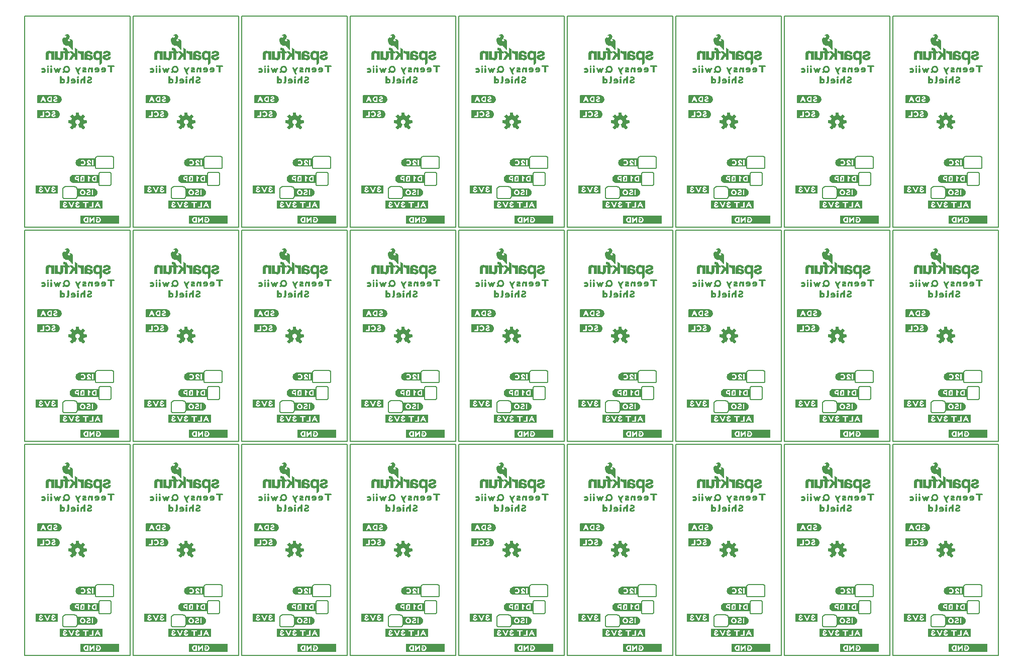
<source format=gbo>
G04 EAGLE Gerber RS-274X export*
G75*
%MOMM*%
%FSLAX34Y34*%
%LPD*%
%INSilkscreen Bottom*%
%IPPOS*%
%AMOC8*
5,1,8,0,0,1.08239X$1,22.5*%
G01*
%ADD10R,2.743200X1.371600*%
%ADD11C,0.127000*%
%ADD12C,0.152400*%
%ADD13C,0.203200*%

G36*
X130976Y31270D02*
X130976Y31270D01*
X130989Y31270D01*
X131289Y31670D01*
X131289Y31678D01*
X131293Y31681D01*
X131289Y31685D01*
X131289Y31692D01*
X131299Y31700D01*
X131299Y44500D01*
X131286Y44518D01*
X131289Y44530D01*
X130989Y44930D01*
X130958Y44939D01*
X130950Y44949D01*
X59450Y44949D01*
X59412Y44920D01*
X59404Y44918D01*
X59204Y44418D01*
X59205Y44416D01*
X59203Y44414D01*
X59207Y44408D01*
X59208Y44405D01*
X59201Y44400D01*
X59201Y31500D01*
X59230Y31462D01*
X59232Y31454D01*
X59732Y31254D01*
X59745Y31258D01*
X59750Y31251D01*
X130950Y31251D01*
X130976Y31270D01*
G37*
G36*
X1228256Y31270D02*
X1228256Y31270D01*
X1228269Y31270D01*
X1228569Y31670D01*
X1228569Y31678D01*
X1228573Y31681D01*
X1228569Y31685D01*
X1228569Y31692D01*
X1228579Y31700D01*
X1228579Y44500D01*
X1228566Y44518D01*
X1228569Y44530D01*
X1228269Y44930D01*
X1228238Y44939D01*
X1228230Y44949D01*
X1156730Y44949D01*
X1156692Y44920D01*
X1156684Y44918D01*
X1156484Y44418D01*
X1156485Y44416D01*
X1156483Y44414D01*
X1156487Y44408D01*
X1156488Y44405D01*
X1156481Y44400D01*
X1156481Y31500D01*
X1156510Y31462D01*
X1156512Y31454D01*
X1157012Y31254D01*
X1157025Y31258D01*
X1157030Y31251D01*
X1228230Y31251D01*
X1228256Y31270D01*
G37*
G36*
X1594016Y31270D02*
X1594016Y31270D01*
X1594029Y31270D01*
X1594329Y31670D01*
X1594329Y31678D01*
X1594333Y31681D01*
X1594329Y31685D01*
X1594329Y31692D01*
X1594339Y31700D01*
X1594339Y44500D01*
X1594326Y44518D01*
X1594329Y44530D01*
X1594029Y44930D01*
X1593998Y44939D01*
X1593990Y44949D01*
X1522490Y44949D01*
X1522452Y44920D01*
X1522444Y44918D01*
X1522244Y44418D01*
X1522245Y44416D01*
X1522243Y44414D01*
X1522247Y44408D01*
X1522248Y44405D01*
X1522241Y44400D01*
X1522241Y31500D01*
X1522270Y31462D01*
X1522272Y31454D01*
X1522772Y31254D01*
X1522785Y31258D01*
X1522790Y31251D01*
X1593990Y31251D01*
X1594016Y31270D01*
G37*
G36*
X1045376Y31270D02*
X1045376Y31270D01*
X1045389Y31270D01*
X1045689Y31670D01*
X1045689Y31678D01*
X1045693Y31681D01*
X1045689Y31685D01*
X1045689Y31692D01*
X1045699Y31700D01*
X1045699Y44500D01*
X1045686Y44518D01*
X1045689Y44530D01*
X1045389Y44930D01*
X1045358Y44939D01*
X1045350Y44949D01*
X973850Y44949D01*
X973812Y44920D01*
X973804Y44918D01*
X973604Y44418D01*
X973605Y44416D01*
X973603Y44414D01*
X973607Y44408D01*
X973608Y44405D01*
X973601Y44400D01*
X973601Y31500D01*
X973630Y31462D01*
X973632Y31454D01*
X974132Y31254D01*
X974145Y31258D01*
X974150Y31251D01*
X1045350Y31251D01*
X1045376Y31270D01*
G37*
G36*
X679616Y31270D02*
X679616Y31270D01*
X679629Y31270D01*
X679929Y31670D01*
X679929Y31678D01*
X679933Y31681D01*
X679929Y31685D01*
X679929Y31692D01*
X679939Y31700D01*
X679939Y44500D01*
X679926Y44518D01*
X679929Y44530D01*
X679629Y44930D01*
X679598Y44939D01*
X679590Y44949D01*
X608090Y44949D01*
X608052Y44920D01*
X608044Y44918D01*
X607844Y44418D01*
X607845Y44416D01*
X607843Y44414D01*
X607847Y44408D01*
X607848Y44405D01*
X607841Y44400D01*
X607841Y31500D01*
X607870Y31462D01*
X607872Y31454D01*
X608372Y31254D01*
X608385Y31258D01*
X608390Y31251D01*
X679590Y31251D01*
X679616Y31270D01*
G37*
G36*
X313856Y31270D02*
X313856Y31270D01*
X313869Y31270D01*
X314169Y31670D01*
X314169Y31678D01*
X314173Y31681D01*
X314169Y31685D01*
X314169Y31692D01*
X314179Y31700D01*
X314179Y44500D01*
X314166Y44518D01*
X314169Y44530D01*
X313869Y44930D01*
X313838Y44939D01*
X313830Y44949D01*
X242330Y44949D01*
X242292Y44920D01*
X242284Y44918D01*
X242084Y44418D01*
X242085Y44416D01*
X242083Y44414D01*
X242087Y44408D01*
X242088Y44405D01*
X242081Y44400D01*
X242081Y31500D01*
X242110Y31462D01*
X242112Y31454D01*
X242612Y31254D01*
X242625Y31258D01*
X242630Y31251D01*
X313830Y31251D01*
X313856Y31270D01*
G37*
G36*
X862496Y31270D02*
X862496Y31270D01*
X862509Y31270D01*
X862809Y31670D01*
X862809Y31678D01*
X862813Y31681D01*
X862809Y31685D01*
X862809Y31692D01*
X862819Y31700D01*
X862819Y44500D01*
X862806Y44518D01*
X862809Y44530D01*
X862509Y44930D01*
X862478Y44939D01*
X862470Y44949D01*
X790970Y44949D01*
X790932Y44920D01*
X790924Y44918D01*
X790724Y44418D01*
X790725Y44416D01*
X790723Y44414D01*
X790727Y44408D01*
X790728Y44405D01*
X790721Y44400D01*
X790721Y31500D01*
X790750Y31462D01*
X790752Y31454D01*
X791252Y31254D01*
X791265Y31258D01*
X791270Y31251D01*
X862470Y31251D01*
X862496Y31270D01*
G37*
G36*
X1411136Y31270D02*
X1411136Y31270D01*
X1411149Y31270D01*
X1411449Y31670D01*
X1411449Y31678D01*
X1411453Y31681D01*
X1411449Y31685D01*
X1411449Y31692D01*
X1411459Y31700D01*
X1411459Y44500D01*
X1411446Y44518D01*
X1411449Y44530D01*
X1411149Y44930D01*
X1411118Y44939D01*
X1411110Y44949D01*
X1339610Y44949D01*
X1339572Y44920D01*
X1339564Y44918D01*
X1339364Y44418D01*
X1339365Y44416D01*
X1339363Y44414D01*
X1339367Y44408D01*
X1339368Y44405D01*
X1339361Y44400D01*
X1339361Y31500D01*
X1339390Y31462D01*
X1339392Y31454D01*
X1339892Y31254D01*
X1339905Y31258D01*
X1339910Y31251D01*
X1411110Y31251D01*
X1411136Y31270D01*
G37*
G36*
X496736Y31270D02*
X496736Y31270D01*
X496749Y31270D01*
X497049Y31670D01*
X497049Y31678D01*
X497053Y31681D01*
X497049Y31685D01*
X497049Y31692D01*
X497059Y31700D01*
X497059Y44500D01*
X497046Y44518D01*
X497049Y44530D01*
X496749Y44930D01*
X496718Y44939D01*
X496710Y44949D01*
X425210Y44949D01*
X425172Y44920D01*
X425164Y44918D01*
X424964Y44418D01*
X424965Y44416D01*
X424963Y44414D01*
X424967Y44408D01*
X424968Y44405D01*
X424961Y44400D01*
X424961Y31500D01*
X424990Y31462D01*
X424992Y31454D01*
X425492Y31254D01*
X425505Y31258D01*
X425510Y31251D01*
X496710Y31251D01*
X496736Y31270D01*
G37*
G36*
X1411136Y391950D02*
X1411136Y391950D01*
X1411149Y391950D01*
X1411449Y392350D01*
X1411449Y392358D01*
X1411453Y392361D01*
X1411449Y392365D01*
X1411449Y392372D01*
X1411459Y392380D01*
X1411459Y405180D01*
X1411446Y405198D01*
X1411449Y405210D01*
X1411149Y405610D01*
X1411118Y405619D01*
X1411110Y405629D01*
X1339610Y405629D01*
X1339572Y405600D01*
X1339564Y405598D01*
X1339364Y405098D01*
X1339365Y405096D01*
X1339363Y405094D01*
X1339367Y405088D01*
X1339368Y405085D01*
X1339361Y405080D01*
X1339361Y392180D01*
X1339390Y392142D01*
X1339392Y392134D01*
X1339892Y391934D01*
X1339905Y391938D01*
X1339910Y391931D01*
X1411110Y391931D01*
X1411136Y391950D01*
G37*
G36*
X496736Y391950D02*
X496736Y391950D01*
X496749Y391950D01*
X497049Y392350D01*
X497049Y392358D01*
X497053Y392361D01*
X497049Y392365D01*
X497049Y392372D01*
X497059Y392380D01*
X497059Y405180D01*
X497046Y405198D01*
X497049Y405210D01*
X496749Y405610D01*
X496718Y405619D01*
X496710Y405629D01*
X425210Y405629D01*
X425172Y405600D01*
X425164Y405598D01*
X424964Y405098D01*
X424965Y405096D01*
X424963Y405094D01*
X424967Y405088D01*
X424968Y405085D01*
X424961Y405080D01*
X424961Y392180D01*
X424990Y392142D01*
X424992Y392134D01*
X425492Y391934D01*
X425505Y391938D01*
X425510Y391931D01*
X496710Y391931D01*
X496736Y391950D01*
G37*
G36*
X1228256Y752630D02*
X1228256Y752630D01*
X1228269Y752630D01*
X1228569Y753030D01*
X1228569Y753038D01*
X1228573Y753041D01*
X1228569Y753045D01*
X1228569Y753052D01*
X1228579Y753060D01*
X1228579Y765860D01*
X1228566Y765878D01*
X1228569Y765890D01*
X1228269Y766290D01*
X1228238Y766299D01*
X1228230Y766309D01*
X1156730Y766309D01*
X1156692Y766280D01*
X1156684Y766278D01*
X1156484Y765778D01*
X1156485Y765776D01*
X1156483Y765774D01*
X1156487Y765768D01*
X1156488Y765765D01*
X1156481Y765760D01*
X1156481Y752860D01*
X1156510Y752822D01*
X1156512Y752814D01*
X1157012Y752614D01*
X1157025Y752618D01*
X1157030Y752611D01*
X1228230Y752611D01*
X1228256Y752630D01*
G37*
G36*
X679616Y752630D02*
X679616Y752630D01*
X679629Y752630D01*
X679929Y753030D01*
X679929Y753038D01*
X679933Y753041D01*
X679929Y753045D01*
X679929Y753052D01*
X679939Y753060D01*
X679939Y765860D01*
X679926Y765878D01*
X679929Y765890D01*
X679629Y766290D01*
X679598Y766299D01*
X679590Y766309D01*
X608090Y766309D01*
X608052Y766280D01*
X608044Y766278D01*
X607844Y765778D01*
X607845Y765776D01*
X607843Y765774D01*
X607847Y765768D01*
X607848Y765765D01*
X607841Y765760D01*
X607841Y752860D01*
X607870Y752822D01*
X607872Y752814D01*
X608372Y752614D01*
X608385Y752618D01*
X608390Y752611D01*
X679590Y752611D01*
X679616Y752630D01*
G37*
G36*
X496736Y752630D02*
X496736Y752630D01*
X496749Y752630D01*
X497049Y753030D01*
X497049Y753038D01*
X497053Y753041D01*
X497049Y753045D01*
X497049Y753052D01*
X497059Y753060D01*
X497059Y765860D01*
X497046Y765878D01*
X497049Y765890D01*
X496749Y766290D01*
X496718Y766299D01*
X496710Y766309D01*
X425210Y766309D01*
X425172Y766280D01*
X425164Y766278D01*
X424964Y765778D01*
X424965Y765776D01*
X424963Y765774D01*
X424967Y765768D01*
X424968Y765765D01*
X424961Y765760D01*
X424961Y752860D01*
X424990Y752822D01*
X424992Y752814D01*
X425492Y752614D01*
X425505Y752618D01*
X425510Y752611D01*
X496710Y752611D01*
X496736Y752630D01*
G37*
G36*
X1228256Y391950D02*
X1228256Y391950D01*
X1228269Y391950D01*
X1228569Y392350D01*
X1228569Y392358D01*
X1228573Y392361D01*
X1228569Y392365D01*
X1228569Y392372D01*
X1228579Y392380D01*
X1228579Y405180D01*
X1228566Y405198D01*
X1228569Y405210D01*
X1228269Y405610D01*
X1228238Y405619D01*
X1228230Y405629D01*
X1156730Y405629D01*
X1156692Y405600D01*
X1156684Y405598D01*
X1156484Y405098D01*
X1156485Y405096D01*
X1156483Y405094D01*
X1156487Y405088D01*
X1156488Y405085D01*
X1156481Y405080D01*
X1156481Y392180D01*
X1156510Y392142D01*
X1156512Y392134D01*
X1157012Y391934D01*
X1157025Y391938D01*
X1157030Y391931D01*
X1228230Y391931D01*
X1228256Y391950D01*
G37*
G36*
X1411136Y752630D02*
X1411136Y752630D01*
X1411149Y752630D01*
X1411449Y753030D01*
X1411449Y753038D01*
X1411453Y753041D01*
X1411449Y753045D01*
X1411449Y753052D01*
X1411459Y753060D01*
X1411459Y765860D01*
X1411446Y765878D01*
X1411449Y765890D01*
X1411149Y766290D01*
X1411118Y766299D01*
X1411110Y766309D01*
X1339610Y766309D01*
X1339572Y766280D01*
X1339564Y766278D01*
X1339364Y765778D01*
X1339365Y765776D01*
X1339363Y765774D01*
X1339367Y765768D01*
X1339368Y765765D01*
X1339361Y765760D01*
X1339361Y752860D01*
X1339390Y752822D01*
X1339392Y752814D01*
X1339892Y752614D01*
X1339905Y752618D01*
X1339910Y752611D01*
X1411110Y752611D01*
X1411136Y752630D01*
G37*
G36*
X1594016Y752630D02*
X1594016Y752630D01*
X1594029Y752630D01*
X1594329Y753030D01*
X1594329Y753038D01*
X1594333Y753041D01*
X1594329Y753045D01*
X1594329Y753052D01*
X1594339Y753060D01*
X1594339Y765860D01*
X1594326Y765878D01*
X1594329Y765890D01*
X1594029Y766290D01*
X1593998Y766299D01*
X1593990Y766309D01*
X1522490Y766309D01*
X1522452Y766280D01*
X1522444Y766278D01*
X1522244Y765778D01*
X1522245Y765776D01*
X1522243Y765774D01*
X1522247Y765768D01*
X1522248Y765765D01*
X1522241Y765760D01*
X1522241Y752860D01*
X1522270Y752822D01*
X1522272Y752814D01*
X1522772Y752614D01*
X1522785Y752618D01*
X1522790Y752611D01*
X1593990Y752611D01*
X1594016Y752630D01*
G37*
G36*
X1594016Y391950D02*
X1594016Y391950D01*
X1594029Y391950D01*
X1594329Y392350D01*
X1594329Y392358D01*
X1594333Y392361D01*
X1594329Y392365D01*
X1594329Y392372D01*
X1594339Y392380D01*
X1594339Y405180D01*
X1594326Y405198D01*
X1594329Y405210D01*
X1594029Y405610D01*
X1593998Y405619D01*
X1593990Y405629D01*
X1522490Y405629D01*
X1522452Y405600D01*
X1522444Y405598D01*
X1522244Y405098D01*
X1522245Y405096D01*
X1522243Y405094D01*
X1522247Y405088D01*
X1522248Y405085D01*
X1522241Y405080D01*
X1522241Y392180D01*
X1522270Y392142D01*
X1522272Y392134D01*
X1522772Y391934D01*
X1522785Y391938D01*
X1522790Y391931D01*
X1593990Y391931D01*
X1594016Y391950D01*
G37*
G36*
X1045376Y752630D02*
X1045376Y752630D01*
X1045389Y752630D01*
X1045689Y753030D01*
X1045689Y753038D01*
X1045693Y753041D01*
X1045689Y753045D01*
X1045689Y753052D01*
X1045699Y753060D01*
X1045699Y765860D01*
X1045686Y765878D01*
X1045689Y765890D01*
X1045389Y766290D01*
X1045358Y766299D01*
X1045350Y766309D01*
X973850Y766309D01*
X973812Y766280D01*
X973804Y766278D01*
X973604Y765778D01*
X973605Y765776D01*
X973603Y765774D01*
X973607Y765768D01*
X973608Y765765D01*
X973601Y765760D01*
X973601Y752860D01*
X973630Y752822D01*
X973632Y752814D01*
X974132Y752614D01*
X974145Y752618D01*
X974150Y752611D01*
X1045350Y752611D01*
X1045376Y752630D01*
G37*
G36*
X130976Y391950D02*
X130976Y391950D01*
X130989Y391950D01*
X131289Y392350D01*
X131289Y392358D01*
X131293Y392361D01*
X131289Y392365D01*
X131289Y392372D01*
X131299Y392380D01*
X131299Y405180D01*
X131286Y405198D01*
X131289Y405210D01*
X130989Y405610D01*
X130958Y405619D01*
X130950Y405629D01*
X59450Y405629D01*
X59412Y405600D01*
X59404Y405598D01*
X59204Y405098D01*
X59205Y405096D01*
X59203Y405094D01*
X59207Y405088D01*
X59208Y405085D01*
X59201Y405080D01*
X59201Y392180D01*
X59230Y392142D01*
X59232Y392134D01*
X59732Y391934D01*
X59745Y391938D01*
X59750Y391931D01*
X130950Y391931D01*
X130976Y391950D01*
G37*
G36*
X313856Y391950D02*
X313856Y391950D01*
X313869Y391950D01*
X314169Y392350D01*
X314169Y392358D01*
X314173Y392361D01*
X314169Y392365D01*
X314169Y392372D01*
X314179Y392380D01*
X314179Y405180D01*
X314166Y405198D01*
X314169Y405210D01*
X313869Y405610D01*
X313838Y405619D01*
X313830Y405629D01*
X242330Y405629D01*
X242292Y405600D01*
X242284Y405598D01*
X242084Y405098D01*
X242085Y405096D01*
X242083Y405094D01*
X242087Y405088D01*
X242088Y405085D01*
X242081Y405080D01*
X242081Y392180D01*
X242110Y392142D01*
X242112Y392134D01*
X242612Y391934D01*
X242625Y391938D01*
X242630Y391931D01*
X313830Y391931D01*
X313856Y391950D01*
G37*
G36*
X862496Y391950D02*
X862496Y391950D01*
X862509Y391950D01*
X862809Y392350D01*
X862809Y392358D01*
X862813Y392361D01*
X862809Y392365D01*
X862809Y392372D01*
X862819Y392380D01*
X862819Y405180D01*
X862806Y405198D01*
X862809Y405210D01*
X862509Y405610D01*
X862478Y405619D01*
X862470Y405629D01*
X790970Y405629D01*
X790932Y405600D01*
X790924Y405598D01*
X790724Y405098D01*
X790725Y405096D01*
X790723Y405094D01*
X790727Y405088D01*
X790728Y405085D01*
X790721Y405080D01*
X790721Y392180D01*
X790750Y392142D01*
X790752Y392134D01*
X791252Y391934D01*
X791265Y391938D01*
X791270Y391931D01*
X862470Y391931D01*
X862496Y391950D01*
G37*
G36*
X1045376Y391950D02*
X1045376Y391950D01*
X1045389Y391950D01*
X1045689Y392350D01*
X1045689Y392358D01*
X1045693Y392361D01*
X1045689Y392365D01*
X1045689Y392372D01*
X1045699Y392380D01*
X1045699Y405180D01*
X1045686Y405198D01*
X1045689Y405210D01*
X1045389Y405610D01*
X1045358Y405619D01*
X1045350Y405629D01*
X973850Y405629D01*
X973812Y405600D01*
X973804Y405598D01*
X973604Y405098D01*
X973605Y405096D01*
X973603Y405094D01*
X973607Y405088D01*
X973608Y405085D01*
X973601Y405080D01*
X973601Y392180D01*
X973630Y392142D01*
X973632Y392134D01*
X974132Y391934D01*
X974145Y391938D01*
X974150Y391931D01*
X1045350Y391931D01*
X1045376Y391950D01*
G37*
G36*
X679616Y391950D02*
X679616Y391950D01*
X679629Y391950D01*
X679929Y392350D01*
X679929Y392358D01*
X679933Y392361D01*
X679929Y392365D01*
X679929Y392372D01*
X679939Y392380D01*
X679939Y405180D01*
X679926Y405198D01*
X679929Y405210D01*
X679629Y405610D01*
X679598Y405619D01*
X679590Y405629D01*
X608090Y405629D01*
X608052Y405600D01*
X608044Y405598D01*
X607844Y405098D01*
X607845Y405096D01*
X607843Y405094D01*
X607847Y405088D01*
X607848Y405085D01*
X607841Y405080D01*
X607841Y392180D01*
X607870Y392142D01*
X607872Y392134D01*
X608372Y391934D01*
X608385Y391938D01*
X608390Y391931D01*
X679590Y391931D01*
X679616Y391950D01*
G37*
G36*
X862496Y752630D02*
X862496Y752630D01*
X862509Y752630D01*
X862809Y753030D01*
X862809Y753038D01*
X862813Y753041D01*
X862809Y753045D01*
X862809Y753052D01*
X862819Y753060D01*
X862819Y765860D01*
X862806Y765878D01*
X862809Y765890D01*
X862509Y766290D01*
X862478Y766299D01*
X862470Y766309D01*
X790970Y766309D01*
X790932Y766280D01*
X790924Y766278D01*
X790724Y765778D01*
X790725Y765776D01*
X790723Y765774D01*
X790727Y765768D01*
X790728Y765765D01*
X790721Y765760D01*
X790721Y752860D01*
X790750Y752822D01*
X790752Y752814D01*
X791252Y752614D01*
X791265Y752618D01*
X791270Y752611D01*
X862470Y752611D01*
X862496Y752630D01*
G37*
G36*
X313856Y752630D02*
X313856Y752630D01*
X313869Y752630D01*
X314169Y753030D01*
X314169Y753038D01*
X314173Y753041D01*
X314169Y753045D01*
X314169Y753052D01*
X314179Y753060D01*
X314179Y765860D01*
X314166Y765878D01*
X314169Y765890D01*
X313869Y766290D01*
X313838Y766299D01*
X313830Y766309D01*
X242330Y766309D01*
X242292Y766280D01*
X242284Y766278D01*
X242084Y765778D01*
X242085Y765776D01*
X242083Y765774D01*
X242087Y765768D01*
X242088Y765765D01*
X242081Y765760D01*
X242081Y752860D01*
X242110Y752822D01*
X242112Y752814D01*
X242612Y752614D01*
X242625Y752618D01*
X242630Y752611D01*
X313830Y752611D01*
X313856Y752630D01*
G37*
G36*
X130976Y752630D02*
X130976Y752630D01*
X130989Y752630D01*
X131289Y753030D01*
X131289Y753038D01*
X131293Y753041D01*
X131289Y753045D01*
X131289Y753052D01*
X131299Y753060D01*
X131299Y765860D01*
X131286Y765878D01*
X131289Y765890D01*
X130989Y766290D01*
X130958Y766299D01*
X130950Y766309D01*
X59450Y766309D01*
X59412Y766280D01*
X59404Y766278D01*
X59204Y765778D01*
X59205Y765776D01*
X59203Y765774D01*
X59207Y765768D01*
X59208Y765765D01*
X59201Y765760D01*
X59201Y752860D01*
X59230Y752822D01*
X59232Y752814D01*
X59732Y752614D01*
X59745Y752618D01*
X59750Y752611D01*
X130950Y752611D01*
X130976Y752630D01*
G37*
G36*
X856591Y796335D02*
X856591Y796335D01*
X856589Y796338D01*
X856593Y796340D01*
X856693Y796940D01*
X856690Y796945D01*
X856693Y796948D01*
X856693Y809848D01*
X856657Y809895D01*
X856655Y809894D01*
X856654Y809896D01*
X856154Y809996D01*
X856147Y809993D01*
X856144Y809997D01*
X813944Y809997D01*
X813939Y809994D01*
X813936Y809997D01*
X813336Y809897D01*
X812637Y809797D01*
X812634Y809793D01*
X812633Y809793D01*
X812630Y809795D01*
X811930Y809595D01*
X811929Y809594D01*
X811928Y809595D01*
X811328Y809395D01*
X811325Y809390D01*
X811322Y809392D01*
X810722Y809092D01*
X810720Y809088D01*
X810717Y809089D01*
X810117Y808689D01*
X810116Y808686D01*
X810113Y808686D01*
X809113Y807886D01*
X809111Y807876D01*
X809103Y807875D01*
X808704Y807277D01*
X808306Y806779D01*
X808305Y806775D01*
X808303Y806775D01*
X807903Y806175D01*
X807904Y806167D01*
X807901Y806165D01*
X807897Y806164D01*
X807697Y805564D01*
X807698Y805562D01*
X807697Y805562D01*
X807685Y805522D01*
X807671Y805473D01*
X807629Y805325D01*
X807587Y805177D01*
X807573Y805128D01*
X807531Y804980D01*
X807497Y804863D01*
X807297Y804264D01*
X807299Y804257D01*
X807295Y804255D01*
X807195Y803555D01*
X807197Y803552D01*
X807198Y803550D01*
X807195Y803548D01*
X807195Y802848D01*
X807198Y802844D01*
X807195Y802841D01*
X807295Y802141D01*
X807296Y802140D01*
X807295Y802140D01*
X807395Y801540D01*
X807399Y801537D01*
X807397Y801534D01*
X807597Y800834D01*
X807602Y800830D01*
X807600Y800826D01*
X808200Y799626D01*
X808204Y799624D01*
X808203Y799621D01*
X808603Y799021D01*
X808606Y799020D01*
X808606Y799017D01*
X809006Y798517D01*
X809013Y798515D01*
X809013Y798510D01*
X809511Y798111D01*
X810009Y797613D01*
X810021Y797612D01*
X810022Y797604D01*
X810619Y797305D01*
X811217Y796907D01*
X811226Y796908D01*
X811228Y796901D01*
X811828Y796701D01*
X811830Y796702D01*
X811830Y796701D01*
X812530Y796501D01*
X812534Y796502D01*
X812536Y796499D01*
X813136Y796399D01*
X813137Y796400D01*
X813137Y796399D01*
X813837Y796299D01*
X813842Y796302D01*
X813844Y796299D01*
X856544Y796299D01*
X856591Y796335D01*
G37*
G36*
X125071Y796335D02*
X125071Y796335D01*
X125069Y796338D01*
X125073Y796340D01*
X125173Y796940D01*
X125170Y796945D01*
X125173Y796948D01*
X125173Y809848D01*
X125137Y809895D01*
X125135Y809894D01*
X125134Y809896D01*
X124634Y809996D01*
X124627Y809993D01*
X124624Y809997D01*
X82424Y809997D01*
X82419Y809994D01*
X82416Y809997D01*
X81816Y809897D01*
X81117Y809797D01*
X81114Y809793D01*
X81113Y809793D01*
X81110Y809795D01*
X80410Y809595D01*
X80409Y809594D01*
X80408Y809595D01*
X79808Y809395D01*
X79805Y809390D01*
X79802Y809392D01*
X79202Y809092D01*
X79200Y809088D01*
X79197Y809089D01*
X78597Y808689D01*
X78596Y808686D01*
X78593Y808686D01*
X77593Y807886D01*
X77591Y807876D01*
X77583Y807875D01*
X77184Y807277D01*
X76786Y806779D01*
X76785Y806775D01*
X76783Y806775D01*
X76383Y806175D01*
X76384Y806167D01*
X76381Y806165D01*
X76377Y806164D01*
X76177Y805564D01*
X76178Y805562D01*
X76177Y805562D01*
X76165Y805522D01*
X76151Y805473D01*
X76109Y805325D01*
X76067Y805177D01*
X76053Y805128D01*
X76011Y804980D01*
X75977Y804863D01*
X75777Y804264D01*
X75779Y804257D01*
X75775Y804255D01*
X75675Y803555D01*
X75677Y803552D01*
X75678Y803550D01*
X75675Y803548D01*
X75675Y802848D01*
X75678Y802844D01*
X75675Y802841D01*
X75775Y802141D01*
X75776Y802140D01*
X75775Y802140D01*
X75875Y801540D01*
X75879Y801537D01*
X75877Y801534D01*
X76077Y800834D01*
X76082Y800830D01*
X76080Y800826D01*
X76680Y799626D01*
X76684Y799624D01*
X76683Y799621D01*
X77083Y799021D01*
X77086Y799020D01*
X77086Y799017D01*
X77486Y798517D01*
X77493Y798515D01*
X77493Y798510D01*
X77991Y798111D01*
X78489Y797613D01*
X78501Y797612D01*
X78502Y797604D01*
X79099Y797305D01*
X79697Y796907D01*
X79706Y796908D01*
X79708Y796901D01*
X80308Y796701D01*
X80310Y796702D01*
X80310Y796701D01*
X81010Y796501D01*
X81014Y796502D01*
X81016Y796499D01*
X81616Y796399D01*
X81617Y796400D01*
X81617Y796399D01*
X82317Y796299D01*
X82322Y796302D01*
X82324Y796299D01*
X125024Y796299D01*
X125071Y796335D01*
G37*
G36*
X490831Y796335D02*
X490831Y796335D01*
X490829Y796338D01*
X490833Y796340D01*
X490933Y796940D01*
X490930Y796945D01*
X490933Y796948D01*
X490933Y809848D01*
X490897Y809895D01*
X490895Y809894D01*
X490894Y809896D01*
X490394Y809996D01*
X490387Y809993D01*
X490384Y809997D01*
X448184Y809997D01*
X448179Y809994D01*
X448176Y809997D01*
X447576Y809897D01*
X446877Y809797D01*
X446874Y809793D01*
X446873Y809793D01*
X446870Y809795D01*
X446170Y809595D01*
X446169Y809594D01*
X446168Y809595D01*
X445568Y809395D01*
X445565Y809390D01*
X445562Y809392D01*
X444962Y809092D01*
X444960Y809088D01*
X444957Y809089D01*
X444357Y808689D01*
X444356Y808686D01*
X444353Y808686D01*
X443353Y807886D01*
X443351Y807876D01*
X443343Y807875D01*
X442944Y807277D01*
X442546Y806779D01*
X442545Y806775D01*
X442543Y806775D01*
X442143Y806175D01*
X442144Y806167D01*
X442141Y806165D01*
X442137Y806164D01*
X441937Y805564D01*
X441938Y805562D01*
X441937Y805562D01*
X441925Y805522D01*
X441911Y805473D01*
X441869Y805325D01*
X441827Y805177D01*
X441813Y805128D01*
X441771Y804980D01*
X441737Y804863D01*
X441537Y804264D01*
X441539Y804257D01*
X441535Y804255D01*
X441435Y803555D01*
X441437Y803552D01*
X441438Y803550D01*
X441435Y803548D01*
X441435Y802848D01*
X441438Y802844D01*
X441435Y802841D01*
X441535Y802141D01*
X441536Y802140D01*
X441535Y802140D01*
X441635Y801540D01*
X441639Y801537D01*
X441637Y801534D01*
X441837Y800834D01*
X441842Y800830D01*
X441840Y800826D01*
X442440Y799626D01*
X442444Y799624D01*
X442443Y799621D01*
X442843Y799021D01*
X442846Y799020D01*
X442846Y799017D01*
X443246Y798517D01*
X443253Y798515D01*
X443253Y798510D01*
X443751Y798111D01*
X444249Y797613D01*
X444261Y797612D01*
X444262Y797604D01*
X444859Y797305D01*
X445457Y796907D01*
X445466Y796908D01*
X445468Y796901D01*
X446068Y796701D01*
X446070Y796702D01*
X446070Y796701D01*
X446770Y796501D01*
X446774Y796502D01*
X446776Y796499D01*
X447376Y796399D01*
X447377Y796400D01*
X447377Y796399D01*
X448077Y796299D01*
X448082Y796302D01*
X448084Y796299D01*
X490784Y796299D01*
X490831Y796335D01*
G37*
G36*
X307951Y796335D02*
X307951Y796335D01*
X307949Y796338D01*
X307953Y796340D01*
X308053Y796940D01*
X308050Y796945D01*
X308053Y796948D01*
X308053Y809848D01*
X308017Y809895D01*
X308015Y809894D01*
X308014Y809896D01*
X307514Y809996D01*
X307507Y809993D01*
X307504Y809997D01*
X265304Y809997D01*
X265299Y809994D01*
X265296Y809997D01*
X264696Y809897D01*
X263997Y809797D01*
X263994Y809793D01*
X263993Y809793D01*
X263990Y809795D01*
X263290Y809595D01*
X263289Y809594D01*
X263288Y809595D01*
X262688Y809395D01*
X262685Y809390D01*
X262682Y809392D01*
X262082Y809092D01*
X262080Y809088D01*
X262077Y809089D01*
X261477Y808689D01*
X261476Y808686D01*
X261473Y808686D01*
X260473Y807886D01*
X260471Y807876D01*
X260463Y807875D01*
X260064Y807277D01*
X259666Y806779D01*
X259665Y806775D01*
X259663Y806775D01*
X259263Y806175D01*
X259264Y806167D01*
X259261Y806165D01*
X259257Y806164D01*
X259057Y805564D01*
X259058Y805562D01*
X259057Y805562D01*
X259045Y805522D01*
X259031Y805473D01*
X258989Y805325D01*
X258947Y805177D01*
X258933Y805128D01*
X258891Y804980D01*
X258857Y804863D01*
X258657Y804264D01*
X258659Y804257D01*
X258655Y804255D01*
X258555Y803555D01*
X258557Y803552D01*
X258558Y803550D01*
X258555Y803548D01*
X258555Y802848D01*
X258558Y802844D01*
X258555Y802841D01*
X258655Y802141D01*
X258656Y802140D01*
X258655Y802140D01*
X258755Y801540D01*
X258759Y801537D01*
X258757Y801534D01*
X258957Y800834D01*
X258962Y800830D01*
X258960Y800826D01*
X259560Y799626D01*
X259564Y799624D01*
X259563Y799621D01*
X259963Y799021D01*
X259966Y799020D01*
X259966Y799017D01*
X260366Y798517D01*
X260373Y798515D01*
X260373Y798510D01*
X260871Y798111D01*
X261369Y797613D01*
X261381Y797612D01*
X261382Y797604D01*
X261979Y797305D01*
X262577Y796907D01*
X262586Y796908D01*
X262588Y796901D01*
X263188Y796701D01*
X263190Y796702D01*
X263190Y796701D01*
X263890Y796501D01*
X263894Y796502D01*
X263896Y796499D01*
X264496Y796399D01*
X264497Y796400D01*
X264497Y796399D01*
X265197Y796299D01*
X265202Y796302D01*
X265204Y796299D01*
X307904Y796299D01*
X307951Y796335D01*
G37*
G36*
X1405231Y435655D02*
X1405231Y435655D01*
X1405229Y435658D01*
X1405233Y435660D01*
X1405333Y436260D01*
X1405330Y436265D01*
X1405333Y436268D01*
X1405333Y449168D01*
X1405297Y449215D01*
X1405295Y449214D01*
X1405294Y449216D01*
X1404794Y449316D01*
X1404787Y449313D01*
X1404784Y449317D01*
X1362584Y449317D01*
X1362579Y449314D01*
X1362576Y449317D01*
X1361976Y449217D01*
X1361277Y449117D01*
X1361274Y449113D01*
X1361273Y449113D01*
X1361270Y449115D01*
X1360570Y448915D01*
X1360569Y448914D01*
X1360568Y448915D01*
X1359968Y448715D01*
X1359965Y448710D01*
X1359962Y448712D01*
X1359362Y448412D01*
X1359360Y448408D01*
X1359357Y448409D01*
X1358757Y448009D01*
X1358756Y448006D01*
X1358753Y448006D01*
X1357753Y447206D01*
X1357751Y447196D01*
X1357743Y447195D01*
X1357344Y446597D01*
X1356946Y446099D01*
X1356945Y446095D01*
X1356943Y446095D01*
X1356543Y445495D01*
X1356544Y445487D01*
X1356541Y445485D01*
X1356537Y445484D01*
X1356337Y444884D01*
X1356338Y444882D01*
X1356337Y444882D01*
X1356325Y444842D01*
X1356311Y444793D01*
X1356269Y444645D01*
X1356227Y444497D01*
X1356213Y444448D01*
X1356171Y444300D01*
X1356137Y444183D01*
X1355937Y443584D01*
X1355939Y443577D01*
X1355935Y443575D01*
X1355835Y442875D01*
X1355837Y442872D01*
X1355838Y442870D01*
X1355835Y442868D01*
X1355835Y442168D01*
X1355838Y442164D01*
X1355835Y442161D01*
X1355935Y441461D01*
X1355936Y441460D01*
X1355935Y441460D01*
X1356035Y440860D01*
X1356039Y440857D01*
X1356037Y440854D01*
X1356237Y440154D01*
X1356242Y440150D01*
X1356240Y440146D01*
X1356840Y438946D01*
X1356844Y438944D01*
X1356843Y438941D01*
X1357243Y438341D01*
X1357246Y438340D01*
X1357246Y438337D01*
X1357646Y437837D01*
X1357653Y437835D01*
X1357653Y437830D01*
X1358151Y437431D01*
X1358649Y436933D01*
X1358661Y436932D01*
X1358662Y436924D01*
X1359259Y436625D01*
X1359857Y436227D01*
X1359866Y436228D01*
X1359868Y436221D01*
X1360468Y436021D01*
X1360470Y436022D01*
X1360470Y436021D01*
X1361170Y435821D01*
X1361174Y435822D01*
X1361176Y435819D01*
X1361776Y435719D01*
X1361777Y435720D01*
X1361777Y435719D01*
X1362477Y435619D01*
X1362482Y435622D01*
X1362484Y435619D01*
X1405184Y435619D01*
X1405231Y435655D01*
G37*
G36*
X1222351Y435655D02*
X1222351Y435655D01*
X1222349Y435658D01*
X1222353Y435660D01*
X1222453Y436260D01*
X1222450Y436265D01*
X1222453Y436268D01*
X1222453Y449168D01*
X1222417Y449215D01*
X1222415Y449214D01*
X1222414Y449216D01*
X1221914Y449316D01*
X1221907Y449313D01*
X1221904Y449317D01*
X1179704Y449317D01*
X1179699Y449314D01*
X1179696Y449317D01*
X1179096Y449217D01*
X1178397Y449117D01*
X1178394Y449113D01*
X1178393Y449113D01*
X1178390Y449115D01*
X1177690Y448915D01*
X1177689Y448914D01*
X1177688Y448915D01*
X1177088Y448715D01*
X1177085Y448710D01*
X1177082Y448712D01*
X1176482Y448412D01*
X1176480Y448408D01*
X1176477Y448409D01*
X1175877Y448009D01*
X1175876Y448006D01*
X1175873Y448006D01*
X1174873Y447206D01*
X1174871Y447196D01*
X1174863Y447195D01*
X1174464Y446597D01*
X1174066Y446099D01*
X1174065Y446095D01*
X1174063Y446095D01*
X1173663Y445495D01*
X1173664Y445487D01*
X1173661Y445485D01*
X1173657Y445484D01*
X1173457Y444884D01*
X1173458Y444882D01*
X1173457Y444882D01*
X1173445Y444842D01*
X1173431Y444793D01*
X1173389Y444645D01*
X1173347Y444497D01*
X1173333Y444448D01*
X1173291Y444300D01*
X1173257Y444183D01*
X1173057Y443584D01*
X1173059Y443577D01*
X1173055Y443575D01*
X1172955Y442875D01*
X1172957Y442872D01*
X1172958Y442870D01*
X1172955Y442868D01*
X1172955Y442168D01*
X1172958Y442164D01*
X1172955Y442161D01*
X1173055Y441461D01*
X1173056Y441460D01*
X1173055Y441460D01*
X1173155Y440860D01*
X1173159Y440857D01*
X1173157Y440854D01*
X1173357Y440154D01*
X1173362Y440150D01*
X1173360Y440146D01*
X1173960Y438946D01*
X1173964Y438944D01*
X1173963Y438941D01*
X1174363Y438341D01*
X1174366Y438340D01*
X1174366Y438337D01*
X1174766Y437837D01*
X1174773Y437835D01*
X1174773Y437830D01*
X1175271Y437431D01*
X1175769Y436933D01*
X1175781Y436932D01*
X1175782Y436924D01*
X1176379Y436625D01*
X1176977Y436227D01*
X1176986Y436228D01*
X1176988Y436221D01*
X1177588Y436021D01*
X1177590Y436022D01*
X1177590Y436021D01*
X1178290Y435821D01*
X1178294Y435822D01*
X1178296Y435819D01*
X1178896Y435719D01*
X1178897Y435720D01*
X1178897Y435719D01*
X1179597Y435619D01*
X1179602Y435622D01*
X1179604Y435619D01*
X1222304Y435619D01*
X1222351Y435655D01*
G37*
G36*
X1039471Y435655D02*
X1039471Y435655D01*
X1039469Y435658D01*
X1039473Y435660D01*
X1039573Y436260D01*
X1039570Y436265D01*
X1039573Y436268D01*
X1039573Y449168D01*
X1039537Y449215D01*
X1039535Y449214D01*
X1039534Y449216D01*
X1039034Y449316D01*
X1039027Y449313D01*
X1039024Y449317D01*
X996824Y449317D01*
X996819Y449314D01*
X996816Y449317D01*
X996216Y449217D01*
X995517Y449117D01*
X995514Y449113D01*
X995513Y449113D01*
X995510Y449115D01*
X994810Y448915D01*
X994809Y448914D01*
X994808Y448915D01*
X994208Y448715D01*
X994205Y448710D01*
X994202Y448712D01*
X993602Y448412D01*
X993600Y448408D01*
X993597Y448409D01*
X992997Y448009D01*
X992996Y448006D01*
X992993Y448006D01*
X991993Y447206D01*
X991991Y447196D01*
X991983Y447195D01*
X991584Y446597D01*
X991186Y446099D01*
X991185Y446095D01*
X991183Y446095D01*
X990783Y445495D01*
X990784Y445487D01*
X990781Y445485D01*
X990777Y445484D01*
X990577Y444884D01*
X990578Y444882D01*
X990577Y444882D01*
X990565Y444842D01*
X990551Y444793D01*
X990509Y444645D01*
X990467Y444497D01*
X990453Y444448D01*
X990411Y444300D01*
X990377Y444183D01*
X990177Y443584D01*
X990179Y443577D01*
X990175Y443575D01*
X990075Y442875D01*
X990077Y442872D01*
X990078Y442870D01*
X990075Y442868D01*
X990075Y442168D01*
X990078Y442164D01*
X990075Y442161D01*
X990175Y441461D01*
X990176Y441460D01*
X990175Y441460D01*
X990275Y440860D01*
X990279Y440857D01*
X990277Y440854D01*
X990477Y440154D01*
X990482Y440150D01*
X990480Y440146D01*
X991080Y438946D01*
X991084Y438944D01*
X991083Y438941D01*
X991483Y438341D01*
X991486Y438340D01*
X991486Y438337D01*
X991886Y437837D01*
X991893Y437835D01*
X991893Y437830D01*
X992391Y437431D01*
X992889Y436933D01*
X992901Y436932D01*
X992902Y436924D01*
X993499Y436625D01*
X994097Y436227D01*
X994106Y436228D01*
X994108Y436221D01*
X994708Y436021D01*
X994710Y436022D01*
X994710Y436021D01*
X995410Y435821D01*
X995414Y435822D01*
X995416Y435819D01*
X996016Y435719D01*
X996017Y435720D01*
X996017Y435719D01*
X996717Y435619D01*
X996722Y435622D01*
X996724Y435619D01*
X1039424Y435619D01*
X1039471Y435655D01*
G37*
G36*
X1588111Y435655D02*
X1588111Y435655D01*
X1588109Y435658D01*
X1588113Y435660D01*
X1588213Y436260D01*
X1588210Y436265D01*
X1588213Y436268D01*
X1588213Y449168D01*
X1588177Y449215D01*
X1588175Y449214D01*
X1588174Y449216D01*
X1587674Y449316D01*
X1587667Y449313D01*
X1587664Y449317D01*
X1545464Y449317D01*
X1545459Y449314D01*
X1545456Y449317D01*
X1544856Y449217D01*
X1544157Y449117D01*
X1544154Y449113D01*
X1544153Y449113D01*
X1544150Y449115D01*
X1543450Y448915D01*
X1543449Y448914D01*
X1543448Y448915D01*
X1542848Y448715D01*
X1542845Y448710D01*
X1542842Y448712D01*
X1542242Y448412D01*
X1542240Y448408D01*
X1542237Y448409D01*
X1541637Y448009D01*
X1541636Y448006D01*
X1541633Y448006D01*
X1540633Y447206D01*
X1540631Y447196D01*
X1540623Y447195D01*
X1540224Y446597D01*
X1539826Y446099D01*
X1539825Y446095D01*
X1539823Y446095D01*
X1539423Y445495D01*
X1539424Y445487D01*
X1539421Y445485D01*
X1539417Y445484D01*
X1539217Y444884D01*
X1539218Y444882D01*
X1539217Y444882D01*
X1539205Y444842D01*
X1539191Y444793D01*
X1539149Y444645D01*
X1539107Y444497D01*
X1539093Y444448D01*
X1539051Y444300D01*
X1539017Y444183D01*
X1538817Y443584D01*
X1538819Y443577D01*
X1538815Y443575D01*
X1538715Y442875D01*
X1538717Y442872D01*
X1538718Y442870D01*
X1538715Y442868D01*
X1538715Y442168D01*
X1538718Y442164D01*
X1538715Y442161D01*
X1538815Y441461D01*
X1538816Y441460D01*
X1538815Y441460D01*
X1538915Y440860D01*
X1538919Y440857D01*
X1538917Y440854D01*
X1539117Y440154D01*
X1539122Y440150D01*
X1539120Y440146D01*
X1539720Y438946D01*
X1539724Y438944D01*
X1539723Y438941D01*
X1540123Y438341D01*
X1540126Y438340D01*
X1540126Y438337D01*
X1540526Y437837D01*
X1540533Y437835D01*
X1540533Y437830D01*
X1541031Y437431D01*
X1541529Y436933D01*
X1541541Y436932D01*
X1541542Y436924D01*
X1542139Y436625D01*
X1542737Y436227D01*
X1542746Y436228D01*
X1542748Y436221D01*
X1543348Y436021D01*
X1543350Y436022D01*
X1543350Y436021D01*
X1544050Y435821D01*
X1544054Y435822D01*
X1544056Y435819D01*
X1544656Y435719D01*
X1544657Y435720D01*
X1544657Y435719D01*
X1545357Y435619D01*
X1545362Y435622D01*
X1545364Y435619D01*
X1588064Y435619D01*
X1588111Y435655D01*
G37*
G36*
X673711Y435655D02*
X673711Y435655D01*
X673709Y435658D01*
X673713Y435660D01*
X673813Y436260D01*
X673810Y436265D01*
X673813Y436268D01*
X673813Y449168D01*
X673777Y449215D01*
X673775Y449214D01*
X673774Y449216D01*
X673274Y449316D01*
X673267Y449313D01*
X673264Y449317D01*
X631064Y449317D01*
X631059Y449314D01*
X631056Y449317D01*
X630456Y449217D01*
X629757Y449117D01*
X629754Y449113D01*
X629753Y449113D01*
X629750Y449115D01*
X629050Y448915D01*
X629049Y448914D01*
X629048Y448915D01*
X628448Y448715D01*
X628445Y448710D01*
X628442Y448712D01*
X627842Y448412D01*
X627840Y448408D01*
X627837Y448409D01*
X627237Y448009D01*
X627236Y448006D01*
X627233Y448006D01*
X626233Y447206D01*
X626231Y447196D01*
X626223Y447195D01*
X625824Y446597D01*
X625426Y446099D01*
X625425Y446095D01*
X625423Y446095D01*
X625023Y445495D01*
X625024Y445487D01*
X625021Y445485D01*
X625017Y445484D01*
X624817Y444884D01*
X624818Y444882D01*
X624817Y444882D01*
X624805Y444842D01*
X624791Y444793D01*
X624749Y444645D01*
X624707Y444497D01*
X624693Y444448D01*
X624651Y444300D01*
X624617Y444183D01*
X624417Y443584D01*
X624419Y443577D01*
X624415Y443575D01*
X624315Y442875D01*
X624317Y442872D01*
X624318Y442870D01*
X624315Y442868D01*
X624315Y442168D01*
X624318Y442164D01*
X624315Y442161D01*
X624415Y441461D01*
X624416Y441460D01*
X624415Y441460D01*
X624515Y440860D01*
X624519Y440857D01*
X624517Y440854D01*
X624717Y440154D01*
X624722Y440150D01*
X624720Y440146D01*
X625320Y438946D01*
X625324Y438944D01*
X625323Y438941D01*
X625723Y438341D01*
X625726Y438340D01*
X625726Y438337D01*
X626126Y437837D01*
X626133Y437835D01*
X626133Y437830D01*
X626631Y437431D01*
X627129Y436933D01*
X627141Y436932D01*
X627142Y436924D01*
X627739Y436625D01*
X628337Y436227D01*
X628346Y436228D01*
X628348Y436221D01*
X628948Y436021D01*
X628950Y436022D01*
X628950Y436021D01*
X629650Y435821D01*
X629654Y435822D01*
X629656Y435819D01*
X630256Y435719D01*
X630257Y435720D01*
X630257Y435719D01*
X630957Y435619D01*
X630962Y435622D01*
X630964Y435619D01*
X673664Y435619D01*
X673711Y435655D01*
G37*
G36*
X856591Y435655D02*
X856591Y435655D01*
X856589Y435658D01*
X856593Y435660D01*
X856693Y436260D01*
X856690Y436265D01*
X856693Y436268D01*
X856693Y449168D01*
X856657Y449215D01*
X856655Y449214D01*
X856654Y449216D01*
X856154Y449316D01*
X856147Y449313D01*
X856144Y449317D01*
X813944Y449317D01*
X813939Y449314D01*
X813936Y449317D01*
X813336Y449217D01*
X812637Y449117D01*
X812634Y449113D01*
X812633Y449113D01*
X812630Y449115D01*
X811930Y448915D01*
X811929Y448914D01*
X811928Y448915D01*
X811328Y448715D01*
X811325Y448710D01*
X811322Y448712D01*
X810722Y448412D01*
X810720Y448408D01*
X810717Y448409D01*
X810117Y448009D01*
X810116Y448006D01*
X810113Y448006D01*
X809113Y447206D01*
X809111Y447196D01*
X809103Y447195D01*
X808704Y446597D01*
X808306Y446099D01*
X808305Y446095D01*
X808303Y446095D01*
X807903Y445495D01*
X807904Y445487D01*
X807901Y445485D01*
X807897Y445484D01*
X807697Y444884D01*
X807698Y444882D01*
X807697Y444882D01*
X807685Y444842D01*
X807671Y444793D01*
X807629Y444645D01*
X807587Y444497D01*
X807573Y444448D01*
X807531Y444300D01*
X807497Y444183D01*
X807297Y443584D01*
X807299Y443577D01*
X807295Y443575D01*
X807195Y442875D01*
X807197Y442872D01*
X807198Y442870D01*
X807195Y442868D01*
X807195Y442168D01*
X807198Y442164D01*
X807195Y442161D01*
X807295Y441461D01*
X807296Y441460D01*
X807295Y441460D01*
X807395Y440860D01*
X807399Y440857D01*
X807397Y440854D01*
X807597Y440154D01*
X807602Y440150D01*
X807600Y440146D01*
X808200Y438946D01*
X808204Y438944D01*
X808203Y438941D01*
X808603Y438341D01*
X808606Y438340D01*
X808606Y438337D01*
X809006Y437837D01*
X809013Y437835D01*
X809013Y437830D01*
X809511Y437431D01*
X810009Y436933D01*
X810021Y436932D01*
X810022Y436924D01*
X810619Y436625D01*
X811217Y436227D01*
X811226Y436228D01*
X811228Y436221D01*
X811828Y436021D01*
X811830Y436022D01*
X811830Y436021D01*
X812530Y435821D01*
X812534Y435822D01*
X812536Y435819D01*
X813136Y435719D01*
X813137Y435720D01*
X813137Y435719D01*
X813837Y435619D01*
X813842Y435622D01*
X813844Y435619D01*
X856544Y435619D01*
X856591Y435655D01*
G37*
G36*
X307951Y435655D02*
X307951Y435655D01*
X307949Y435658D01*
X307953Y435660D01*
X308053Y436260D01*
X308050Y436265D01*
X308053Y436268D01*
X308053Y449168D01*
X308017Y449215D01*
X308015Y449214D01*
X308014Y449216D01*
X307514Y449316D01*
X307507Y449313D01*
X307504Y449317D01*
X265304Y449317D01*
X265299Y449314D01*
X265296Y449317D01*
X264696Y449217D01*
X263997Y449117D01*
X263994Y449113D01*
X263993Y449113D01*
X263990Y449115D01*
X263290Y448915D01*
X263289Y448914D01*
X263288Y448915D01*
X262688Y448715D01*
X262685Y448710D01*
X262682Y448712D01*
X262082Y448412D01*
X262080Y448408D01*
X262077Y448409D01*
X261477Y448009D01*
X261476Y448006D01*
X261473Y448006D01*
X260473Y447206D01*
X260471Y447196D01*
X260463Y447195D01*
X260064Y446597D01*
X259666Y446099D01*
X259665Y446095D01*
X259663Y446095D01*
X259263Y445495D01*
X259264Y445487D01*
X259261Y445485D01*
X259257Y445484D01*
X259057Y444884D01*
X259058Y444882D01*
X259057Y444882D01*
X259045Y444842D01*
X259031Y444793D01*
X258989Y444645D01*
X258947Y444497D01*
X258933Y444448D01*
X258891Y444300D01*
X258857Y444183D01*
X258657Y443584D01*
X258659Y443577D01*
X258655Y443575D01*
X258555Y442875D01*
X258557Y442872D01*
X258558Y442870D01*
X258555Y442868D01*
X258555Y442168D01*
X258558Y442164D01*
X258555Y442161D01*
X258655Y441461D01*
X258656Y441460D01*
X258655Y441460D01*
X258755Y440860D01*
X258759Y440857D01*
X258757Y440854D01*
X258957Y440154D01*
X258962Y440150D01*
X258960Y440146D01*
X259560Y438946D01*
X259564Y438944D01*
X259563Y438941D01*
X259963Y438341D01*
X259966Y438340D01*
X259966Y438337D01*
X260366Y437837D01*
X260373Y437835D01*
X260373Y437830D01*
X260871Y437431D01*
X261369Y436933D01*
X261381Y436932D01*
X261382Y436924D01*
X261979Y436625D01*
X262577Y436227D01*
X262586Y436228D01*
X262588Y436221D01*
X263188Y436021D01*
X263190Y436022D01*
X263190Y436021D01*
X263890Y435821D01*
X263894Y435822D01*
X263896Y435819D01*
X264496Y435719D01*
X264497Y435720D01*
X264497Y435719D01*
X265197Y435619D01*
X265202Y435622D01*
X265204Y435619D01*
X307904Y435619D01*
X307951Y435655D01*
G37*
G36*
X490831Y435655D02*
X490831Y435655D01*
X490829Y435658D01*
X490833Y435660D01*
X490933Y436260D01*
X490930Y436265D01*
X490933Y436268D01*
X490933Y449168D01*
X490897Y449215D01*
X490895Y449214D01*
X490894Y449216D01*
X490394Y449316D01*
X490387Y449313D01*
X490384Y449317D01*
X448184Y449317D01*
X448179Y449314D01*
X448176Y449317D01*
X447576Y449217D01*
X446877Y449117D01*
X446874Y449113D01*
X446873Y449113D01*
X446870Y449115D01*
X446170Y448915D01*
X446169Y448914D01*
X446168Y448915D01*
X445568Y448715D01*
X445565Y448710D01*
X445562Y448712D01*
X444962Y448412D01*
X444960Y448408D01*
X444957Y448409D01*
X444357Y448009D01*
X444356Y448006D01*
X444353Y448006D01*
X443353Y447206D01*
X443351Y447196D01*
X443343Y447195D01*
X442944Y446597D01*
X442546Y446099D01*
X442545Y446095D01*
X442543Y446095D01*
X442143Y445495D01*
X442144Y445487D01*
X442141Y445485D01*
X442137Y445484D01*
X441937Y444884D01*
X441938Y444882D01*
X441937Y444882D01*
X441925Y444842D01*
X441911Y444793D01*
X441869Y444645D01*
X441827Y444497D01*
X441813Y444448D01*
X441771Y444300D01*
X441737Y444183D01*
X441537Y443584D01*
X441539Y443577D01*
X441535Y443575D01*
X441435Y442875D01*
X441437Y442872D01*
X441438Y442870D01*
X441435Y442868D01*
X441435Y442168D01*
X441438Y442164D01*
X441435Y442161D01*
X441535Y441461D01*
X441536Y441460D01*
X441535Y441460D01*
X441635Y440860D01*
X441639Y440857D01*
X441637Y440854D01*
X441837Y440154D01*
X441842Y440150D01*
X441840Y440146D01*
X442440Y438946D01*
X442444Y438944D01*
X442443Y438941D01*
X442843Y438341D01*
X442846Y438340D01*
X442846Y438337D01*
X443246Y437837D01*
X443253Y437835D01*
X443253Y437830D01*
X443751Y437431D01*
X444249Y436933D01*
X444261Y436932D01*
X444262Y436924D01*
X444859Y436625D01*
X445457Y436227D01*
X445466Y436228D01*
X445468Y436221D01*
X446068Y436021D01*
X446070Y436022D01*
X446070Y436021D01*
X446770Y435821D01*
X446774Y435822D01*
X446776Y435819D01*
X447376Y435719D01*
X447377Y435720D01*
X447377Y435719D01*
X448077Y435619D01*
X448082Y435622D01*
X448084Y435619D01*
X490784Y435619D01*
X490831Y435655D01*
G37*
G36*
X673711Y74975D02*
X673711Y74975D01*
X673709Y74978D01*
X673713Y74980D01*
X673813Y75580D01*
X673810Y75585D01*
X673813Y75588D01*
X673813Y88488D01*
X673777Y88535D01*
X673775Y88534D01*
X673774Y88536D01*
X673274Y88636D01*
X673267Y88633D01*
X673264Y88637D01*
X631064Y88637D01*
X631059Y88634D01*
X631056Y88637D01*
X630456Y88537D01*
X629757Y88437D01*
X629754Y88433D01*
X629753Y88433D01*
X629750Y88435D01*
X629050Y88235D01*
X629049Y88234D01*
X629048Y88235D01*
X628448Y88035D01*
X628445Y88030D01*
X628442Y88032D01*
X627842Y87732D01*
X627840Y87728D01*
X627837Y87729D01*
X627237Y87329D01*
X627236Y87326D01*
X627233Y87326D01*
X626233Y86526D01*
X626231Y86516D01*
X626223Y86515D01*
X625824Y85917D01*
X625426Y85419D01*
X625425Y85415D01*
X625423Y85415D01*
X625023Y84815D01*
X625024Y84807D01*
X625021Y84805D01*
X625017Y84804D01*
X624817Y84204D01*
X624818Y84202D01*
X624817Y84202D01*
X624805Y84162D01*
X624791Y84113D01*
X624749Y83965D01*
X624707Y83817D01*
X624693Y83768D01*
X624651Y83620D01*
X624617Y83503D01*
X624417Y82904D01*
X624419Y82897D01*
X624415Y82895D01*
X624315Y82195D01*
X624317Y82192D01*
X624318Y82190D01*
X624315Y82188D01*
X624315Y81488D01*
X624318Y81484D01*
X624315Y81481D01*
X624415Y80781D01*
X624416Y80780D01*
X624415Y80780D01*
X624515Y80180D01*
X624519Y80177D01*
X624517Y80174D01*
X624717Y79474D01*
X624722Y79470D01*
X624720Y79466D01*
X625320Y78266D01*
X625324Y78264D01*
X625323Y78261D01*
X625723Y77661D01*
X625726Y77660D01*
X625726Y77657D01*
X626126Y77157D01*
X626133Y77155D01*
X626133Y77150D01*
X626631Y76751D01*
X627129Y76253D01*
X627141Y76252D01*
X627142Y76244D01*
X627739Y75945D01*
X628337Y75547D01*
X628346Y75548D01*
X628348Y75541D01*
X628948Y75341D01*
X628950Y75342D01*
X628950Y75341D01*
X629650Y75141D01*
X629654Y75142D01*
X629656Y75139D01*
X630256Y75039D01*
X630257Y75040D01*
X630257Y75039D01*
X630957Y74939D01*
X630962Y74942D01*
X630964Y74939D01*
X673664Y74939D01*
X673711Y74975D01*
G37*
G36*
X1039471Y74975D02*
X1039471Y74975D01*
X1039469Y74978D01*
X1039473Y74980D01*
X1039573Y75580D01*
X1039570Y75585D01*
X1039573Y75588D01*
X1039573Y88488D01*
X1039537Y88535D01*
X1039535Y88534D01*
X1039534Y88536D01*
X1039034Y88636D01*
X1039027Y88633D01*
X1039024Y88637D01*
X996824Y88637D01*
X996819Y88634D01*
X996816Y88637D01*
X996216Y88537D01*
X995517Y88437D01*
X995514Y88433D01*
X995513Y88433D01*
X995510Y88435D01*
X994810Y88235D01*
X994809Y88234D01*
X994808Y88235D01*
X994208Y88035D01*
X994205Y88030D01*
X994202Y88032D01*
X993602Y87732D01*
X993600Y87728D01*
X993597Y87729D01*
X992997Y87329D01*
X992996Y87326D01*
X992993Y87326D01*
X991993Y86526D01*
X991991Y86516D01*
X991983Y86515D01*
X991584Y85917D01*
X991186Y85419D01*
X991185Y85415D01*
X991183Y85415D01*
X990783Y84815D01*
X990784Y84807D01*
X990781Y84805D01*
X990777Y84804D01*
X990577Y84204D01*
X990578Y84202D01*
X990577Y84202D01*
X990565Y84162D01*
X990551Y84113D01*
X990509Y83965D01*
X990467Y83817D01*
X990453Y83768D01*
X990411Y83620D01*
X990377Y83503D01*
X990177Y82904D01*
X990179Y82897D01*
X990175Y82895D01*
X990075Y82195D01*
X990077Y82192D01*
X990078Y82190D01*
X990075Y82188D01*
X990075Y81488D01*
X990078Y81484D01*
X990075Y81481D01*
X990175Y80781D01*
X990176Y80780D01*
X990175Y80780D01*
X990275Y80180D01*
X990279Y80177D01*
X990277Y80174D01*
X990477Y79474D01*
X990482Y79470D01*
X990480Y79466D01*
X991080Y78266D01*
X991084Y78264D01*
X991083Y78261D01*
X991483Y77661D01*
X991486Y77660D01*
X991486Y77657D01*
X991886Y77157D01*
X991893Y77155D01*
X991893Y77150D01*
X992391Y76751D01*
X992889Y76253D01*
X992901Y76252D01*
X992902Y76244D01*
X993499Y75945D01*
X994097Y75547D01*
X994106Y75548D01*
X994108Y75541D01*
X994708Y75341D01*
X994710Y75342D01*
X994710Y75341D01*
X995410Y75141D01*
X995414Y75142D01*
X995416Y75139D01*
X996016Y75039D01*
X996017Y75040D01*
X996017Y75039D01*
X996717Y74939D01*
X996722Y74942D01*
X996724Y74939D01*
X1039424Y74939D01*
X1039471Y74975D01*
G37*
G36*
X1405231Y74975D02*
X1405231Y74975D01*
X1405229Y74978D01*
X1405233Y74980D01*
X1405333Y75580D01*
X1405330Y75585D01*
X1405333Y75588D01*
X1405333Y88488D01*
X1405297Y88535D01*
X1405295Y88534D01*
X1405294Y88536D01*
X1404794Y88636D01*
X1404787Y88633D01*
X1404784Y88637D01*
X1362584Y88637D01*
X1362579Y88634D01*
X1362576Y88637D01*
X1361976Y88537D01*
X1361277Y88437D01*
X1361274Y88433D01*
X1361273Y88433D01*
X1361270Y88435D01*
X1360570Y88235D01*
X1360569Y88234D01*
X1360568Y88235D01*
X1359968Y88035D01*
X1359965Y88030D01*
X1359962Y88032D01*
X1359362Y87732D01*
X1359360Y87728D01*
X1359357Y87729D01*
X1358757Y87329D01*
X1358756Y87326D01*
X1358753Y87326D01*
X1357753Y86526D01*
X1357751Y86516D01*
X1357743Y86515D01*
X1357344Y85917D01*
X1356946Y85419D01*
X1356945Y85415D01*
X1356943Y85415D01*
X1356543Y84815D01*
X1356544Y84807D01*
X1356541Y84805D01*
X1356537Y84804D01*
X1356337Y84204D01*
X1356338Y84202D01*
X1356337Y84202D01*
X1356325Y84162D01*
X1356311Y84113D01*
X1356269Y83965D01*
X1356227Y83817D01*
X1356213Y83768D01*
X1356171Y83620D01*
X1356137Y83503D01*
X1355937Y82904D01*
X1355939Y82897D01*
X1355935Y82895D01*
X1355835Y82195D01*
X1355837Y82192D01*
X1355838Y82190D01*
X1355835Y82188D01*
X1355835Y81488D01*
X1355838Y81484D01*
X1355835Y81481D01*
X1355935Y80781D01*
X1355936Y80780D01*
X1355935Y80780D01*
X1356035Y80180D01*
X1356039Y80177D01*
X1356037Y80174D01*
X1356237Y79474D01*
X1356242Y79470D01*
X1356240Y79466D01*
X1356840Y78266D01*
X1356844Y78264D01*
X1356843Y78261D01*
X1357243Y77661D01*
X1357246Y77660D01*
X1357246Y77657D01*
X1357646Y77157D01*
X1357653Y77155D01*
X1357653Y77150D01*
X1358151Y76751D01*
X1358649Y76253D01*
X1358661Y76252D01*
X1358662Y76244D01*
X1359259Y75945D01*
X1359857Y75547D01*
X1359866Y75548D01*
X1359868Y75541D01*
X1360468Y75341D01*
X1360470Y75342D01*
X1360470Y75341D01*
X1361170Y75141D01*
X1361174Y75142D01*
X1361176Y75139D01*
X1361776Y75039D01*
X1361777Y75040D01*
X1361777Y75039D01*
X1362477Y74939D01*
X1362482Y74942D01*
X1362484Y74939D01*
X1405184Y74939D01*
X1405231Y74975D01*
G37*
G36*
X490831Y74975D02*
X490831Y74975D01*
X490829Y74978D01*
X490833Y74980D01*
X490933Y75580D01*
X490930Y75585D01*
X490933Y75588D01*
X490933Y88488D01*
X490897Y88535D01*
X490895Y88534D01*
X490894Y88536D01*
X490394Y88636D01*
X490387Y88633D01*
X490384Y88637D01*
X448184Y88637D01*
X448179Y88634D01*
X448176Y88637D01*
X447576Y88537D01*
X446877Y88437D01*
X446874Y88433D01*
X446873Y88433D01*
X446870Y88435D01*
X446170Y88235D01*
X446169Y88234D01*
X446168Y88235D01*
X445568Y88035D01*
X445565Y88030D01*
X445562Y88032D01*
X444962Y87732D01*
X444960Y87728D01*
X444957Y87729D01*
X444357Y87329D01*
X444356Y87326D01*
X444353Y87326D01*
X443353Y86526D01*
X443351Y86516D01*
X443343Y86515D01*
X442944Y85917D01*
X442546Y85419D01*
X442545Y85415D01*
X442543Y85415D01*
X442143Y84815D01*
X442144Y84807D01*
X442141Y84805D01*
X442137Y84804D01*
X441937Y84204D01*
X441938Y84202D01*
X441937Y84202D01*
X441925Y84162D01*
X441911Y84113D01*
X441869Y83965D01*
X441827Y83817D01*
X441813Y83768D01*
X441771Y83620D01*
X441737Y83503D01*
X441537Y82904D01*
X441539Y82897D01*
X441535Y82895D01*
X441435Y82195D01*
X441437Y82192D01*
X441438Y82190D01*
X441435Y82188D01*
X441435Y81488D01*
X441438Y81484D01*
X441435Y81481D01*
X441535Y80781D01*
X441536Y80780D01*
X441535Y80780D01*
X441635Y80180D01*
X441639Y80177D01*
X441637Y80174D01*
X441837Y79474D01*
X441842Y79470D01*
X441840Y79466D01*
X442440Y78266D01*
X442444Y78264D01*
X442443Y78261D01*
X442843Y77661D01*
X442846Y77660D01*
X442846Y77657D01*
X443246Y77157D01*
X443253Y77155D01*
X443253Y77150D01*
X443751Y76751D01*
X444249Y76253D01*
X444261Y76252D01*
X444262Y76244D01*
X444859Y75945D01*
X445457Y75547D01*
X445466Y75548D01*
X445468Y75541D01*
X446068Y75341D01*
X446070Y75342D01*
X446070Y75341D01*
X446770Y75141D01*
X446774Y75142D01*
X446776Y75139D01*
X447376Y75039D01*
X447377Y75040D01*
X447377Y75039D01*
X448077Y74939D01*
X448082Y74942D01*
X448084Y74939D01*
X490784Y74939D01*
X490831Y74975D01*
G37*
G36*
X1588111Y74975D02*
X1588111Y74975D01*
X1588109Y74978D01*
X1588113Y74980D01*
X1588213Y75580D01*
X1588210Y75585D01*
X1588213Y75588D01*
X1588213Y88488D01*
X1588177Y88535D01*
X1588175Y88534D01*
X1588174Y88536D01*
X1587674Y88636D01*
X1587667Y88633D01*
X1587664Y88637D01*
X1545464Y88637D01*
X1545459Y88634D01*
X1545456Y88637D01*
X1544856Y88537D01*
X1544157Y88437D01*
X1544154Y88433D01*
X1544153Y88433D01*
X1544150Y88435D01*
X1543450Y88235D01*
X1543449Y88234D01*
X1543448Y88235D01*
X1542848Y88035D01*
X1542845Y88030D01*
X1542842Y88032D01*
X1542242Y87732D01*
X1542240Y87728D01*
X1542237Y87729D01*
X1541637Y87329D01*
X1541636Y87326D01*
X1541633Y87326D01*
X1540633Y86526D01*
X1540631Y86516D01*
X1540623Y86515D01*
X1540224Y85917D01*
X1539826Y85419D01*
X1539825Y85415D01*
X1539823Y85415D01*
X1539423Y84815D01*
X1539424Y84807D01*
X1539421Y84805D01*
X1539417Y84804D01*
X1539217Y84204D01*
X1539218Y84202D01*
X1539217Y84202D01*
X1539205Y84162D01*
X1539191Y84113D01*
X1539149Y83965D01*
X1539107Y83817D01*
X1539093Y83768D01*
X1539051Y83620D01*
X1539017Y83503D01*
X1538817Y82904D01*
X1538819Y82897D01*
X1538815Y82895D01*
X1538715Y82195D01*
X1538717Y82192D01*
X1538718Y82190D01*
X1538715Y82188D01*
X1538715Y81488D01*
X1538718Y81484D01*
X1538715Y81481D01*
X1538815Y80781D01*
X1538816Y80780D01*
X1538815Y80780D01*
X1538915Y80180D01*
X1538919Y80177D01*
X1538917Y80174D01*
X1539117Y79474D01*
X1539122Y79470D01*
X1539120Y79466D01*
X1539720Y78266D01*
X1539724Y78264D01*
X1539723Y78261D01*
X1540123Y77661D01*
X1540126Y77660D01*
X1540126Y77657D01*
X1540526Y77157D01*
X1540533Y77155D01*
X1540533Y77150D01*
X1541031Y76751D01*
X1541529Y76253D01*
X1541541Y76252D01*
X1541542Y76244D01*
X1542139Y75945D01*
X1542737Y75547D01*
X1542746Y75548D01*
X1542748Y75541D01*
X1543348Y75341D01*
X1543350Y75342D01*
X1543350Y75341D01*
X1544050Y75141D01*
X1544054Y75142D01*
X1544056Y75139D01*
X1544656Y75039D01*
X1544657Y75040D01*
X1544657Y75039D01*
X1545357Y74939D01*
X1545362Y74942D01*
X1545364Y74939D01*
X1588064Y74939D01*
X1588111Y74975D01*
G37*
G36*
X1222351Y74975D02*
X1222351Y74975D01*
X1222349Y74978D01*
X1222353Y74980D01*
X1222453Y75580D01*
X1222450Y75585D01*
X1222453Y75588D01*
X1222453Y88488D01*
X1222417Y88535D01*
X1222415Y88534D01*
X1222414Y88536D01*
X1221914Y88636D01*
X1221907Y88633D01*
X1221904Y88637D01*
X1179704Y88637D01*
X1179699Y88634D01*
X1179696Y88637D01*
X1179096Y88537D01*
X1178397Y88437D01*
X1178394Y88433D01*
X1178393Y88433D01*
X1178390Y88435D01*
X1177690Y88235D01*
X1177689Y88234D01*
X1177688Y88235D01*
X1177088Y88035D01*
X1177085Y88030D01*
X1177082Y88032D01*
X1176482Y87732D01*
X1176480Y87728D01*
X1176477Y87729D01*
X1175877Y87329D01*
X1175876Y87326D01*
X1175873Y87326D01*
X1174873Y86526D01*
X1174871Y86516D01*
X1174863Y86515D01*
X1174464Y85917D01*
X1174066Y85419D01*
X1174065Y85415D01*
X1174063Y85415D01*
X1173663Y84815D01*
X1173664Y84807D01*
X1173661Y84805D01*
X1173657Y84804D01*
X1173457Y84204D01*
X1173458Y84202D01*
X1173457Y84202D01*
X1173445Y84162D01*
X1173431Y84113D01*
X1173389Y83965D01*
X1173347Y83817D01*
X1173333Y83768D01*
X1173291Y83620D01*
X1173257Y83503D01*
X1173057Y82904D01*
X1173059Y82897D01*
X1173055Y82895D01*
X1172955Y82195D01*
X1172957Y82192D01*
X1172958Y82190D01*
X1172955Y82188D01*
X1172955Y81488D01*
X1172958Y81484D01*
X1172955Y81481D01*
X1173055Y80781D01*
X1173056Y80780D01*
X1173055Y80780D01*
X1173155Y80180D01*
X1173159Y80177D01*
X1173157Y80174D01*
X1173357Y79474D01*
X1173362Y79470D01*
X1173360Y79466D01*
X1173960Y78266D01*
X1173964Y78264D01*
X1173963Y78261D01*
X1174363Y77661D01*
X1174366Y77660D01*
X1174366Y77657D01*
X1174766Y77157D01*
X1174773Y77155D01*
X1174773Y77150D01*
X1175271Y76751D01*
X1175769Y76253D01*
X1175781Y76252D01*
X1175782Y76244D01*
X1176379Y75945D01*
X1176977Y75547D01*
X1176986Y75548D01*
X1176988Y75541D01*
X1177588Y75341D01*
X1177590Y75342D01*
X1177590Y75341D01*
X1178290Y75141D01*
X1178294Y75142D01*
X1178296Y75139D01*
X1178896Y75039D01*
X1178897Y75040D01*
X1178897Y75039D01*
X1179597Y74939D01*
X1179602Y74942D01*
X1179604Y74939D01*
X1222304Y74939D01*
X1222351Y74975D01*
G37*
G36*
X307951Y74975D02*
X307951Y74975D01*
X307949Y74978D01*
X307953Y74980D01*
X308053Y75580D01*
X308050Y75585D01*
X308053Y75588D01*
X308053Y88488D01*
X308017Y88535D01*
X308015Y88534D01*
X308014Y88536D01*
X307514Y88636D01*
X307507Y88633D01*
X307504Y88637D01*
X265304Y88637D01*
X265299Y88634D01*
X265296Y88637D01*
X264696Y88537D01*
X263997Y88437D01*
X263994Y88433D01*
X263993Y88433D01*
X263990Y88435D01*
X263290Y88235D01*
X263289Y88234D01*
X263288Y88235D01*
X262688Y88035D01*
X262685Y88030D01*
X262682Y88032D01*
X262082Y87732D01*
X262080Y87728D01*
X262077Y87729D01*
X261477Y87329D01*
X261476Y87326D01*
X261473Y87326D01*
X260473Y86526D01*
X260471Y86516D01*
X260463Y86515D01*
X260064Y85917D01*
X259666Y85419D01*
X259665Y85415D01*
X259663Y85415D01*
X259263Y84815D01*
X259264Y84807D01*
X259261Y84805D01*
X259257Y84804D01*
X259057Y84204D01*
X259058Y84202D01*
X259057Y84202D01*
X259045Y84162D01*
X259031Y84113D01*
X258989Y83965D01*
X258947Y83817D01*
X258933Y83768D01*
X258891Y83620D01*
X258857Y83503D01*
X258657Y82904D01*
X258659Y82897D01*
X258655Y82895D01*
X258555Y82195D01*
X258557Y82192D01*
X258558Y82190D01*
X258555Y82188D01*
X258555Y81488D01*
X258558Y81484D01*
X258555Y81481D01*
X258655Y80781D01*
X258656Y80780D01*
X258655Y80780D01*
X258755Y80180D01*
X258759Y80177D01*
X258757Y80174D01*
X258957Y79474D01*
X258962Y79470D01*
X258960Y79466D01*
X259560Y78266D01*
X259564Y78264D01*
X259563Y78261D01*
X259963Y77661D01*
X259966Y77660D01*
X259966Y77657D01*
X260366Y77157D01*
X260373Y77155D01*
X260373Y77150D01*
X260871Y76751D01*
X261369Y76253D01*
X261381Y76252D01*
X261382Y76244D01*
X261979Y75945D01*
X262577Y75547D01*
X262586Y75548D01*
X262588Y75541D01*
X263188Y75341D01*
X263190Y75342D01*
X263190Y75341D01*
X263890Y75141D01*
X263894Y75142D01*
X263896Y75139D01*
X264496Y75039D01*
X264497Y75040D01*
X264497Y75039D01*
X265197Y74939D01*
X265202Y74942D01*
X265204Y74939D01*
X307904Y74939D01*
X307951Y74975D01*
G37*
G36*
X1588111Y796335D02*
X1588111Y796335D01*
X1588109Y796338D01*
X1588113Y796340D01*
X1588213Y796940D01*
X1588210Y796945D01*
X1588213Y796948D01*
X1588213Y809848D01*
X1588177Y809895D01*
X1588175Y809894D01*
X1588174Y809896D01*
X1587674Y809996D01*
X1587667Y809993D01*
X1587664Y809997D01*
X1545464Y809997D01*
X1545459Y809994D01*
X1545456Y809997D01*
X1544856Y809897D01*
X1544157Y809797D01*
X1544154Y809793D01*
X1544153Y809793D01*
X1544150Y809795D01*
X1543450Y809595D01*
X1543449Y809594D01*
X1543448Y809595D01*
X1542848Y809395D01*
X1542845Y809390D01*
X1542842Y809392D01*
X1542242Y809092D01*
X1542240Y809088D01*
X1542237Y809089D01*
X1541637Y808689D01*
X1541636Y808686D01*
X1541633Y808686D01*
X1540633Y807886D01*
X1540631Y807876D01*
X1540623Y807875D01*
X1540224Y807277D01*
X1539826Y806779D01*
X1539825Y806775D01*
X1539823Y806775D01*
X1539423Y806175D01*
X1539424Y806167D01*
X1539421Y806165D01*
X1539417Y806164D01*
X1539217Y805564D01*
X1539218Y805562D01*
X1539217Y805562D01*
X1539205Y805522D01*
X1539191Y805473D01*
X1539149Y805325D01*
X1539107Y805177D01*
X1539093Y805128D01*
X1539051Y804980D01*
X1539017Y804863D01*
X1538817Y804264D01*
X1538819Y804257D01*
X1538815Y804255D01*
X1538715Y803555D01*
X1538717Y803552D01*
X1538718Y803550D01*
X1538715Y803548D01*
X1538715Y802848D01*
X1538718Y802844D01*
X1538715Y802841D01*
X1538815Y802141D01*
X1538816Y802140D01*
X1538815Y802140D01*
X1538915Y801540D01*
X1538919Y801537D01*
X1538917Y801534D01*
X1539117Y800834D01*
X1539122Y800830D01*
X1539120Y800826D01*
X1539720Y799626D01*
X1539724Y799624D01*
X1539723Y799621D01*
X1540123Y799021D01*
X1540126Y799020D01*
X1540126Y799017D01*
X1540526Y798517D01*
X1540533Y798515D01*
X1540533Y798510D01*
X1541031Y798111D01*
X1541529Y797613D01*
X1541541Y797612D01*
X1541542Y797604D01*
X1542139Y797305D01*
X1542737Y796907D01*
X1542746Y796908D01*
X1542748Y796901D01*
X1543348Y796701D01*
X1543350Y796702D01*
X1543350Y796701D01*
X1544050Y796501D01*
X1544054Y796502D01*
X1544056Y796499D01*
X1544656Y796399D01*
X1544657Y796400D01*
X1544657Y796399D01*
X1545357Y796299D01*
X1545362Y796302D01*
X1545364Y796299D01*
X1588064Y796299D01*
X1588111Y796335D01*
G37*
G36*
X856591Y74975D02*
X856591Y74975D01*
X856589Y74978D01*
X856593Y74980D01*
X856693Y75580D01*
X856690Y75585D01*
X856693Y75588D01*
X856693Y88488D01*
X856657Y88535D01*
X856655Y88534D01*
X856654Y88536D01*
X856154Y88636D01*
X856147Y88633D01*
X856144Y88637D01*
X813944Y88637D01*
X813939Y88634D01*
X813936Y88637D01*
X813336Y88537D01*
X812637Y88437D01*
X812634Y88433D01*
X812633Y88433D01*
X812630Y88435D01*
X811930Y88235D01*
X811929Y88234D01*
X811928Y88235D01*
X811328Y88035D01*
X811325Y88030D01*
X811322Y88032D01*
X810722Y87732D01*
X810720Y87728D01*
X810717Y87729D01*
X810117Y87329D01*
X810116Y87326D01*
X810113Y87326D01*
X809113Y86526D01*
X809111Y86516D01*
X809103Y86515D01*
X808704Y85917D01*
X808306Y85419D01*
X808305Y85415D01*
X808303Y85415D01*
X807903Y84815D01*
X807904Y84807D01*
X807901Y84805D01*
X807897Y84804D01*
X807697Y84204D01*
X807698Y84202D01*
X807697Y84202D01*
X807685Y84162D01*
X807671Y84113D01*
X807629Y83965D01*
X807587Y83817D01*
X807573Y83768D01*
X807531Y83620D01*
X807497Y83503D01*
X807297Y82904D01*
X807299Y82897D01*
X807295Y82895D01*
X807195Y82195D01*
X807197Y82192D01*
X807198Y82190D01*
X807195Y82188D01*
X807195Y81488D01*
X807198Y81484D01*
X807195Y81481D01*
X807295Y80781D01*
X807296Y80780D01*
X807295Y80780D01*
X807395Y80180D01*
X807399Y80177D01*
X807397Y80174D01*
X807597Y79474D01*
X807602Y79470D01*
X807600Y79466D01*
X808200Y78266D01*
X808204Y78264D01*
X808203Y78261D01*
X808603Y77661D01*
X808606Y77660D01*
X808606Y77657D01*
X809006Y77157D01*
X809013Y77155D01*
X809013Y77150D01*
X809511Y76751D01*
X810009Y76253D01*
X810021Y76252D01*
X810022Y76244D01*
X810619Y75945D01*
X811217Y75547D01*
X811226Y75548D01*
X811228Y75541D01*
X811828Y75341D01*
X811830Y75342D01*
X811830Y75341D01*
X812530Y75141D01*
X812534Y75142D01*
X812536Y75139D01*
X813136Y75039D01*
X813137Y75040D01*
X813137Y75039D01*
X813837Y74939D01*
X813842Y74942D01*
X813844Y74939D01*
X856544Y74939D01*
X856591Y74975D01*
G37*
G36*
X125071Y74975D02*
X125071Y74975D01*
X125069Y74978D01*
X125073Y74980D01*
X125173Y75580D01*
X125170Y75585D01*
X125173Y75588D01*
X125173Y88488D01*
X125137Y88535D01*
X125135Y88534D01*
X125134Y88536D01*
X124634Y88636D01*
X124627Y88633D01*
X124624Y88637D01*
X82424Y88637D01*
X82419Y88634D01*
X82416Y88637D01*
X81816Y88537D01*
X81117Y88437D01*
X81114Y88433D01*
X81113Y88433D01*
X81110Y88435D01*
X80410Y88235D01*
X80409Y88234D01*
X80408Y88235D01*
X79808Y88035D01*
X79805Y88030D01*
X79802Y88032D01*
X79202Y87732D01*
X79200Y87728D01*
X79197Y87729D01*
X78597Y87329D01*
X78596Y87326D01*
X78593Y87326D01*
X77593Y86526D01*
X77591Y86516D01*
X77583Y86515D01*
X77184Y85917D01*
X76786Y85419D01*
X76785Y85415D01*
X76783Y85415D01*
X76383Y84815D01*
X76384Y84807D01*
X76381Y84805D01*
X76377Y84804D01*
X76177Y84204D01*
X76178Y84202D01*
X76177Y84202D01*
X76165Y84162D01*
X76151Y84113D01*
X76109Y83965D01*
X76067Y83817D01*
X76053Y83768D01*
X76011Y83620D01*
X75977Y83503D01*
X75777Y82904D01*
X75779Y82897D01*
X75775Y82895D01*
X75675Y82195D01*
X75677Y82192D01*
X75678Y82190D01*
X75675Y82188D01*
X75675Y81488D01*
X75678Y81484D01*
X75675Y81481D01*
X75775Y80781D01*
X75776Y80780D01*
X75775Y80780D01*
X75875Y80180D01*
X75879Y80177D01*
X75877Y80174D01*
X76077Y79474D01*
X76082Y79470D01*
X76080Y79466D01*
X76680Y78266D01*
X76684Y78264D01*
X76683Y78261D01*
X77083Y77661D01*
X77086Y77660D01*
X77086Y77657D01*
X77486Y77157D01*
X77493Y77155D01*
X77493Y77150D01*
X77991Y76751D01*
X78489Y76253D01*
X78501Y76252D01*
X78502Y76244D01*
X79099Y75945D01*
X79697Y75547D01*
X79706Y75548D01*
X79708Y75541D01*
X80308Y75341D01*
X80310Y75342D01*
X80310Y75341D01*
X81010Y75141D01*
X81014Y75142D01*
X81016Y75139D01*
X81616Y75039D01*
X81617Y75040D01*
X81617Y75039D01*
X82317Y74939D01*
X82322Y74942D01*
X82324Y74939D01*
X125024Y74939D01*
X125071Y74975D01*
G37*
G36*
X1039471Y796335D02*
X1039471Y796335D01*
X1039469Y796338D01*
X1039473Y796340D01*
X1039573Y796940D01*
X1039570Y796945D01*
X1039573Y796948D01*
X1039573Y809848D01*
X1039537Y809895D01*
X1039535Y809894D01*
X1039534Y809896D01*
X1039034Y809996D01*
X1039027Y809993D01*
X1039024Y809997D01*
X996824Y809997D01*
X996819Y809994D01*
X996816Y809997D01*
X996216Y809897D01*
X995517Y809797D01*
X995514Y809793D01*
X995513Y809793D01*
X995510Y809795D01*
X994810Y809595D01*
X994809Y809594D01*
X994808Y809595D01*
X994208Y809395D01*
X994205Y809390D01*
X994202Y809392D01*
X993602Y809092D01*
X993600Y809088D01*
X993597Y809089D01*
X992997Y808689D01*
X992996Y808686D01*
X992993Y808686D01*
X991993Y807886D01*
X991991Y807876D01*
X991983Y807875D01*
X991584Y807277D01*
X991186Y806779D01*
X991185Y806775D01*
X991183Y806775D01*
X990783Y806175D01*
X990784Y806167D01*
X990781Y806165D01*
X990777Y806164D01*
X990577Y805564D01*
X990578Y805562D01*
X990577Y805562D01*
X990565Y805522D01*
X990551Y805473D01*
X990509Y805325D01*
X990467Y805177D01*
X990453Y805128D01*
X990411Y804980D01*
X990377Y804863D01*
X990177Y804264D01*
X990179Y804257D01*
X990175Y804255D01*
X990075Y803555D01*
X990077Y803552D01*
X990078Y803550D01*
X990075Y803548D01*
X990075Y802848D01*
X990078Y802844D01*
X990075Y802841D01*
X990175Y802141D01*
X990176Y802140D01*
X990175Y802140D01*
X990275Y801540D01*
X990279Y801537D01*
X990277Y801534D01*
X990477Y800834D01*
X990482Y800830D01*
X990480Y800826D01*
X991080Y799626D01*
X991084Y799624D01*
X991083Y799621D01*
X991483Y799021D01*
X991486Y799020D01*
X991486Y799017D01*
X991886Y798517D01*
X991893Y798515D01*
X991893Y798510D01*
X992391Y798111D01*
X992889Y797613D01*
X992901Y797612D01*
X992902Y797604D01*
X993499Y797305D01*
X994097Y796907D01*
X994106Y796908D01*
X994108Y796901D01*
X994708Y796701D01*
X994710Y796702D01*
X994710Y796701D01*
X995410Y796501D01*
X995414Y796502D01*
X995416Y796499D01*
X996016Y796399D01*
X996017Y796400D01*
X996017Y796399D01*
X996717Y796299D01*
X996722Y796302D01*
X996724Y796299D01*
X1039424Y796299D01*
X1039471Y796335D01*
G37*
G36*
X673711Y796335D02*
X673711Y796335D01*
X673709Y796338D01*
X673713Y796340D01*
X673813Y796940D01*
X673810Y796945D01*
X673813Y796948D01*
X673813Y809848D01*
X673777Y809895D01*
X673775Y809894D01*
X673774Y809896D01*
X673274Y809996D01*
X673267Y809993D01*
X673264Y809997D01*
X631064Y809997D01*
X631059Y809994D01*
X631056Y809997D01*
X630456Y809897D01*
X629757Y809797D01*
X629754Y809793D01*
X629753Y809793D01*
X629750Y809795D01*
X629050Y809595D01*
X629049Y809594D01*
X629048Y809595D01*
X628448Y809395D01*
X628445Y809390D01*
X628442Y809392D01*
X627842Y809092D01*
X627840Y809088D01*
X627837Y809089D01*
X627237Y808689D01*
X627236Y808686D01*
X627233Y808686D01*
X626233Y807886D01*
X626231Y807876D01*
X626223Y807875D01*
X625824Y807277D01*
X625426Y806779D01*
X625425Y806775D01*
X625423Y806775D01*
X625023Y806175D01*
X625024Y806167D01*
X625021Y806165D01*
X625017Y806164D01*
X624817Y805564D01*
X624818Y805562D01*
X624817Y805562D01*
X624805Y805522D01*
X624791Y805473D01*
X624749Y805325D01*
X624707Y805177D01*
X624693Y805128D01*
X624651Y804980D01*
X624617Y804863D01*
X624417Y804264D01*
X624419Y804257D01*
X624415Y804255D01*
X624315Y803555D01*
X624317Y803552D01*
X624318Y803550D01*
X624315Y803548D01*
X624315Y802848D01*
X624318Y802844D01*
X624315Y802841D01*
X624415Y802141D01*
X624416Y802140D01*
X624415Y802140D01*
X624515Y801540D01*
X624519Y801537D01*
X624517Y801534D01*
X624717Y800834D01*
X624722Y800830D01*
X624720Y800826D01*
X625320Y799626D01*
X625324Y799624D01*
X625323Y799621D01*
X625723Y799021D01*
X625726Y799020D01*
X625726Y799017D01*
X626126Y798517D01*
X626133Y798515D01*
X626133Y798510D01*
X626631Y798111D01*
X627129Y797613D01*
X627141Y797612D01*
X627142Y797604D01*
X627739Y797305D01*
X628337Y796907D01*
X628346Y796908D01*
X628348Y796901D01*
X628948Y796701D01*
X628950Y796702D01*
X628950Y796701D01*
X629650Y796501D01*
X629654Y796502D01*
X629656Y796499D01*
X630256Y796399D01*
X630257Y796400D01*
X630257Y796399D01*
X630957Y796299D01*
X630962Y796302D01*
X630964Y796299D01*
X673664Y796299D01*
X673711Y796335D01*
G37*
G36*
X1222351Y796335D02*
X1222351Y796335D01*
X1222349Y796338D01*
X1222353Y796340D01*
X1222453Y796940D01*
X1222450Y796945D01*
X1222453Y796948D01*
X1222453Y809848D01*
X1222417Y809895D01*
X1222415Y809894D01*
X1222414Y809896D01*
X1221914Y809996D01*
X1221907Y809993D01*
X1221904Y809997D01*
X1179704Y809997D01*
X1179699Y809994D01*
X1179696Y809997D01*
X1179096Y809897D01*
X1178397Y809797D01*
X1178394Y809793D01*
X1178393Y809793D01*
X1178390Y809795D01*
X1177690Y809595D01*
X1177689Y809594D01*
X1177688Y809595D01*
X1177088Y809395D01*
X1177085Y809390D01*
X1177082Y809392D01*
X1176482Y809092D01*
X1176480Y809088D01*
X1176477Y809089D01*
X1175877Y808689D01*
X1175876Y808686D01*
X1175873Y808686D01*
X1174873Y807886D01*
X1174871Y807876D01*
X1174863Y807875D01*
X1174464Y807277D01*
X1174066Y806779D01*
X1174065Y806775D01*
X1174063Y806775D01*
X1173663Y806175D01*
X1173664Y806167D01*
X1173661Y806165D01*
X1173657Y806164D01*
X1173457Y805564D01*
X1173458Y805562D01*
X1173457Y805562D01*
X1173445Y805522D01*
X1173431Y805473D01*
X1173389Y805325D01*
X1173347Y805177D01*
X1173333Y805128D01*
X1173291Y804980D01*
X1173257Y804863D01*
X1173057Y804264D01*
X1173059Y804257D01*
X1173055Y804255D01*
X1172955Y803555D01*
X1172957Y803552D01*
X1172958Y803550D01*
X1172955Y803548D01*
X1172955Y802848D01*
X1172958Y802844D01*
X1172955Y802841D01*
X1173055Y802141D01*
X1173056Y802140D01*
X1173055Y802140D01*
X1173155Y801540D01*
X1173159Y801537D01*
X1173157Y801534D01*
X1173357Y800834D01*
X1173362Y800830D01*
X1173360Y800826D01*
X1173960Y799626D01*
X1173964Y799624D01*
X1173963Y799621D01*
X1174363Y799021D01*
X1174366Y799020D01*
X1174366Y799017D01*
X1174766Y798517D01*
X1174773Y798515D01*
X1174773Y798510D01*
X1175271Y798111D01*
X1175769Y797613D01*
X1175781Y797612D01*
X1175782Y797604D01*
X1176379Y797305D01*
X1176977Y796907D01*
X1176986Y796908D01*
X1176988Y796901D01*
X1177588Y796701D01*
X1177590Y796702D01*
X1177590Y796701D01*
X1178290Y796501D01*
X1178294Y796502D01*
X1178296Y796499D01*
X1178896Y796399D01*
X1178897Y796400D01*
X1178897Y796399D01*
X1179597Y796299D01*
X1179602Y796302D01*
X1179604Y796299D01*
X1222304Y796299D01*
X1222351Y796335D01*
G37*
G36*
X125071Y435655D02*
X125071Y435655D01*
X125069Y435658D01*
X125073Y435660D01*
X125173Y436260D01*
X125170Y436265D01*
X125173Y436268D01*
X125173Y449168D01*
X125137Y449215D01*
X125135Y449214D01*
X125134Y449216D01*
X124634Y449316D01*
X124627Y449313D01*
X124624Y449317D01*
X82424Y449317D01*
X82419Y449314D01*
X82416Y449317D01*
X81816Y449217D01*
X81117Y449117D01*
X81114Y449113D01*
X81113Y449113D01*
X81110Y449115D01*
X80410Y448915D01*
X80409Y448914D01*
X80408Y448915D01*
X79808Y448715D01*
X79805Y448710D01*
X79802Y448712D01*
X79202Y448412D01*
X79200Y448408D01*
X79197Y448409D01*
X78597Y448009D01*
X78596Y448006D01*
X78593Y448006D01*
X77593Y447206D01*
X77591Y447196D01*
X77583Y447195D01*
X77184Y446597D01*
X76786Y446099D01*
X76785Y446095D01*
X76783Y446095D01*
X76383Y445495D01*
X76384Y445487D01*
X76381Y445485D01*
X76377Y445484D01*
X76177Y444884D01*
X76178Y444882D01*
X76177Y444882D01*
X76165Y444842D01*
X76151Y444793D01*
X76109Y444645D01*
X76067Y444497D01*
X76053Y444448D01*
X76011Y444300D01*
X75977Y444183D01*
X75777Y443584D01*
X75779Y443577D01*
X75775Y443575D01*
X75675Y442875D01*
X75677Y442872D01*
X75678Y442870D01*
X75675Y442868D01*
X75675Y442168D01*
X75678Y442164D01*
X75675Y442161D01*
X75775Y441461D01*
X75776Y441460D01*
X75775Y441460D01*
X75875Y440860D01*
X75879Y440857D01*
X75877Y440854D01*
X76077Y440154D01*
X76082Y440150D01*
X76080Y440146D01*
X76680Y438946D01*
X76684Y438944D01*
X76683Y438941D01*
X77083Y438341D01*
X77086Y438340D01*
X77086Y438337D01*
X77486Y437837D01*
X77493Y437835D01*
X77493Y437830D01*
X77991Y437431D01*
X78489Y436933D01*
X78501Y436932D01*
X78502Y436924D01*
X79099Y436625D01*
X79697Y436227D01*
X79706Y436228D01*
X79708Y436221D01*
X80308Y436021D01*
X80310Y436022D01*
X80310Y436021D01*
X81010Y435821D01*
X81014Y435822D01*
X81016Y435819D01*
X81616Y435719D01*
X81617Y435720D01*
X81617Y435719D01*
X82317Y435619D01*
X82322Y435622D01*
X82324Y435619D01*
X125024Y435619D01*
X125071Y435655D01*
G37*
G36*
X1405231Y796335D02*
X1405231Y796335D01*
X1405229Y796338D01*
X1405233Y796340D01*
X1405333Y796940D01*
X1405330Y796945D01*
X1405333Y796948D01*
X1405333Y809848D01*
X1405297Y809895D01*
X1405295Y809894D01*
X1405294Y809896D01*
X1404794Y809996D01*
X1404787Y809993D01*
X1404784Y809997D01*
X1362584Y809997D01*
X1362579Y809994D01*
X1362576Y809997D01*
X1361976Y809897D01*
X1361277Y809797D01*
X1361274Y809793D01*
X1361273Y809793D01*
X1361270Y809795D01*
X1360570Y809595D01*
X1360569Y809594D01*
X1360568Y809595D01*
X1359968Y809395D01*
X1359965Y809390D01*
X1359962Y809392D01*
X1359362Y809092D01*
X1359360Y809088D01*
X1359357Y809089D01*
X1358757Y808689D01*
X1358756Y808686D01*
X1358753Y808686D01*
X1357753Y807886D01*
X1357751Y807876D01*
X1357743Y807875D01*
X1357344Y807277D01*
X1356946Y806779D01*
X1356945Y806775D01*
X1356943Y806775D01*
X1356543Y806175D01*
X1356544Y806167D01*
X1356541Y806165D01*
X1356537Y806164D01*
X1356337Y805564D01*
X1356338Y805562D01*
X1356337Y805562D01*
X1356325Y805522D01*
X1356311Y805473D01*
X1356269Y805325D01*
X1356227Y805177D01*
X1356213Y805128D01*
X1356171Y804980D01*
X1356137Y804863D01*
X1355937Y804264D01*
X1355939Y804257D01*
X1355935Y804255D01*
X1355835Y803555D01*
X1355837Y803552D01*
X1355838Y803550D01*
X1355835Y803548D01*
X1355835Y802848D01*
X1355838Y802844D01*
X1355835Y802841D01*
X1355935Y802141D01*
X1355936Y802140D01*
X1355935Y802140D01*
X1356035Y801540D01*
X1356039Y801537D01*
X1356037Y801534D01*
X1356237Y800834D01*
X1356242Y800830D01*
X1356240Y800826D01*
X1356840Y799626D01*
X1356844Y799624D01*
X1356843Y799621D01*
X1357243Y799021D01*
X1357246Y799020D01*
X1357246Y799017D01*
X1357646Y798517D01*
X1357653Y798515D01*
X1357653Y798510D01*
X1358151Y798111D01*
X1358649Y797613D01*
X1358661Y797612D01*
X1358662Y797604D01*
X1359259Y797305D01*
X1359857Y796907D01*
X1359866Y796908D01*
X1359868Y796901D01*
X1360468Y796701D01*
X1360470Y796702D01*
X1360470Y796701D01*
X1361170Y796501D01*
X1361174Y796502D01*
X1361176Y796499D01*
X1361776Y796399D01*
X1361777Y796400D01*
X1361777Y796399D01*
X1362477Y796299D01*
X1362482Y796302D01*
X1362484Y796299D01*
X1405184Y796299D01*
X1405231Y796335D01*
G37*
G36*
X55284Y930414D02*
X55284Y930414D01*
X55287Y930411D01*
X55983Y930511D01*
X56580Y930511D01*
X56588Y930517D01*
X56594Y930513D01*
X57294Y930713D01*
X57295Y930714D01*
X57296Y930713D01*
X57896Y930913D01*
X57897Y930916D01*
X57899Y930915D01*
X58599Y931215D01*
X58604Y931223D01*
X58611Y931222D01*
X59109Y931620D01*
X59707Y932019D01*
X59708Y932022D01*
X59711Y932022D01*
X60211Y932422D01*
X60213Y932429D01*
X60218Y932429D01*
X60618Y932929D01*
X60619Y932933D01*
X60621Y932933D01*
X61020Y933531D01*
X61418Y934029D01*
X61419Y934038D01*
X61420Y934039D01*
X61425Y934041D01*
X61725Y934741D01*
X61725Y934744D01*
X61727Y934744D01*
X61927Y935344D01*
X61925Y935350D01*
X61929Y935352D01*
X62029Y935952D01*
X62028Y935953D01*
X62029Y935953D01*
X62229Y937353D01*
X62224Y937362D01*
X62229Y937367D01*
X62129Y938067D01*
X62128Y938068D01*
X62129Y938068D01*
X62029Y938668D01*
X62025Y938671D01*
X62027Y938674D01*
X61827Y939374D01*
X61826Y939375D01*
X61827Y939376D01*
X61627Y939976D01*
X61622Y939979D01*
X61624Y939982D01*
X61324Y940582D01*
X61320Y940584D01*
X61321Y940587D01*
X60921Y941187D01*
X60918Y941188D01*
X60918Y941191D01*
X60518Y941691D01*
X60514Y941692D01*
X60515Y941695D01*
X59515Y942695D01*
X59506Y942696D01*
X59505Y942702D01*
X59006Y943002D01*
X58407Y943401D01*
X58398Y943400D01*
X58396Y943407D01*
X57796Y943607D01*
X57794Y943606D01*
X57794Y943607D01*
X57095Y943807D01*
X56496Y944007D01*
X56489Y944005D01*
X56487Y944009D01*
X55787Y944109D01*
X55782Y944106D01*
X55780Y944109D01*
X21580Y944109D01*
X21571Y944102D01*
X21562Y944096D01*
X21550Y944099D01*
X21150Y943799D01*
X21145Y943780D01*
X21133Y943771D01*
X21137Y943765D01*
X21131Y943760D01*
X21131Y930860D01*
X21144Y930842D01*
X21141Y930830D01*
X21441Y930430D01*
X21472Y930422D01*
X21480Y930411D01*
X55280Y930411D01*
X55284Y930414D01*
G37*
G36*
X238164Y209054D02*
X238164Y209054D01*
X238167Y209051D01*
X238863Y209151D01*
X239460Y209151D01*
X239468Y209157D01*
X239474Y209153D01*
X240174Y209353D01*
X240175Y209354D01*
X240176Y209353D01*
X240776Y209553D01*
X240777Y209556D01*
X240779Y209555D01*
X241479Y209855D01*
X241484Y209863D01*
X241491Y209862D01*
X241989Y210260D01*
X242587Y210659D01*
X242588Y210662D01*
X242591Y210662D01*
X243091Y211062D01*
X243093Y211069D01*
X243098Y211069D01*
X243498Y211569D01*
X243499Y211573D01*
X243501Y211573D01*
X243900Y212171D01*
X244298Y212669D01*
X244299Y212678D01*
X244300Y212679D01*
X244305Y212681D01*
X244605Y213381D01*
X244605Y213384D01*
X244607Y213384D01*
X244807Y213984D01*
X244805Y213990D01*
X244809Y213992D01*
X244909Y214592D01*
X244908Y214593D01*
X244909Y214593D01*
X245109Y215993D01*
X245104Y216002D01*
X245109Y216007D01*
X245009Y216707D01*
X245008Y216708D01*
X245009Y216708D01*
X244909Y217308D01*
X244905Y217311D01*
X244907Y217314D01*
X244707Y218014D01*
X244706Y218015D01*
X244707Y218016D01*
X244507Y218616D01*
X244502Y218619D01*
X244504Y218622D01*
X244204Y219222D01*
X244200Y219224D01*
X244201Y219227D01*
X243801Y219827D01*
X243798Y219828D01*
X243798Y219831D01*
X243398Y220331D01*
X243394Y220332D01*
X243395Y220335D01*
X242395Y221335D01*
X242386Y221336D01*
X242385Y221342D01*
X241886Y221642D01*
X241287Y222041D01*
X241278Y222040D01*
X241276Y222047D01*
X240676Y222247D01*
X240674Y222246D01*
X240674Y222247D01*
X239975Y222447D01*
X239376Y222647D01*
X239369Y222645D01*
X239367Y222649D01*
X238667Y222749D01*
X238662Y222746D01*
X238660Y222749D01*
X204460Y222749D01*
X204451Y222742D01*
X204442Y222736D01*
X204430Y222739D01*
X204030Y222439D01*
X204025Y222420D01*
X204013Y222411D01*
X204017Y222405D01*
X204011Y222400D01*
X204011Y209500D01*
X204024Y209482D01*
X204021Y209470D01*
X204321Y209070D01*
X204352Y209062D01*
X204360Y209051D01*
X238160Y209051D01*
X238164Y209054D01*
G37*
G36*
X55284Y209054D02*
X55284Y209054D01*
X55287Y209051D01*
X55983Y209151D01*
X56580Y209151D01*
X56588Y209157D01*
X56594Y209153D01*
X57294Y209353D01*
X57295Y209354D01*
X57296Y209353D01*
X57896Y209553D01*
X57897Y209556D01*
X57899Y209555D01*
X58599Y209855D01*
X58604Y209863D01*
X58611Y209862D01*
X59109Y210260D01*
X59707Y210659D01*
X59708Y210662D01*
X59711Y210662D01*
X60211Y211062D01*
X60213Y211069D01*
X60218Y211069D01*
X60618Y211569D01*
X60619Y211573D01*
X60621Y211573D01*
X61020Y212171D01*
X61418Y212669D01*
X61419Y212678D01*
X61420Y212679D01*
X61425Y212681D01*
X61725Y213381D01*
X61725Y213384D01*
X61727Y213384D01*
X61927Y213984D01*
X61925Y213990D01*
X61929Y213992D01*
X62029Y214592D01*
X62028Y214593D01*
X62029Y214593D01*
X62229Y215993D01*
X62224Y216002D01*
X62229Y216007D01*
X62129Y216707D01*
X62128Y216708D01*
X62129Y216708D01*
X62029Y217308D01*
X62025Y217311D01*
X62027Y217314D01*
X61827Y218014D01*
X61826Y218015D01*
X61827Y218016D01*
X61627Y218616D01*
X61622Y218619D01*
X61624Y218622D01*
X61324Y219222D01*
X61320Y219224D01*
X61321Y219227D01*
X60921Y219827D01*
X60918Y219828D01*
X60918Y219831D01*
X60518Y220331D01*
X60514Y220332D01*
X60515Y220335D01*
X59515Y221335D01*
X59506Y221336D01*
X59505Y221342D01*
X59006Y221642D01*
X58407Y222041D01*
X58398Y222040D01*
X58396Y222047D01*
X57796Y222247D01*
X57794Y222246D01*
X57794Y222247D01*
X57095Y222447D01*
X56496Y222647D01*
X56489Y222645D01*
X56487Y222649D01*
X55787Y222749D01*
X55782Y222746D01*
X55780Y222749D01*
X21580Y222749D01*
X21571Y222742D01*
X21562Y222736D01*
X21550Y222739D01*
X21150Y222439D01*
X21145Y222420D01*
X21133Y222411D01*
X21137Y222405D01*
X21131Y222400D01*
X21131Y209500D01*
X21144Y209482D01*
X21141Y209470D01*
X21441Y209070D01*
X21472Y209062D01*
X21480Y209051D01*
X55280Y209051D01*
X55284Y209054D01*
G37*
G36*
X969684Y930414D02*
X969684Y930414D01*
X969687Y930411D01*
X970383Y930511D01*
X970980Y930511D01*
X970988Y930517D01*
X970994Y930513D01*
X971694Y930713D01*
X971695Y930714D01*
X971696Y930713D01*
X972296Y930913D01*
X972297Y930916D01*
X972299Y930915D01*
X972999Y931215D01*
X973004Y931223D01*
X973011Y931222D01*
X973509Y931620D01*
X974107Y932019D01*
X974108Y932022D01*
X974111Y932022D01*
X974611Y932422D01*
X974613Y932429D01*
X974618Y932429D01*
X975018Y932929D01*
X975019Y932933D01*
X975021Y932933D01*
X975420Y933531D01*
X975818Y934029D01*
X975819Y934038D01*
X975820Y934039D01*
X975825Y934041D01*
X976125Y934741D01*
X976125Y934744D01*
X976127Y934744D01*
X976327Y935344D01*
X976325Y935350D01*
X976329Y935352D01*
X976429Y935952D01*
X976428Y935953D01*
X976429Y935953D01*
X976629Y937353D01*
X976624Y937362D01*
X976629Y937367D01*
X976529Y938067D01*
X976528Y938068D01*
X976529Y938068D01*
X976429Y938668D01*
X976425Y938671D01*
X976427Y938674D01*
X976227Y939374D01*
X976226Y939375D01*
X976227Y939376D01*
X976027Y939976D01*
X976022Y939979D01*
X976024Y939982D01*
X975724Y940582D01*
X975720Y940584D01*
X975721Y940587D01*
X975321Y941187D01*
X975318Y941188D01*
X975318Y941191D01*
X974918Y941691D01*
X974914Y941692D01*
X974915Y941695D01*
X973915Y942695D01*
X973906Y942696D01*
X973905Y942702D01*
X973406Y943002D01*
X972807Y943401D01*
X972798Y943400D01*
X972796Y943407D01*
X972196Y943607D01*
X972194Y943606D01*
X972194Y943607D01*
X971495Y943807D01*
X970896Y944007D01*
X970889Y944005D01*
X970887Y944009D01*
X970187Y944109D01*
X970182Y944106D01*
X970180Y944109D01*
X935980Y944109D01*
X935971Y944102D01*
X935962Y944096D01*
X935950Y944099D01*
X935550Y943799D01*
X935545Y943780D01*
X935533Y943771D01*
X935537Y943765D01*
X935531Y943760D01*
X935531Y930860D01*
X935544Y930842D01*
X935541Y930830D01*
X935841Y930430D01*
X935872Y930422D01*
X935880Y930411D01*
X969680Y930411D01*
X969684Y930414D01*
G37*
G36*
X1518324Y930414D02*
X1518324Y930414D01*
X1518327Y930411D01*
X1519023Y930511D01*
X1519620Y930511D01*
X1519628Y930517D01*
X1519634Y930513D01*
X1520334Y930713D01*
X1520335Y930714D01*
X1520336Y930713D01*
X1520936Y930913D01*
X1520937Y930916D01*
X1520939Y930915D01*
X1521639Y931215D01*
X1521644Y931223D01*
X1521651Y931222D01*
X1522149Y931620D01*
X1522747Y932019D01*
X1522748Y932022D01*
X1522751Y932022D01*
X1523251Y932422D01*
X1523253Y932429D01*
X1523258Y932429D01*
X1523658Y932929D01*
X1523659Y932933D01*
X1523661Y932933D01*
X1524060Y933531D01*
X1524458Y934029D01*
X1524459Y934038D01*
X1524460Y934039D01*
X1524465Y934041D01*
X1524765Y934741D01*
X1524765Y934744D01*
X1524767Y934744D01*
X1524967Y935344D01*
X1524965Y935350D01*
X1524969Y935352D01*
X1525069Y935952D01*
X1525068Y935953D01*
X1525069Y935953D01*
X1525269Y937353D01*
X1525264Y937362D01*
X1525269Y937367D01*
X1525169Y938067D01*
X1525168Y938068D01*
X1525169Y938068D01*
X1525069Y938668D01*
X1525065Y938671D01*
X1525067Y938674D01*
X1524867Y939374D01*
X1524866Y939375D01*
X1524867Y939376D01*
X1524667Y939976D01*
X1524662Y939979D01*
X1524664Y939982D01*
X1524364Y940582D01*
X1524360Y940584D01*
X1524361Y940587D01*
X1523961Y941187D01*
X1523958Y941188D01*
X1523958Y941191D01*
X1523558Y941691D01*
X1523554Y941692D01*
X1523555Y941695D01*
X1522555Y942695D01*
X1522546Y942696D01*
X1522545Y942702D01*
X1522046Y943002D01*
X1521447Y943401D01*
X1521438Y943400D01*
X1521436Y943407D01*
X1520836Y943607D01*
X1520834Y943606D01*
X1520834Y943607D01*
X1520135Y943807D01*
X1519536Y944007D01*
X1519529Y944005D01*
X1519527Y944009D01*
X1518827Y944109D01*
X1518822Y944106D01*
X1518820Y944109D01*
X1484620Y944109D01*
X1484611Y944102D01*
X1484602Y944096D01*
X1484590Y944099D01*
X1484190Y943799D01*
X1484185Y943780D01*
X1484173Y943771D01*
X1484177Y943765D01*
X1484171Y943760D01*
X1484171Y930860D01*
X1484184Y930842D01*
X1484181Y930830D01*
X1484481Y930430D01*
X1484512Y930422D01*
X1484520Y930411D01*
X1518320Y930411D01*
X1518324Y930414D01*
G37*
G36*
X421044Y930414D02*
X421044Y930414D01*
X421047Y930411D01*
X421743Y930511D01*
X422340Y930511D01*
X422348Y930517D01*
X422354Y930513D01*
X423054Y930713D01*
X423055Y930714D01*
X423056Y930713D01*
X423656Y930913D01*
X423657Y930916D01*
X423659Y930915D01*
X424359Y931215D01*
X424364Y931223D01*
X424371Y931222D01*
X424869Y931620D01*
X425467Y932019D01*
X425468Y932022D01*
X425471Y932022D01*
X425971Y932422D01*
X425973Y932429D01*
X425978Y932429D01*
X426378Y932929D01*
X426379Y932933D01*
X426381Y932933D01*
X426780Y933531D01*
X427178Y934029D01*
X427179Y934038D01*
X427180Y934039D01*
X427185Y934041D01*
X427485Y934741D01*
X427485Y934744D01*
X427487Y934744D01*
X427687Y935344D01*
X427685Y935350D01*
X427689Y935352D01*
X427789Y935952D01*
X427788Y935953D01*
X427789Y935953D01*
X427989Y937353D01*
X427984Y937362D01*
X427989Y937367D01*
X427889Y938067D01*
X427888Y938068D01*
X427889Y938068D01*
X427789Y938668D01*
X427785Y938671D01*
X427787Y938674D01*
X427587Y939374D01*
X427586Y939375D01*
X427587Y939376D01*
X427387Y939976D01*
X427382Y939979D01*
X427384Y939982D01*
X427084Y940582D01*
X427080Y940584D01*
X427081Y940587D01*
X426681Y941187D01*
X426678Y941188D01*
X426678Y941191D01*
X426278Y941691D01*
X426274Y941692D01*
X426275Y941695D01*
X425275Y942695D01*
X425266Y942696D01*
X425265Y942702D01*
X424766Y943002D01*
X424167Y943401D01*
X424158Y943400D01*
X424156Y943407D01*
X423556Y943607D01*
X423554Y943606D01*
X423554Y943607D01*
X422855Y943807D01*
X422256Y944007D01*
X422249Y944005D01*
X422247Y944009D01*
X421547Y944109D01*
X421542Y944106D01*
X421540Y944109D01*
X387340Y944109D01*
X387331Y944102D01*
X387322Y944096D01*
X387310Y944099D01*
X386910Y943799D01*
X386905Y943780D01*
X386893Y943771D01*
X386897Y943765D01*
X386891Y943760D01*
X386891Y930860D01*
X386904Y930842D01*
X386901Y930830D01*
X387201Y930430D01*
X387232Y930422D01*
X387240Y930411D01*
X421040Y930411D01*
X421044Y930414D01*
G37*
G36*
X786804Y209054D02*
X786804Y209054D01*
X786807Y209051D01*
X787503Y209151D01*
X788100Y209151D01*
X788108Y209157D01*
X788114Y209153D01*
X788814Y209353D01*
X788815Y209354D01*
X788816Y209353D01*
X789416Y209553D01*
X789417Y209556D01*
X789419Y209555D01*
X790119Y209855D01*
X790124Y209863D01*
X790131Y209862D01*
X790629Y210260D01*
X791227Y210659D01*
X791228Y210662D01*
X791231Y210662D01*
X791731Y211062D01*
X791733Y211069D01*
X791738Y211069D01*
X792138Y211569D01*
X792139Y211573D01*
X792141Y211573D01*
X792540Y212171D01*
X792938Y212669D01*
X792939Y212678D01*
X792940Y212679D01*
X792945Y212681D01*
X793245Y213381D01*
X793245Y213384D01*
X793247Y213384D01*
X793447Y213984D01*
X793445Y213990D01*
X793449Y213992D01*
X793549Y214592D01*
X793548Y214593D01*
X793549Y214593D01*
X793749Y215993D01*
X793744Y216002D01*
X793749Y216007D01*
X793649Y216707D01*
X793648Y216708D01*
X793649Y216708D01*
X793549Y217308D01*
X793545Y217311D01*
X793547Y217314D01*
X793347Y218014D01*
X793346Y218015D01*
X793347Y218016D01*
X793147Y218616D01*
X793142Y218619D01*
X793144Y218622D01*
X792844Y219222D01*
X792840Y219224D01*
X792841Y219227D01*
X792441Y219827D01*
X792438Y219828D01*
X792438Y219831D01*
X792038Y220331D01*
X792034Y220332D01*
X792035Y220335D01*
X791035Y221335D01*
X791026Y221336D01*
X791025Y221342D01*
X790526Y221642D01*
X789927Y222041D01*
X789918Y222040D01*
X789916Y222047D01*
X789316Y222247D01*
X789314Y222246D01*
X789314Y222247D01*
X788615Y222447D01*
X788016Y222647D01*
X788009Y222645D01*
X788007Y222649D01*
X787307Y222749D01*
X787302Y222746D01*
X787300Y222749D01*
X753100Y222749D01*
X753091Y222742D01*
X753082Y222736D01*
X753070Y222739D01*
X752670Y222439D01*
X752665Y222420D01*
X752653Y222411D01*
X752657Y222405D01*
X752651Y222400D01*
X752651Y209500D01*
X752664Y209482D01*
X752661Y209470D01*
X752961Y209070D01*
X752992Y209062D01*
X753000Y209051D01*
X786800Y209051D01*
X786804Y209054D01*
G37*
G36*
X1335444Y569734D02*
X1335444Y569734D01*
X1335447Y569731D01*
X1336143Y569831D01*
X1336740Y569831D01*
X1336748Y569837D01*
X1336754Y569833D01*
X1337454Y570033D01*
X1337455Y570034D01*
X1337456Y570033D01*
X1338056Y570233D01*
X1338057Y570236D01*
X1338059Y570235D01*
X1338759Y570535D01*
X1338764Y570543D01*
X1338771Y570542D01*
X1339269Y570940D01*
X1339867Y571339D01*
X1339868Y571342D01*
X1339871Y571342D01*
X1340371Y571742D01*
X1340373Y571749D01*
X1340378Y571749D01*
X1340778Y572249D01*
X1340779Y572253D01*
X1340781Y572253D01*
X1341180Y572851D01*
X1341578Y573349D01*
X1341579Y573358D01*
X1341580Y573359D01*
X1341585Y573361D01*
X1341885Y574061D01*
X1341885Y574064D01*
X1341887Y574064D01*
X1342087Y574664D01*
X1342085Y574670D01*
X1342089Y574672D01*
X1342189Y575272D01*
X1342188Y575273D01*
X1342189Y575273D01*
X1342389Y576673D01*
X1342384Y576682D01*
X1342389Y576687D01*
X1342289Y577387D01*
X1342288Y577388D01*
X1342289Y577388D01*
X1342189Y577988D01*
X1342185Y577991D01*
X1342187Y577994D01*
X1341987Y578694D01*
X1341986Y578695D01*
X1341987Y578696D01*
X1341787Y579296D01*
X1341782Y579299D01*
X1341784Y579302D01*
X1341484Y579902D01*
X1341480Y579904D01*
X1341481Y579907D01*
X1341081Y580507D01*
X1341078Y580508D01*
X1341078Y580511D01*
X1340678Y581011D01*
X1340674Y581012D01*
X1340675Y581015D01*
X1339675Y582015D01*
X1339666Y582016D01*
X1339665Y582022D01*
X1339166Y582322D01*
X1338567Y582721D01*
X1338558Y582720D01*
X1338556Y582727D01*
X1337956Y582927D01*
X1337954Y582926D01*
X1337954Y582927D01*
X1337255Y583127D01*
X1336656Y583327D01*
X1336649Y583325D01*
X1336647Y583329D01*
X1335947Y583429D01*
X1335942Y583426D01*
X1335940Y583429D01*
X1301740Y583429D01*
X1301731Y583422D01*
X1301722Y583416D01*
X1301710Y583419D01*
X1301310Y583119D01*
X1301305Y583100D01*
X1301293Y583091D01*
X1301297Y583085D01*
X1301291Y583080D01*
X1301291Y570180D01*
X1301304Y570162D01*
X1301301Y570150D01*
X1301601Y569750D01*
X1301632Y569742D01*
X1301640Y569731D01*
X1335440Y569731D01*
X1335444Y569734D01*
G37*
G36*
X1518324Y209054D02*
X1518324Y209054D01*
X1518327Y209051D01*
X1519023Y209151D01*
X1519620Y209151D01*
X1519628Y209157D01*
X1519634Y209153D01*
X1520334Y209353D01*
X1520335Y209354D01*
X1520336Y209353D01*
X1520936Y209553D01*
X1520937Y209556D01*
X1520939Y209555D01*
X1521639Y209855D01*
X1521644Y209863D01*
X1521651Y209862D01*
X1522149Y210260D01*
X1522747Y210659D01*
X1522748Y210662D01*
X1522751Y210662D01*
X1523251Y211062D01*
X1523253Y211069D01*
X1523258Y211069D01*
X1523658Y211569D01*
X1523659Y211573D01*
X1523661Y211573D01*
X1524060Y212171D01*
X1524458Y212669D01*
X1524459Y212678D01*
X1524460Y212679D01*
X1524465Y212681D01*
X1524765Y213381D01*
X1524765Y213384D01*
X1524767Y213384D01*
X1524967Y213984D01*
X1524965Y213990D01*
X1524969Y213992D01*
X1525069Y214592D01*
X1525068Y214593D01*
X1525069Y214593D01*
X1525269Y215993D01*
X1525264Y216002D01*
X1525269Y216007D01*
X1525169Y216707D01*
X1525168Y216708D01*
X1525169Y216708D01*
X1525069Y217308D01*
X1525065Y217311D01*
X1525067Y217314D01*
X1524867Y218014D01*
X1524866Y218015D01*
X1524867Y218016D01*
X1524667Y218616D01*
X1524662Y218619D01*
X1524664Y218622D01*
X1524364Y219222D01*
X1524360Y219224D01*
X1524361Y219227D01*
X1523961Y219827D01*
X1523958Y219828D01*
X1523958Y219831D01*
X1523558Y220331D01*
X1523554Y220332D01*
X1523555Y220335D01*
X1522555Y221335D01*
X1522546Y221336D01*
X1522545Y221342D01*
X1522046Y221642D01*
X1521447Y222041D01*
X1521438Y222040D01*
X1521436Y222047D01*
X1520836Y222247D01*
X1520834Y222246D01*
X1520834Y222247D01*
X1520135Y222447D01*
X1519536Y222647D01*
X1519529Y222645D01*
X1519527Y222649D01*
X1518827Y222749D01*
X1518822Y222746D01*
X1518820Y222749D01*
X1484620Y222749D01*
X1484611Y222742D01*
X1484602Y222736D01*
X1484590Y222739D01*
X1484190Y222439D01*
X1484185Y222420D01*
X1484173Y222411D01*
X1484177Y222405D01*
X1484171Y222400D01*
X1484171Y209500D01*
X1484184Y209482D01*
X1484181Y209470D01*
X1484481Y209070D01*
X1484512Y209062D01*
X1484520Y209051D01*
X1518320Y209051D01*
X1518324Y209054D01*
G37*
G36*
X1152564Y930414D02*
X1152564Y930414D01*
X1152567Y930411D01*
X1153263Y930511D01*
X1153860Y930511D01*
X1153868Y930517D01*
X1153874Y930513D01*
X1154574Y930713D01*
X1154575Y930714D01*
X1154576Y930713D01*
X1155176Y930913D01*
X1155177Y930916D01*
X1155179Y930915D01*
X1155879Y931215D01*
X1155884Y931223D01*
X1155891Y931222D01*
X1156389Y931620D01*
X1156987Y932019D01*
X1156988Y932022D01*
X1156991Y932022D01*
X1157491Y932422D01*
X1157493Y932429D01*
X1157498Y932429D01*
X1157898Y932929D01*
X1157899Y932933D01*
X1157901Y932933D01*
X1158300Y933531D01*
X1158698Y934029D01*
X1158699Y934038D01*
X1158700Y934039D01*
X1158705Y934041D01*
X1159005Y934741D01*
X1159005Y934744D01*
X1159007Y934744D01*
X1159207Y935344D01*
X1159205Y935350D01*
X1159209Y935352D01*
X1159309Y935952D01*
X1159308Y935953D01*
X1159309Y935953D01*
X1159509Y937353D01*
X1159504Y937362D01*
X1159509Y937367D01*
X1159409Y938067D01*
X1159408Y938068D01*
X1159409Y938068D01*
X1159309Y938668D01*
X1159305Y938671D01*
X1159307Y938674D01*
X1159107Y939374D01*
X1159106Y939375D01*
X1159107Y939376D01*
X1158907Y939976D01*
X1158902Y939979D01*
X1158904Y939982D01*
X1158604Y940582D01*
X1158600Y940584D01*
X1158601Y940587D01*
X1158201Y941187D01*
X1158198Y941188D01*
X1158198Y941191D01*
X1157798Y941691D01*
X1157794Y941692D01*
X1157795Y941695D01*
X1156795Y942695D01*
X1156786Y942696D01*
X1156785Y942702D01*
X1156286Y943002D01*
X1155687Y943401D01*
X1155678Y943400D01*
X1155676Y943407D01*
X1155076Y943607D01*
X1155074Y943606D01*
X1155074Y943607D01*
X1154375Y943807D01*
X1153776Y944007D01*
X1153769Y944005D01*
X1153767Y944009D01*
X1153067Y944109D01*
X1153062Y944106D01*
X1153060Y944109D01*
X1118860Y944109D01*
X1118851Y944102D01*
X1118842Y944096D01*
X1118830Y944099D01*
X1118430Y943799D01*
X1118425Y943780D01*
X1118413Y943771D01*
X1118417Y943765D01*
X1118411Y943760D01*
X1118411Y930860D01*
X1118424Y930842D01*
X1118421Y930830D01*
X1118721Y930430D01*
X1118752Y930422D01*
X1118760Y930411D01*
X1152560Y930411D01*
X1152564Y930414D01*
G37*
G36*
X1152564Y569734D02*
X1152564Y569734D01*
X1152567Y569731D01*
X1153263Y569831D01*
X1153860Y569831D01*
X1153868Y569837D01*
X1153874Y569833D01*
X1154574Y570033D01*
X1154575Y570034D01*
X1154576Y570033D01*
X1155176Y570233D01*
X1155177Y570236D01*
X1155179Y570235D01*
X1155879Y570535D01*
X1155884Y570543D01*
X1155891Y570542D01*
X1156389Y570940D01*
X1156987Y571339D01*
X1156988Y571342D01*
X1156991Y571342D01*
X1157491Y571742D01*
X1157493Y571749D01*
X1157498Y571749D01*
X1157898Y572249D01*
X1157899Y572253D01*
X1157901Y572253D01*
X1158300Y572851D01*
X1158698Y573349D01*
X1158699Y573358D01*
X1158700Y573359D01*
X1158705Y573361D01*
X1159005Y574061D01*
X1159005Y574064D01*
X1159007Y574064D01*
X1159207Y574664D01*
X1159205Y574670D01*
X1159209Y574672D01*
X1159309Y575272D01*
X1159308Y575273D01*
X1159309Y575273D01*
X1159509Y576673D01*
X1159504Y576682D01*
X1159509Y576687D01*
X1159409Y577387D01*
X1159408Y577388D01*
X1159409Y577388D01*
X1159309Y577988D01*
X1159305Y577991D01*
X1159307Y577994D01*
X1159107Y578694D01*
X1159106Y578695D01*
X1159107Y578696D01*
X1158907Y579296D01*
X1158902Y579299D01*
X1158904Y579302D01*
X1158604Y579902D01*
X1158600Y579904D01*
X1158601Y579907D01*
X1158201Y580507D01*
X1158198Y580508D01*
X1158198Y580511D01*
X1157798Y581011D01*
X1157794Y581012D01*
X1157795Y581015D01*
X1156795Y582015D01*
X1156786Y582016D01*
X1156785Y582022D01*
X1156286Y582322D01*
X1155687Y582721D01*
X1155678Y582720D01*
X1155676Y582727D01*
X1155076Y582927D01*
X1155074Y582926D01*
X1155074Y582927D01*
X1154375Y583127D01*
X1153776Y583327D01*
X1153769Y583325D01*
X1153767Y583329D01*
X1153067Y583429D01*
X1153062Y583426D01*
X1153060Y583429D01*
X1118860Y583429D01*
X1118851Y583422D01*
X1118842Y583416D01*
X1118830Y583419D01*
X1118430Y583119D01*
X1118425Y583100D01*
X1118413Y583091D01*
X1118417Y583085D01*
X1118411Y583080D01*
X1118411Y570180D01*
X1118424Y570162D01*
X1118421Y570150D01*
X1118721Y569750D01*
X1118752Y569742D01*
X1118760Y569731D01*
X1152560Y569731D01*
X1152564Y569734D01*
G37*
G36*
X1518324Y569734D02*
X1518324Y569734D01*
X1518327Y569731D01*
X1519023Y569831D01*
X1519620Y569831D01*
X1519628Y569837D01*
X1519634Y569833D01*
X1520334Y570033D01*
X1520335Y570034D01*
X1520336Y570033D01*
X1520936Y570233D01*
X1520937Y570236D01*
X1520939Y570235D01*
X1521639Y570535D01*
X1521644Y570543D01*
X1521651Y570542D01*
X1522149Y570940D01*
X1522747Y571339D01*
X1522748Y571342D01*
X1522751Y571342D01*
X1523251Y571742D01*
X1523253Y571749D01*
X1523258Y571749D01*
X1523658Y572249D01*
X1523659Y572253D01*
X1523661Y572253D01*
X1524060Y572851D01*
X1524458Y573349D01*
X1524459Y573358D01*
X1524460Y573359D01*
X1524465Y573361D01*
X1524765Y574061D01*
X1524765Y574064D01*
X1524767Y574064D01*
X1524967Y574664D01*
X1524965Y574670D01*
X1524969Y574672D01*
X1525069Y575272D01*
X1525068Y575273D01*
X1525069Y575273D01*
X1525269Y576673D01*
X1525264Y576682D01*
X1525269Y576687D01*
X1525169Y577387D01*
X1525168Y577388D01*
X1525169Y577388D01*
X1525069Y577988D01*
X1525065Y577991D01*
X1525067Y577994D01*
X1524867Y578694D01*
X1524866Y578695D01*
X1524867Y578696D01*
X1524667Y579296D01*
X1524662Y579299D01*
X1524664Y579302D01*
X1524364Y579902D01*
X1524360Y579904D01*
X1524361Y579907D01*
X1523961Y580507D01*
X1523958Y580508D01*
X1523958Y580511D01*
X1523558Y581011D01*
X1523554Y581012D01*
X1523555Y581015D01*
X1522555Y582015D01*
X1522546Y582016D01*
X1522545Y582022D01*
X1522046Y582322D01*
X1521447Y582721D01*
X1521438Y582720D01*
X1521436Y582727D01*
X1520836Y582927D01*
X1520834Y582926D01*
X1520834Y582927D01*
X1520135Y583127D01*
X1519536Y583327D01*
X1519529Y583325D01*
X1519527Y583329D01*
X1518827Y583429D01*
X1518822Y583426D01*
X1518820Y583429D01*
X1484620Y583429D01*
X1484611Y583422D01*
X1484602Y583416D01*
X1484590Y583419D01*
X1484190Y583119D01*
X1484185Y583100D01*
X1484173Y583091D01*
X1484177Y583085D01*
X1484171Y583080D01*
X1484171Y570180D01*
X1484184Y570162D01*
X1484181Y570150D01*
X1484481Y569750D01*
X1484512Y569742D01*
X1484520Y569731D01*
X1518320Y569731D01*
X1518324Y569734D01*
G37*
G36*
X238164Y569734D02*
X238164Y569734D01*
X238167Y569731D01*
X238863Y569831D01*
X239460Y569831D01*
X239468Y569837D01*
X239474Y569833D01*
X240174Y570033D01*
X240175Y570034D01*
X240176Y570033D01*
X240776Y570233D01*
X240777Y570236D01*
X240779Y570235D01*
X241479Y570535D01*
X241484Y570543D01*
X241491Y570542D01*
X241989Y570940D01*
X242587Y571339D01*
X242588Y571342D01*
X242591Y571342D01*
X243091Y571742D01*
X243093Y571749D01*
X243098Y571749D01*
X243498Y572249D01*
X243499Y572253D01*
X243501Y572253D01*
X243900Y572851D01*
X244298Y573349D01*
X244299Y573358D01*
X244300Y573359D01*
X244305Y573361D01*
X244605Y574061D01*
X244605Y574064D01*
X244607Y574064D01*
X244807Y574664D01*
X244805Y574670D01*
X244809Y574672D01*
X244909Y575272D01*
X244908Y575273D01*
X244909Y575273D01*
X245109Y576673D01*
X245104Y576682D01*
X245109Y576687D01*
X245009Y577387D01*
X245008Y577388D01*
X245009Y577388D01*
X244909Y577988D01*
X244905Y577991D01*
X244907Y577994D01*
X244707Y578694D01*
X244706Y578695D01*
X244707Y578696D01*
X244507Y579296D01*
X244502Y579299D01*
X244504Y579302D01*
X244204Y579902D01*
X244200Y579904D01*
X244201Y579907D01*
X243801Y580507D01*
X243798Y580508D01*
X243798Y580511D01*
X243398Y581011D01*
X243394Y581012D01*
X243395Y581015D01*
X242395Y582015D01*
X242386Y582016D01*
X242385Y582022D01*
X241886Y582322D01*
X241287Y582721D01*
X241278Y582720D01*
X241276Y582727D01*
X240676Y582927D01*
X240674Y582926D01*
X240674Y582927D01*
X239975Y583127D01*
X239376Y583327D01*
X239369Y583325D01*
X239367Y583329D01*
X238667Y583429D01*
X238662Y583426D01*
X238660Y583429D01*
X204460Y583429D01*
X204451Y583422D01*
X204442Y583416D01*
X204430Y583419D01*
X204030Y583119D01*
X204025Y583100D01*
X204013Y583091D01*
X204017Y583085D01*
X204011Y583080D01*
X204011Y570180D01*
X204024Y570162D01*
X204021Y570150D01*
X204321Y569750D01*
X204352Y569742D01*
X204360Y569731D01*
X238160Y569731D01*
X238164Y569734D01*
G37*
G36*
X421044Y569734D02*
X421044Y569734D01*
X421047Y569731D01*
X421743Y569831D01*
X422340Y569831D01*
X422348Y569837D01*
X422354Y569833D01*
X423054Y570033D01*
X423055Y570034D01*
X423056Y570033D01*
X423656Y570233D01*
X423657Y570236D01*
X423659Y570235D01*
X424359Y570535D01*
X424364Y570543D01*
X424371Y570542D01*
X424869Y570940D01*
X425467Y571339D01*
X425468Y571342D01*
X425471Y571342D01*
X425971Y571742D01*
X425973Y571749D01*
X425978Y571749D01*
X426378Y572249D01*
X426379Y572253D01*
X426381Y572253D01*
X426780Y572851D01*
X427178Y573349D01*
X427179Y573358D01*
X427180Y573359D01*
X427185Y573361D01*
X427485Y574061D01*
X427485Y574064D01*
X427487Y574064D01*
X427687Y574664D01*
X427685Y574670D01*
X427689Y574672D01*
X427789Y575272D01*
X427788Y575273D01*
X427789Y575273D01*
X427989Y576673D01*
X427984Y576682D01*
X427989Y576687D01*
X427889Y577387D01*
X427888Y577388D01*
X427889Y577388D01*
X427789Y577988D01*
X427785Y577991D01*
X427787Y577994D01*
X427587Y578694D01*
X427586Y578695D01*
X427587Y578696D01*
X427387Y579296D01*
X427382Y579299D01*
X427384Y579302D01*
X427084Y579902D01*
X427080Y579904D01*
X427081Y579907D01*
X426681Y580507D01*
X426678Y580508D01*
X426678Y580511D01*
X426278Y581011D01*
X426274Y581012D01*
X426275Y581015D01*
X425275Y582015D01*
X425266Y582016D01*
X425265Y582022D01*
X424766Y582322D01*
X424167Y582721D01*
X424158Y582720D01*
X424156Y582727D01*
X423556Y582927D01*
X423554Y582926D01*
X423554Y582927D01*
X422855Y583127D01*
X422256Y583327D01*
X422249Y583325D01*
X422247Y583329D01*
X421547Y583429D01*
X421542Y583426D01*
X421540Y583429D01*
X387340Y583429D01*
X387331Y583422D01*
X387322Y583416D01*
X387310Y583419D01*
X386910Y583119D01*
X386905Y583100D01*
X386893Y583091D01*
X386897Y583085D01*
X386891Y583080D01*
X386891Y570180D01*
X386904Y570162D01*
X386901Y570150D01*
X387201Y569750D01*
X387232Y569742D01*
X387240Y569731D01*
X421040Y569731D01*
X421044Y569734D01*
G37*
G36*
X603924Y930414D02*
X603924Y930414D01*
X603927Y930411D01*
X604623Y930511D01*
X605220Y930511D01*
X605228Y930517D01*
X605234Y930513D01*
X605934Y930713D01*
X605935Y930714D01*
X605936Y930713D01*
X606536Y930913D01*
X606537Y930916D01*
X606539Y930915D01*
X607239Y931215D01*
X607244Y931223D01*
X607251Y931222D01*
X607749Y931620D01*
X608347Y932019D01*
X608348Y932022D01*
X608351Y932022D01*
X608851Y932422D01*
X608853Y932429D01*
X608858Y932429D01*
X609258Y932929D01*
X609259Y932933D01*
X609261Y932933D01*
X609660Y933531D01*
X610058Y934029D01*
X610059Y934038D01*
X610060Y934039D01*
X610065Y934041D01*
X610365Y934741D01*
X610365Y934744D01*
X610367Y934744D01*
X610567Y935344D01*
X610565Y935350D01*
X610569Y935352D01*
X610669Y935952D01*
X610668Y935953D01*
X610669Y935953D01*
X610869Y937353D01*
X610864Y937362D01*
X610869Y937367D01*
X610769Y938067D01*
X610768Y938068D01*
X610769Y938068D01*
X610669Y938668D01*
X610665Y938671D01*
X610667Y938674D01*
X610467Y939374D01*
X610466Y939375D01*
X610467Y939376D01*
X610267Y939976D01*
X610262Y939979D01*
X610264Y939982D01*
X609964Y940582D01*
X609960Y940584D01*
X609961Y940587D01*
X609561Y941187D01*
X609558Y941188D01*
X609558Y941191D01*
X609158Y941691D01*
X609154Y941692D01*
X609155Y941695D01*
X608155Y942695D01*
X608146Y942696D01*
X608145Y942702D01*
X607646Y943002D01*
X607047Y943401D01*
X607038Y943400D01*
X607036Y943407D01*
X606436Y943607D01*
X606434Y943606D01*
X606434Y943607D01*
X605735Y943807D01*
X605136Y944007D01*
X605129Y944005D01*
X605127Y944009D01*
X604427Y944109D01*
X604422Y944106D01*
X604420Y944109D01*
X570220Y944109D01*
X570211Y944102D01*
X570202Y944096D01*
X570190Y944099D01*
X569790Y943799D01*
X569785Y943780D01*
X569773Y943771D01*
X569777Y943765D01*
X569771Y943760D01*
X569771Y930860D01*
X569784Y930842D01*
X569781Y930830D01*
X570081Y930430D01*
X570112Y930422D01*
X570120Y930411D01*
X603920Y930411D01*
X603924Y930414D01*
G37*
G36*
X786804Y930414D02*
X786804Y930414D01*
X786807Y930411D01*
X787503Y930511D01*
X788100Y930511D01*
X788108Y930517D01*
X788114Y930513D01*
X788814Y930713D01*
X788815Y930714D01*
X788816Y930713D01*
X789416Y930913D01*
X789417Y930916D01*
X789419Y930915D01*
X790119Y931215D01*
X790124Y931223D01*
X790131Y931222D01*
X790629Y931620D01*
X791227Y932019D01*
X791228Y932022D01*
X791231Y932022D01*
X791731Y932422D01*
X791733Y932429D01*
X791738Y932429D01*
X792138Y932929D01*
X792139Y932933D01*
X792141Y932933D01*
X792540Y933531D01*
X792938Y934029D01*
X792939Y934038D01*
X792940Y934039D01*
X792945Y934041D01*
X793245Y934741D01*
X793245Y934744D01*
X793247Y934744D01*
X793447Y935344D01*
X793445Y935350D01*
X793449Y935352D01*
X793549Y935952D01*
X793548Y935953D01*
X793549Y935953D01*
X793749Y937353D01*
X793744Y937362D01*
X793749Y937367D01*
X793649Y938067D01*
X793648Y938068D01*
X793649Y938068D01*
X793549Y938668D01*
X793545Y938671D01*
X793547Y938674D01*
X793347Y939374D01*
X793346Y939375D01*
X793347Y939376D01*
X793147Y939976D01*
X793142Y939979D01*
X793144Y939982D01*
X792844Y940582D01*
X792840Y940584D01*
X792841Y940587D01*
X792441Y941187D01*
X792438Y941188D01*
X792438Y941191D01*
X792038Y941691D01*
X792034Y941692D01*
X792035Y941695D01*
X791035Y942695D01*
X791026Y942696D01*
X791025Y942702D01*
X790526Y943002D01*
X789927Y943401D01*
X789918Y943400D01*
X789916Y943407D01*
X789316Y943607D01*
X789314Y943606D01*
X789314Y943607D01*
X788615Y943807D01*
X788016Y944007D01*
X788009Y944005D01*
X788007Y944009D01*
X787307Y944109D01*
X787302Y944106D01*
X787300Y944109D01*
X753100Y944109D01*
X753091Y944102D01*
X753082Y944096D01*
X753070Y944099D01*
X752670Y943799D01*
X752665Y943780D01*
X752653Y943771D01*
X752657Y943765D01*
X752651Y943760D01*
X752651Y930860D01*
X752664Y930842D01*
X752661Y930830D01*
X752961Y930430D01*
X752992Y930422D01*
X753000Y930411D01*
X786800Y930411D01*
X786804Y930414D01*
G37*
G36*
X238164Y930414D02*
X238164Y930414D01*
X238167Y930411D01*
X238863Y930511D01*
X239460Y930511D01*
X239468Y930517D01*
X239474Y930513D01*
X240174Y930713D01*
X240175Y930714D01*
X240176Y930713D01*
X240776Y930913D01*
X240777Y930916D01*
X240779Y930915D01*
X241479Y931215D01*
X241484Y931223D01*
X241491Y931222D01*
X241989Y931620D01*
X242587Y932019D01*
X242588Y932022D01*
X242591Y932022D01*
X243091Y932422D01*
X243093Y932429D01*
X243098Y932429D01*
X243498Y932929D01*
X243499Y932933D01*
X243501Y932933D01*
X243900Y933531D01*
X244298Y934029D01*
X244299Y934038D01*
X244300Y934039D01*
X244305Y934041D01*
X244605Y934741D01*
X244605Y934744D01*
X244607Y934744D01*
X244807Y935344D01*
X244805Y935350D01*
X244809Y935352D01*
X244909Y935952D01*
X244908Y935953D01*
X244909Y935953D01*
X245109Y937353D01*
X245104Y937362D01*
X245109Y937367D01*
X245009Y938067D01*
X245008Y938068D01*
X245009Y938068D01*
X244909Y938668D01*
X244905Y938671D01*
X244907Y938674D01*
X244707Y939374D01*
X244706Y939375D01*
X244707Y939376D01*
X244507Y939976D01*
X244502Y939979D01*
X244504Y939982D01*
X244204Y940582D01*
X244200Y940584D01*
X244201Y940587D01*
X243801Y941187D01*
X243798Y941188D01*
X243798Y941191D01*
X243398Y941691D01*
X243394Y941692D01*
X243395Y941695D01*
X242395Y942695D01*
X242386Y942696D01*
X242385Y942702D01*
X241886Y943002D01*
X241287Y943401D01*
X241278Y943400D01*
X241276Y943407D01*
X240676Y943607D01*
X240674Y943606D01*
X240674Y943607D01*
X239975Y943807D01*
X239376Y944007D01*
X239369Y944005D01*
X239367Y944009D01*
X238667Y944109D01*
X238662Y944106D01*
X238660Y944109D01*
X204460Y944109D01*
X204451Y944102D01*
X204442Y944096D01*
X204430Y944099D01*
X204030Y943799D01*
X204025Y943780D01*
X204013Y943771D01*
X204017Y943765D01*
X204011Y943760D01*
X204011Y930860D01*
X204024Y930842D01*
X204021Y930830D01*
X204321Y930430D01*
X204352Y930422D01*
X204360Y930411D01*
X238160Y930411D01*
X238164Y930414D01*
G37*
G36*
X603924Y569734D02*
X603924Y569734D01*
X603927Y569731D01*
X604623Y569831D01*
X605220Y569831D01*
X605228Y569837D01*
X605234Y569833D01*
X605934Y570033D01*
X605935Y570034D01*
X605936Y570033D01*
X606536Y570233D01*
X606537Y570236D01*
X606539Y570235D01*
X607239Y570535D01*
X607244Y570543D01*
X607251Y570542D01*
X607749Y570940D01*
X608347Y571339D01*
X608348Y571342D01*
X608351Y571342D01*
X608851Y571742D01*
X608853Y571749D01*
X608858Y571749D01*
X609258Y572249D01*
X609259Y572253D01*
X609261Y572253D01*
X609660Y572851D01*
X610058Y573349D01*
X610059Y573358D01*
X610060Y573359D01*
X610065Y573361D01*
X610365Y574061D01*
X610365Y574064D01*
X610367Y574064D01*
X610567Y574664D01*
X610565Y574670D01*
X610569Y574672D01*
X610669Y575272D01*
X610668Y575273D01*
X610669Y575273D01*
X610869Y576673D01*
X610864Y576682D01*
X610869Y576687D01*
X610769Y577387D01*
X610768Y577388D01*
X610769Y577388D01*
X610669Y577988D01*
X610665Y577991D01*
X610667Y577994D01*
X610467Y578694D01*
X610466Y578695D01*
X610467Y578696D01*
X610267Y579296D01*
X610262Y579299D01*
X610264Y579302D01*
X609964Y579902D01*
X609960Y579904D01*
X609961Y579907D01*
X609561Y580507D01*
X609558Y580508D01*
X609558Y580511D01*
X609158Y581011D01*
X609154Y581012D01*
X609155Y581015D01*
X608155Y582015D01*
X608146Y582016D01*
X608145Y582022D01*
X607646Y582322D01*
X607047Y582721D01*
X607038Y582720D01*
X607036Y582727D01*
X606436Y582927D01*
X606434Y582926D01*
X606434Y582927D01*
X605735Y583127D01*
X605136Y583327D01*
X605129Y583325D01*
X605127Y583329D01*
X604427Y583429D01*
X604422Y583426D01*
X604420Y583429D01*
X570220Y583429D01*
X570211Y583422D01*
X570202Y583416D01*
X570190Y583419D01*
X569790Y583119D01*
X569785Y583100D01*
X569773Y583091D01*
X569777Y583085D01*
X569771Y583080D01*
X569771Y570180D01*
X569784Y570162D01*
X569781Y570150D01*
X570081Y569750D01*
X570112Y569742D01*
X570120Y569731D01*
X603920Y569731D01*
X603924Y569734D01*
G37*
G36*
X969684Y209054D02*
X969684Y209054D01*
X969687Y209051D01*
X970383Y209151D01*
X970980Y209151D01*
X970988Y209157D01*
X970994Y209153D01*
X971694Y209353D01*
X971695Y209354D01*
X971696Y209353D01*
X972296Y209553D01*
X972297Y209556D01*
X972299Y209555D01*
X972999Y209855D01*
X973004Y209863D01*
X973011Y209862D01*
X973509Y210260D01*
X974107Y210659D01*
X974108Y210662D01*
X974111Y210662D01*
X974611Y211062D01*
X974613Y211069D01*
X974618Y211069D01*
X975018Y211569D01*
X975019Y211573D01*
X975021Y211573D01*
X975420Y212171D01*
X975818Y212669D01*
X975819Y212678D01*
X975820Y212679D01*
X975825Y212681D01*
X976125Y213381D01*
X976125Y213384D01*
X976127Y213384D01*
X976327Y213984D01*
X976325Y213990D01*
X976329Y213992D01*
X976429Y214592D01*
X976428Y214593D01*
X976429Y214593D01*
X976629Y215993D01*
X976624Y216002D01*
X976629Y216007D01*
X976529Y216707D01*
X976528Y216708D01*
X976529Y216708D01*
X976429Y217308D01*
X976425Y217311D01*
X976427Y217314D01*
X976227Y218014D01*
X976226Y218015D01*
X976227Y218016D01*
X976027Y218616D01*
X976022Y218619D01*
X976024Y218622D01*
X975724Y219222D01*
X975720Y219224D01*
X975721Y219227D01*
X975321Y219827D01*
X975318Y219828D01*
X975318Y219831D01*
X974918Y220331D01*
X974914Y220332D01*
X974915Y220335D01*
X973915Y221335D01*
X973906Y221336D01*
X973905Y221342D01*
X973406Y221642D01*
X972807Y222041D01*
X972798Y222040D01*
X972796Y222047D01*
X972196Y222247D01*
X972194Y222246D01*
X972194Y222247D01*
X971495Y222447D01*
X970896Y222647D01*
X970889Y222645D01*
X970887Y222649D01*
X970187Y222749D01*
X970182Y222746D01*
X970180Y222749D01*
X935980Y222749D01*
X935971Y222742D01*
X935962Y222736D01*
X935950Y222739D01*
X935550Y222439D01*
X935545Y222420D01*
X935533Y222411D01*
X935537Y222405D01*
X935531Y222400D01*
X935531Y209500D01*
X935544Y209482D01*
X935541Y209470D01*
X935841Y209070D01*
X935872Y209062D01*
X935880Y209051D01*
X969680Y209051D01*
X969684Y209054D01*
G37*
G36*
X603924Y209054D02*
X603924Y209054D01*
X603927Y209051D01*
X604623Y209151D01*
X605220Y209151D01*
X605228Y209157D01*
X605234Y209153D01*
X605934Y209353D01*
X605935Y209354D01*
X605936Y209353D01*
X606536Y209553D01*
X606537Y209556D01*
X606539Y209555D01*
X607239Y209855D01*
X607244Y209863D01*
X607251Y209862D01*
X607749Y210260D01*
X608347Y210659D01*
X608348Y210662D01*
X608351Y210662D01*
X608851Y211062D01*
X608853Y211069D01*
X608858Y211069D01*
X609258Y211569D01*
X609259Y211573D01*
X609261Y211573D01*
X609660Y212171D01*
X610058Y212669D01*
X610059Y212678D01*
X610060Y212679D01*
X610065Y212681D01*
X610365Y213381D01*
X610365Y213384D01*
X610367Y213384D01*
X610567Y213984D01*
X610565Y213990D01*
X610569Y213992D01*
X610669Y214592D01*
X610668Y214593D01*
X610669Y214593D01*
X610869Y215993D01*
X610864Y216002D01*
X610869Y216007D01*
X610769Y216707D01*
X610768Y216708D01*
X610769Y216708D01*
X610669Y217308D01*
X610665Y217311D01*
X610667Y217314D01*
X610467Y218014D01*
X610466Y218015D01*
X610467Y218016D01*
X610267Y218616D01*
X610262Y218619D01*
X610264Y218622D01*
X609964Y219222D01*
X609960Y219224D01*
X609961Y219227D01*
X609561Y219827D01*
X609558Y219828D01*
X609558Y219831D01*
X609158Y220331D01*
X609154Y220332D01*
X609155Y220335D01*
X608155Y221335D01*
X608146Y221336D01*
X608145Y221342D01*
X607646Y221642D01*
X607047Y222041D01*
X607038Y222040D01*
X607036Y222047D01*
X606436Y222247D01*
X606434Y222246D01*
X606434Y222247D01*
X605735Y222447D01*
X605136Y222647D01*
X605129Y222645D01*
X605127Y222649D01*
X604427Y222749D01*
X604422Y222746D01*
X604420Y222749D01*
X570220Y222749D01*
X570211Y222742D01*
X570202Y222736D01*
X570190Y222739D01*
X569790Y222439D01*
X569785Y222420D01*
X569773Y222411D01*
X569777Y222405D01*
X569771Y222400D01*
X569771Y209500D01*
X569784Y209482D01*
X569781Y209470D01*
X570081Y209070D01*
X570112Y209062D01*
X570120Y209051D01*
X603920Y209051D01*
X603924Y209054D01*
G37*
G36*
X1335444Y209054D02*
X1335444Y209054D01*
X1335447Y209051D01*
X1336143Y209151D01*
X1336740Y209151D01*
X1336748Y209157D01*
X1336754Y209153D01*
X1337454Y209353D01*
X1337455Y209354D01*
X1337456Y209353D01*
X1338056Y209553D01*
X1338057Y209556D01*
X1338059Y209555D01*
X1338759Y209855D01*
X1338764Y209863D01*
X1338771Y209862D01*
X1339269Y210260D01*
X1339867Y210659D01*
X1339868Y210662D01*
X1339871Y210662D01*
X1340371Y211062D01*
X1340373Y211069D01*
X1340378Y211069D01*
X1340778Y211569D01*
X1340779Y211573D01*
X1340781Y211573D01*
X1341180Y212171D01*
X1341578Y212669D01*
X1341579Y212678D01*
X1341580Y212679D01*
X1341585Y212681D01*
X1341885Y213381D01*
X1341885Y213384D01*
X1341887Y213384D01*
X1342087Y213984D01*
X1342085Y213990D01*
X1342089Y213992D01*
X1342189Y214592D01*
X1342188Y214593D01*
X1342189Y214593D01*
X1342389Y215993D01*
X1342384Y216002D01*
X1342389Y216007D01*
X1342289Y216707D01*
X1342288Y216708D01*
X1342289Y216708D01*
X1342189Y217308D01*
X1342185Y217311D01*
X1342187Y217314D01*
X1341987Y218014D01*
X1341986Y218015D01*
X1341987Y218016D01*
X1341787Y218616D01*
X1341782Y218619D01*
X1341784Y218622D01*
X1341484Y219222D01*
X1341480Y219224D01*
X1341481Y219227D01*
X1341081Y219827D01*
X1341078Y219828D01*
X1341078Y219831D01*
X1340678Y220331D01*
X1340674Y220332D01*
X1340675Y220335D01*
X1339675Y221335D01*
X1339666Y221336D01*
X1339665Y221342D01*
X1339166Y221642D01*
X1338567Y222041D01*
X1338558Y222040D01*
X1338556Y222047D01*
X1337956Y222247D01*
X1337954Y222246D01*
X1337954Y222247D01*
X1337255Y222447D01*
X1336656Y222647D01*
X1336649Y222645D01*
X1336647Y222649D01*
X1335947Y222749D01*
X1335942Y222746D01*
X1335940Y222749D01*
X1301740Y222749D01*
X1301731Y222742D01*
X1301722Y222736D01*
X1301710Y222739D01*
X1301310Y222439D01*
X1301305Y222420D01*
X1301293Y222411D01*
X1301297Y222405D01*
X1301291Y222400D01*
X1301291Y209500D01*
X1301304Y209482D01*
X1301301Y209470D01*
X1301601Y209070D01*
X1301632Y209062D01*
X1301640Y209051D01*
X1335440Y209051D01*
X1335444Y209054D01*
G37*
G36*
X1335444Y930414D02*
X1335444Y930414D01*
X1335447Y930411D01*
X1336143Y930511D01*
X1336740Y930511D01*
X1336748Y930517D01*
X1336754Y930513D01*
X1337454Y930713D01*
X1337455Y930714D01*
X1337456Y930713D01*
X1338056Y930913D01*
X1338057Y930916D01*
X1338059Y930915D01*
X1338759Y931215D01*
X1338764Y931223D01*
X1338771Y931222D01*
X1339269Y931620D01*
X1339867Y932019D01*
X1339868Y932022D01*
X1339871Y932022D01*
X1340371Y932422D01*
X1340373Y932429D01*
X1340378Y932429D01*
X1340778Y932929D01*
X1340779Y932933D01*
X1340781Y932933D01*
X1341180Y933531D01*
X1341578Y934029D01*
X1341579Y934038D01*
X1341580Y934039D01*
X1341585Y934041D01*
X1341885Y934741D01*
X1341885Y934744D01*
X1341887Y934744D01*
X1342087Y935344D01*
X1342085Y935350D01*
X1342089Y935352D01*
X1342189Y935952D01*
X1342188Y935953D01*
X1342189Y935953D01*
X1342389Y937353D01*
X1342384Y937362D01*
X1342389Y937367D01*
X1342289Y938067D01*
X1342288Y938068D01*
X1342289Y938068D01*
X1342189Y938668D01*
X1342185Y938671D01*
X1342187Y938674D01*
X1341987Y939374D01*
X1341986Y939375D01*
X1341987Y939376D01*
X1341787Y939976D01*
X1341782Y939979D01*
X1341784Y939982D01*
X1341484Y940582D01*
X1341480Y940584D01*
X1341481Y940587D01*
X1341081Y941187D01*
X1341078Y941188D01*
X1341078Y941191D01*
X1340678Y941691D01*
X1340674Y941692D01*
X1340675Y941695D01*
X1339675Y942695D01*
X1339666Y942696D01*
X1339665Y942702D01*
X1339166Y943002D01*
X1338567Y943401D01*
X1338558Y943400D01*
X1338556Y943407D01*
X1337956Y943607D01*
X1337954Y943606D01*
X1337954Y943607D01*
X1337255Y943807D01*
X1336656Y944007D01*
X1336649Y944005D01*
X1336647Y944009D01*
X1335947Y944109D01*
X1335942Y944106D01*
X1335940Y944109D01*
X1301740Y944109D01*
X1301731Y944102D01*
X1301722Y944096D01*
X1301710Y944099D01*
X1301310Y943799D01*
X1301305Y943780D01*
X1301293Y943771D01*
X1301297Y943765D01*
X1301291Y943760D01*
X1301291Y930860D01*
X1301304Y930842D01*
X1301301Y930830D01*
X1301601Y930430D01*
X1301632Y930422D01*
X1301640Y930411D01*
X1335440Y930411D01*
X1335444Y930414D01*
G37*
G36*
X786804Y569734D02*
X786804Y569734D01*
X786807Y569731D01*
X787503Y569831D01*
X788100Y569831D01*
X788108Y569837D01*
X788114Y569833D01*
X788814Y570033D01*
X788815Y570034D01*
X788816Y570033D01*
X789416Y570233D01*
X789417Y570236D01*
X789419Y570235D01*
X790119Y570535D01*
X790124Y570543D01*
X790131Y570542D01*
X790629Y570940D01*
X791227Y571339D01*
X791228Y571342D01*
X791231Y571342D01*
X791731Y571742D01*
X791733Y571749D01*
X791738Y571749D01*
X792138Y572249D01*
X792139Y572253D01*
X792141Y572253D01*
X792540Y572851D01*
X792938Y573349D01*
X792939Y573358D01*
X792940Y573359D01*
X792945Y573361D01*
X793245Y574061D01*
X793245Y574064D01*
X793247Y574064D01*
X793447Y574664D01*
X793445Y574670D01*
X793449Y574672D01*
X793549Y575272D01*
X793548Y575273D01*
X793549Y575273D01*
X793749Y576673D01*
X793744Y576682D01*
X793749Y576687D01*
X793649Y577387D01*
X793648Y577388D01*
X793649Y577388D01*
X793549Y577988D01*
X793545Y577991D01*
X793547Y577994D01*
X793347Y578694D01*
X793346Y578695D01*
X793347Y578696D01*
X793147Y579296D01*
X793142Y579299D01*
X793144Y579302D01*
X792844Y579902D01*
X792840Y579904D01*
X792841Y579907D01*
X792441Y580507D01*
X792438Y580508D01*
X792438Y580511D01*
X792038Y581011D01*
X792034Y581012D01*
X792035Y581015D01*
X791035Y582015D01*
X791026Y582016D01*
X791025Y582022D01*
X790526Y582322D01*
X789927Y582721D01*
X789918Y582720D01*
X789916Y582727D01*
X789316Y582927D01*
X789314Y582926D01*
X789314Y582927D01*
X788615Y583127D01*
X788016Y583327D01*
X788009Y583325D01*
X788007Y583329D01*
X787307Y583429D01*
X787302Y583426D01*
X787300Y583429D01*
X753100Y583429D01*
X753091Y583422D01*
X753082Y583416D01*
X753070Y583419D01*
X752670Y583119D01*
X752665Y583100D01*
X752653Y583091D01*
X752657Y583085D01*
X752651Y583080D01*
X752651Y570180D01*
X752664Y570162D01*
X752661Y570150D01*
X752961Y569750D01*
X752992Y569742D01*
X753000Y569731D01*
X786800Y569731D01*
X786804Y569734D01*
G37*
G36*
X421044Y209054D02*
X421044Y209054D01*
X421047Y209051D01*
X421743Y209151D01*
X422340Y209151D01*
X422348Y209157D01*
X422354Y209153D01*
X423054Y209353D01*
X423055Y209354D01*
X423056Y209353D01*
X423656Y209553D01*
X423657Y209556D01*
X423659Y209555D01*
X424359Y209855D01*
X424364Y209863D01*
X424371Y209862D01*
X424869Y210260D01*
X425467Y210659D01*
X425468Y210662D01*
X425471Y210662D01*
X425971Y211062D01*
X425973Y211069D01*
X425978Y211069D01*
X426378Y211569D01*
X426379Y211573D01*
X426381Y211573D01*
X426780Y212171D01*
X427178Y212669D01*
X427179Y212678D01*
X427180Y212679D01*
X427185Y212681D01*
X427485Y213381D01*
X427485Y213384D01*
X427487Y213384D01*
X427687Y213984D01*
X427685Y213990D01*
X427689Y213992D01*
X427789Y214592D01*
X427788Y214593D01*
X427789Y214593D01*
X427989Y215993D01*
X427984Y216002D01*
X427989Y216007D01*
X427889Y216707D01*
X427888Y216708D01*
X427889Y216708D01*
X427789Y217308D01*
X427785Y217311D01*
X427787Y217314D01*
X427587Y218014D01*
X427586Y218015D01*
X427587Y218016D01*
X427387Y218616D01*
X427382Y218619D01*
X427384Y218622D01*
X427084Y219222D01*
X427080Y219224D01*
X427081Y219227D01*
X426681Y219827D01*
X426678Y219828D01*
X426678Y219831D01*
X426278Y220331D01*
X426274Y220332D01*
X426275Y220335D01*
X425275Y221335D01*
X425266Y221336D01*
X425265Y221342D01*
X424766Y221642D01*
X424167Y222041D01*
X424158Y222040D01*
X424156Y222047D01*
X423556Y222247D01*
X423554Y222246D01*
X423554Y222247D01*
X422855Y222447D01*
X422256Y222647D01*
X422249Y222645D01*
X422247Y222649D01*
X421547Y222749D01*
X421542Y222746D01*
X421540Y222749D01*
X387340Y222749D01*
X387331Y222742D01*
X387322Y222736D01*
X387310Y222739D01*
X386910Y222439D01*
X386905Y222420D01*
X386893Y222411D01*
X386897Y222405D01*
X386891Y222400D01*
X386891Y209500D01*
X386904Y209482D01*
X386901Y209470D01*
X387201Y209070D01*
X387232Y209062D01*
X387240Y209051D01*
X421040Y209051D01*
X421044Y209054D01*
G37*
G36*
X969684Y569734D02*
X969684Y569734D01*
X969687Y569731D01*
X970383Y569831D01*
X970980Y569831D01*
X970988Y569837D01*
X970994Y569833D01*
X971694Y570033D01*
X971695Y570034D01*
X971696Y570033D01*
X972296Y570233D01*
X972297Y570236D01*
X972299Y570235D01*
X972999Y570535D01*
X973004Y570543D01*
X973011Y570542D01*
X973509Y570940D01*
X974107Y571339D01*
X974108Y571342D01*
X974111Y571342D01*
X974611Y571742D01*
X974613Y571749D01*
X974618Y571749D01*
X975018Y572249D01*
X975019Y572253D01*
X975021Y572253D01*
X975420Y572851D01*
X975818Y573349D01*
X975819Y573358D01*
X975820Y573359D01*
X975825Y573361D01*
X976125Y574061D01*
X976125Y574064D01*
X976127Y574064D01*
X976327Y574664D01*
X976325Y574670D01*
X976329Y574672D01*
X976429Y575272D01*
X976428Y575273D01*
X976429Y575273D01*
X976629Y576673D01*
X976624Y576682D01*
X976629Y576687D01*
X976529Y577387D01*
X976528Y577388D01*
X976529Y577388D01*
X976429Y577988D01*
X976425Y577991D01*
X976427Y577994D01*
X976227Y578694D01*
X976226Y578695D01*
X976227Y578696D01*
X976027Y579296D01*
X976022Y579299D01*
X976024Y579302D01*
X975724Y579902D01*
X975720Y579904D01*
X975721Y579907D01*
X975321Y580507D01*
X975318Y580508D01*
X975318Y580511D01*
X974918Y581011D01*
X974914Y581012D01*
X974915Y581015D01*
X973915Y582015D01*
X973906Y582016D01*
X973905Y582022D01*
X973406Y582322D01*
X972807Y582721D01*
X972798Y582720D01*
X972796Y582727D01*
X972196Y582927D01*
X972194Y582926D01*
X972194Y582927D01*
X971495Y583127D01*
X970896Y583327D01*
X970889Y583325D01*
X970887Y583329D01*
X970187Y583429D01*
X970182Y583426D01*
X970180Y583429D01*
X935980Y583429D01*
X935971Y583422D01*
X935962Y583416D01*
X935950Y583419D01*
X935550Y583119D01*
X935545Y583100D01*
X935533Y583091D01*
X935537Y583085D01*
X935531Y583080D01*
X935531Y570180D01*
X935544Y570162D01*
X935541Y570150D01*
X935841Y569750D01*
X935872Y569742D01*
X935880Y569731D01*
X969680Y569731D01*
X969684Y569734D01*
G37*
G36*
X1152564Y209054D02*
X1152564Y209054D01*
X1152567Y209051D01*
X1153263Y209151D01*
X1153860Y209151D01*
X1153868Y209157D01*
X1153874Y209153D01*
X1154574Y209353D01*
X1154575Y209354D01*
X1154576Y209353D01*
X1155176Y209553D01*
X1155177Y209556D01*
X1155179Y209555D01*
X1155879Y209855D01*
X1155884Y209863D01*
X1155891Y209862D01*
X1156389Y210260D01*
X1156987Y210659D01*
X1156988Y210662D01*
X1156991Y210662D01*
X1157491Y211062D01*
X1157493Y211069D01*
X1157498Y211069D01*
X1157898Y211569D01*
X1157899Y211573D01*
X1157901Y211573D01*
X1158300Y212171D01*
X1158698Y212669D01*
X1158699Y212678D01*
X1158700Y212679D01*
X1158705Y212681D01*
X1159005Y213381D01*
X1159005Y213384D01*
X1159007Y213384D01*
X1159207Y213984D01*
X1159205Y213990D01*
X1159209Y213992D01*
X1159309Y214592D01*
X1159308Y214593D01*
X1159309Y214593D01*
X1159509Y215993D01*
X1159504Y216002D01*
X1159509Y216007D01*
X1159409Y216707D01*
X1159408Y216708D01*
X1159409Y216708D01*
X1159309Y217308D01*
X1159305Y217311D01*
X1159307Y217314D01*
X1159107Y218014D01*
X1159106Y218015D01*
X1159107Y218016D01*
X1158907Y218616D01*
X1158902Y218619D01*
X1158904Y218622D01*
X1158604Y219222D01*
X1158600Y219224D01*
X1158601Y219227D01*
X1158201Y219827D01*
X1158198Y219828D01*
X1158198Y219831D01*
X1157798Y220331D01*
X1157794Y220332D01*
X1157795Y220335D01*
X1156795Y221335D01*
X1156786Y221336D01*
X1156785Y221342D01*
X1156286Y221642D01*
X1155687Y222041D01*
X1155678Y222040D01*
X1155676Y222047D01*
X1155076Y222247D01*
X1155074Y222246D01*
X1155074Y222247D01*
X1154375Y222447D01*
X1153776Y222647D01*
X1153769Y222645D01*
X1153767Y222649D01*
X1153067Y222749D01*
X1153062Y222746D01*
X1153060Y222749D01*
X1118860Y222749D01*
X1118851Y222742D01*
X1118842Y222736D01*
X1118830Y222739D01*
X1118430Y222439D01*
X1118425Y222420D01*
X1118413Y222411D01*
X1118417Y222405D01*
X1118411Y222400D01*
X1118411Y209500D01*
X1118424Y209482D01*
X1118421Y209470D01*
X1118721Y209070D01*
X1118752Y209062D01*
X1118760Y209051D01*
X1152560Y209051D01*
X1152564Y209054D01*
G37*
G36*
X55284Y569734D02*
X55284Y569734D01*
X55287Y569731D01*
X55983Y569831D01*
X56580Y569831D01*
X56588Y569837D01*
X56594Y569833D01*
X57294Y570033D01*
X57295Y570034D01*
X57296Y570033D01*
X57896Y570233D01*
X57897Y570236D01*
X57899Y570235D01*
X58599Y570535D01*
X58604Y570543D01*
X58611Y570542D01*
X59109Y570940D01*
X59707Y571339D01*
X59708Y571342D01*
X59711Y571342D01*
X60211Y571742D01*
X60213Y571749D01*
X60218Y571749D01*
X60618Y572249D01*
X60619Y572253D01*
X60621Y572253D01*
X61020Y572851D01*
X61418Y573349D01*
X61419Y573358D01*
X61420Y573359D01*
X61425Y573361D01*
X61725Y574061D01*
X61725Y574064D01*
X61727Y574064D01*
X61927Y574664D01*
X61925Y574670D01*
X61929Y574672D01*
X62029Y575272D01*
X62028Y575273D01*
X62029Y575273D01*
X62229Y576673D01*
X62224Y576682D01*
X62229Y576687D01*
X62129Y577387D01*
X62128Y577388D01*
X62129Y577388D01*
X62029Y577988D01*
X62025Y577991D01*
X62027Y577994D01*
X61827Y578694D01*
X61826Y578695D01*
X61827Y578696D01*
X61627Y579296D01*
X61622Y579299D01*
X61624Y579302D01*
X61324Y579902D01*
X61320Y579904D01*
X61321Y579907D01*
X60921Y580507D01*
X60918Y580508D01*
X60918Y580511D01*
X60518Y581011D01*
X60514Y581012D01*
X60515Y581015D01*
X59515Y582015D01*
X59506Y582016D01*
X59505Y582022D01*
X59006Y582322D01*
X58407Y582721D01*
X58398Y582720D01*
X58396Y582727D01*
X57796Y582927D01*
X57794Y582926D01*
X57794Y582927D01*
X57095Y583127D01*
X56496Y583327D01*
X56489Y583325D01*
X56487Y583329D01*
X55787Y583429D01*
X55782Y583426D01*
X55780Y583429D01*
X21580Y583429D01*
X21571Y583422D01*
X21562Y583416D01*
X21550Y583419D01*
X21150Y583119D01*
X21145Y583100D01*
X21133Y583091D01*
X21137Y583085D01*
X21131Y583080D01*
X21131Y570180D01*
X21144Y570162D01*
X21141Y570150D01*
X21441Y569750D01*
X21472Y569742D01*
X21480Y569731D01*
X55280Y569731D01*
X55284Y569734D01*
G37*
G36*
X679975Y5854D02*
X679975Y5854D01*
X679978Y5851D01*
X680578Y5951D01*
X680619Y5995D01*
X680616Y5998D01*
X680619Y6000D01*
X680619Y19500D01*
X680583Y19547D01*
X680576Y19542D01*
X680570Y19549D01*
X677270Y19549D01*
X677244Y19529D01*
X677230Y19529D01*
X677209Y19500D01*
X677208Y19531D01*
X677184Y19530D01*
X677170Y19549D01*
X643370Y19549D01*
X643365Y19546D01*
X643362Y19549D01*
X642762Y19449D01*
X642725Y19410D01*
X642723Y19408D01*
X642723Y19407D01*
X642721Y19405D01*
X642724Y19403D01*
X642721Y19400D01*
X642721Y5900D01*
X642757Y5853D01*
X642764Y5858D01*
X642770Y5851D01*
X679970Y5851D01*
X679975Y5854D01*
G37*
G36*
X314215Y5854D02*
X314215Y5854D01*
X314218Y5851D01*
X314818Y5951D01*
X314859Y5995D01*
X314856Y5998D01*
X314859Y6000D01*
X314859Y19500D01*
X314823Y19547D01*
X314816Y19542D01*
X314810Y19549D01*
X311510Y19549D01*
X311484Y19529D01*
X311470Y19529D01*
X311449Y19500D01*
X311448Y19531D01*
X311424Y19530D01*
X311410Y19549D01*
X277610Y19549D01*
X277605Y19546D01*
X277602Y19549D01*
X277002Y19449D01*
X276965Y19410D01*
X276963Y19408D01*
X276963Y19407D01*
X276961Y19405D01*
X276964Y19403D01*
X276961Y19400D01*
X276961Y5900D01*
X276997Y5853D01*
X277004Y5858D01*
X277010Y5851D01*
X314210Y5851D01*
X314215Y5854D01*
G37*
G36*
X1228615Y5854D02*
X1228615Y5854D01*
X1228618Y5851D01*
X1229218Y5951D01*
X1229259Y5995D01*
X1229256Y5998D01*
X1229259Y6000D01*
X1229259Y19500D01*
X1229223Y19547D01*
X1229216Y19542D01*
X1229210Y19549D01*
X1225910Y19549D01*
X1225884Y19529D01*
X1225870Y19529D01*
X1225849Y19500D01*
X1225848Y19531D01*
X1225824Y19530D01*
X1225810Y19549D01*
X1192010Y19549D01*
X1192005Y19546D01*
X1192002Y19549D01*
X1191402Y19449D01*
X1191365Y19410D01*
X1191363Y19408D01*
X1191363Y19407D01*
X1191361Y19405D01*
X1191364Y19403D01*
X1191361Y19400D01*
X1191361Y5900D01*
X1191397Y5853D01*
X1191404Y5858D01*
X1191410Y5851D01*
X1228610Y5851D01*
X1228615Y5854D01*
G37*
G36*
X862855Y5854D02*
X862855Y5854D01*
X862858Y5851D01*
X863458Y5951D01*
X863499Y5995D01*
X863496Y5998D01*
X863499Y6000D01*
X863499Y19500D01*
X863463Y19547D01*
X863456Y19542D01*
X863450Y19549D01*
X860150Y19549D01*
X860124Y19529D01*
X860110Y19529D01*
X860089Y19500D01*
X860088Y19531D01*
X860064Y19530D01*
X860050Y19549D01*
X826250Y19549D01*
X826245Y19546D01*
X826242Y19549D01*
X825642Y19449D01*
X825605Y19410D01*
X825603Y19408D01*
X825603Y19407D01*
X825601Y19405D01*
X825604Y19403D01*
X825601Y19400D01*
X825601Y5900D01*
X825637Y5853D01*
X825644Y5858D01*
X825650Y5851D01*
X862850Y5851D01*
X862855Y5854D01*
G37*
G36*
X1045735Y5854D02*
X1045735Y5854D01*
X1045738Y5851D01*
X1046338Y5951D01*
X1046379Y5995D01*
X1046376Y5998D01*
X1046379Y6000D01*
X1046379Y19500D01*
X1046343Y19547D01*
X1046336Y19542D01*
X1046330Y19549D01*
X1043030Y19549D01*
X1043004Y19529D01*
X1042990Y19529D01*
X1042969Y19500D01*
X1042968Y19531D01*
X1042944Y19530D01*
X1042930Y19549D01*
X1009130Y19549D01*
X1009125Y19546D01*
X1009122Y19549D01*
X1008522Y19449D01*
X1008485Y19410D01*
X1008483Y19408D01*
X1008483Y19407D01*
X1008481Y19405D01*
X1008484Y19403D01*
X1008481Y19400D01*
X1008481Y5900D01*
X1008517Y5853D01*
X1008524Y5858D01*
X1008530Y5851D01*
X1045730Y5851D01*
X1045735Y5854D01*
G37*
G36*
X1594375Y5854D02*
X1594375Y5854D01*
X1594378Y5851D01*
X1594978Y5951D01*
X1595019Y5995D01*
X1595016Y5998D01*
X1595019Y6000D01*
X1595019Y19500D01*
X1594983Y19547D01*
X1594976Y19542D01*
X1594970Y19549D01*
X1591670Y19549D01*
X1591644Y19529D01*
X1591630Y19529D01*
X1591609Y19500D01*
X1591608Y19531D01*
X1591584Y19530D01*
X1591570Y19549D01*
X1557770Y19549D01*
X1557765Y19546D01*
X1557762Y19549D01*
X1557162Y19449D01*
X1557125Y19410D01*
X1557123Y19408D01*
X1557123Y19407D01*
X1557121Y19405D01*
X1557124Y19403D01*
X1557121Y19400D01*
X1557121Y5900D01*
X1557157Y5853D01*
X1557164Y5858D01*
X1557170Y5851D01*
X1594370Y5851D01*
X1594375Y5854D01*
G37*
G36*
X1411495Y5854D02*
X1411495Y5854D01*
X1411498Y5851D01*
X1412098Y5951D01*
X1412139Y5995D01*
X1412136Y5998D01*
X1412139Y6000D01*
X1412139Y19500D01*
X1412103Y19547D01*
X1412096Y19542D01*
X1412090Y19549D01*
X1408790Y19549D01*
X1408764Y19529D01*
X1408750Y19529D01*
X1408729Y19500D01*
X1408728Y19531D01*
X1408704Y19530D01*
X1408690Y19549D01*
X1374890Y19549D01*
X1374885Y19546D01*
X1374882Y19549D01*
X1374282Y19449D01*
X1374245Y19410D01*
X1374243Y19408D01*
X1374243Y19407D01*
X1374241Y19405D01*
X1374244Y19403D01*
X1374241Y19400D01*
X1374241Y5900D01*
X1374277Y5853D01*
X1374284Y5858D01*
X1374290Y5851D01*
X1411490Y5851D01*
X1411495Y5854D01*
G37*
G36*
X131335Y5854D02*
X131335Y5854D01*
X131338Y5851D01*
X131938Y5951D01*
X131979Y5995D01*
X131976Y5998D01*
X131979Y6000D01*
X131979Y19500D01*
X131943Y19547D01*
X131936Y19542D01*
X131930Y19549D01*
X128630Y19549D01*
X128604Y19529D01*
X128590Y19529D01*
X128569Y19500D01*
X128568Y19531D01*
X128544Y19530D01*
X128530Y19549D01*
X94730Y19549D01*
X94725Y19546D01*
X94722Y19549D01*
X94122Y19449D01*
X94085Y19410D01*
X94083Y19408D01*
X94083Y19407D01*
X94081Y19405D01*
X94084Y19403D01*
X94081Y19400D01*
X94081Y5900D01*
X94117Y5853D01*
X94124Y5858D01*
X94130Y5851D01*
X131330Y5851D01*
X131335Y5854D01*
G37*
G36*
X862855Y727214D02*
X862855Y727214D01*
X862858Y727211D01*
X863458Y727311D01*
X863499Y727355D01*
X863496Y727358D01*
X863499Y727360D01*
X863499Y740860D01*
X863463Y740907D01*
X863456Y740902D01*
X863450Y740909D01*
X860150Y740909D01*
X860124Y740889D01*
X860110Y740889D01*
X860089Y740860D01*
X860088Y740891D01*
X860064Y740890D01*
X860050Y740909D01*
X826250Y740909D01*
X826245Y740906D01*
X826242Y740909D01*
X825642Y740809D01*
X825605Y740770D01*
X825603Y740768D01*
X825603Y740767D01*
X825601Y740765D01*
X825604Y740763D01*
X825601Y740760D01*
X825601Y727260D01*
X825637Y727213D01*
X825644Y727218D01*
X825650Y727211D01*
X862850Y727211D01*
X862855Y727214D01*
G37*
G36*
X497095Y727214D02*
X497095Y727214D01*
X497098Y727211D01*
X497698Y727311D01*
X497739Y727355D01*
X497736Y727358D01*
X497739Y727360D01*
X497739Y740860D01*
X497703Y740907D01*
X497696Y740902D01*
X497690Y740909D01*
X494390Y740909D01*
X494364Y740889D01*
X494350Y740889D01*
X494329Y740860D01*
X494328Y740891D01*
X494304Y740890D01*
X494290Y740909D01*
X460490Y740909D01*
X460485Y740906D01*
X460482Y740909D01*
X459882Y740809D01*
X459845Y740770D01*
X459843Y740768D01*
X459843Y740767D01*
X459841Y740765D01*
X459844Y740763D01*
X459841Y740760D01*
X459841Y727260D01*
X459877Y727213D01*
X459884Y727218D01*
X459890Y727211D01*
X497090Y727211D01*
X497095Y727214D01*
G37*
G36*
X1411495Y727214D02*
X1411495Y727214D01*
X1411498Y727211D01*
X1412098Y727311D01*
X1412139Y727355D01*
X1412136Y727358D01*
X1412139Y727360D01*
X1412139Y740860D01*
X1412103Y740907D01*
X1412096Y740902D01*
X1412090Y740909D01*
X1408790Y740909D01*
X1408764Y740889D01*
X1408750Y740889D01*
X1408729Y740860D01*
X1408728Y740891D01*
X1408704Y740890D01*
X1408690Y740909D01*
X1374890Y740909D01*
X1374885Y740906D01*
X1374882Y740909D01*
X1374282Y740809D01*
X1374245Y740770D01*
X1374243Y740768D01*
X1374243Y740767D01*
X1374241Y740765D01*
X1374244Y740763D01*
X1374241Y740760D01*
X1374241Y727260D01*
X1374277Y727213D01*
X1374284Y727218D01*
X1374290Y727211D01*
X1411490Y727211D01*
X1411495Y727214D01*
G37*
G36*
X131335Y727214D02*
X131335Y727214D01*
X131338Y727211D01*
X131938Y727311D01*
X131979Y727355D01*
X131976Y727358D01*
X131979Y727360D01*
X131979Y740860D01*
X131943Y740907D01*
X131936Y740902D01*
X131930Y740909D01*
X128630Y740909D01*
X128604Y740889D01*
X128590Y740889D01*
X128569Y740860D01*
X128568Y740891D01*
X128544Y740890D01*
X128530Y740909D01*
X94730Y740909D01*
X94725Y740906D01*
X94722Y740909D01*
X94122Y740809D01*
X94085Y740770D01*
X94083Y740768D01*
X94083Y740767D01*
X94081Y740765D01*
X94084Y740763D01*
X94081Y740760D01*
X94081Y727260D01*
X94117Y727213D01*
X94124Y727218D01*
X94130Y727211D01*
X131330Y727211D01*
X131335Y727214D01*
G37*
G36*
X314215Y727214D02*
X314215Y727214D01*
X314218Y727211D01*
X314818Y727311D01*
X314859Y727355D01*
X314856Y727358D01*
X314859Y727360D01*
X314859Y740860D01*
X314823Y740907D01*
X314816Y740902D01*
X314810Y740909D01*
X311510Y740909D01*
X311484Y740889D01*
X311470Y740889D01*
X311449Y740860D01*
X311448Y740891D01*
X311424Y740890D01*
X311410Y740909D01*
X277610Y740909D01*
X277605Y740906D01*
X277602Y740909D01*
X277002Y740809D01*
X276965Y740770D01*
X276963Y740768D01*
X276963Y740767D01*
X276961Y740765D01*
X276964Y740763D01*
X276961Y740760D01*
X276961Y727260D01*
X276997Y727213D01*
X277004Y727218D01*
X277010Y727211D01*
X314210Y727211D01*
X314215Y727214D01*
G37*
G36*
X1045735Y727214D02*
X1045735Y727214D01*
X1045738Y727211D01*
X1046338Y727311D01*
X1046379Y727355D01*
X1046376Y727358D01*
X1046379Y727360D01*
X1046379Y740860D01*
X1046343Y740907D01*
X1046336Y740902D01*
X1046330Y740909D01*
X1043030Y740909D01*
X1043004Y740889D01*
X1042990Y740889D01*
X1042969Y740860D01*
X1042968Y740891D01*
X1042944Y740890D01*
X1042930Y740909D01*
X1009130Y740909D01*
X1009125Y740906D01*
X1009122Y740909D01*
X1008522Y740809D01*
X1008485Y740770D01*
X1008483Y740768D01*
X1008483Y740767D01*
X1008481Y740765D01*
X1008484Y740763D01*
X1008481Y740760D01*
X1008481Y727260D01*
X1008517Y727213D01*
X1008524Y727218D01*
X1008530Y727211D01*
X1045730Y727211D01*
X1045735Y727214D01*
G37*
G36*
X1594375Y727214D02*
X1594375Y727214D01*
X1594378Y727211D01*
X1594978Y727311D01*
X1595019Y727355D01*
X1595016Y727358D01*
X1595019Y727360D01*
X1595019Y740860D01*
X1594983Y740907D01*
X1594976Y740902D01*
X1594970Y740909D01*
X1591670Y740909D01*
X1591644Y740889D01*
X1591630Y740889D01*
X1591609Y740860D01*
X1591608Y740891D01*
X1591584Y740890D01*
X1591570Y740909D01*
X1557770Y740909D01*
X1557765Y740906D01*
X1557762Y740909D01*
X1557162Y740809D01*
X1557125Y740770D01*
X1557123Y740768D01*
X1557123Y740767D01*
X1557121Y740765D01*
X1557124Y740763D01*
X1557121Y740760D01*
X1557121Y727260D01*
X1557157Y727213D01*
X1557164Y727218D01*
X1557170Y727211D01*
X1594370Y727211D01*
X1594375Y727214D01*
G37*
G36*
X1228615Y727214D02*
X1228615Y727214D01*
X1228618Y727211D01*
X1229218Y727311D01*
X1229259Y727355D01*
X1229256Y727358D01*
X1229259Y727360D01*
X1229259Y740860D01*
X1229223Y740907D01*
X1229216Y740902D01*
X1229210Y740909D01*
X1225910Y740909D01*
X1225884Y740889D01*
X1225870Y740889D01*
X1225849Y740860D01*
X1225848Y740891D01*
X1225824Y740890D01*
X1225810Y740909D01*
X1192010Y740909D01*
X1192005Y740906D01*
X1192002Y740909D01*
X1191402Y740809D01*
X1191365Y740770D01*
X1191363Y740768D01*
X1191363Y740767D01*
X1191361Y740765D01*
X1191364Y740763D01*
X1191361Y740760D01*
X1191361Y727260D01*
X1191397Y727213D01*
X1191404Y727218D01*
X1191410Y727211D01*
X1228610Y727211D01*
X1228615Y727214D01*
G37*
G36*
X679975Y727214D02*
X679975Y727214D01*
X679978Y727211D01*
X680578Y727311D01*
X680619Y727355D01*
X680616Y727358D01*
X680619Y727360D01*
X680619Y740860D01*
X680583Y740907D01*
X680576Y740902D01*
X680570Y740909D01*
X677270Y740909D01*
X677244Y740889D01*
X677230Y740889D01*
X677209Y740860D01*
X677208Y740891D01*
X677184Y740890D01*
X677170Y740909D01*
X643370Y740909D01*
X643365Y740906D01*
X643362Y740909D01*
X642762Y740809D01*
X642725Y740770D01*
X642723Y740768D01*
X642723Y740767D01*
X642721Y740765D01*
X642724Y740763D01*
X642721Y740760D01*
X642721Y727260D01*
X642757Y727213D01*
X642764Y727218D01*
X642770Y727211D01*
X679970Y727211D01*
X679975Y727214D01*
G37*
G36*
X1045735Y366534D02*
X1045735Y366534D01*
X1045738Y366531D01*
X1046338Y366631D01*
X1046379Y366675D01*
X1046376Y366678D01*
X1046379Y366680D01*
X1046379Y380180D01*
X1046343Y380227D01*
X1046336Y380222D01*
X1046330Y380229D01*
X1043030Y380229D01*
X1043004Y380209D01*
X1042990Y380209D01*
X1042969Y380180D01*
X1042968Y380211D01*
X1042944Y380210D01*
X1042930Y380229D01*
X1009130Y380229D01*
X1009125Y380226D01*
X1009122Y380229D01*
X1008522Y380129D01*
X1008485Y380090D01*
X1008483Y380088D01*
X1008483Y380087D01*
X1008481Y380085D01*
X1008484Y380083D01*
X1008481Y380080D01*
X1008481Y366580D01*
X1008517Y366533D01*
X1008524Y366538D01*
X1008530Y366531D01*
X1045730Y366531D01*
X1045735Y366534D01*
G37*
G36*
X131335Y366534D02*
X131335Y366534D01*
X131338Y366531D01*
X131938Y366631D01*
X131979Y366675D01*
X131976Y366678D01*
X131979Y366680D01*
X131979Y380180D01*
X131943Y380227D01*
X131936Y380222D01*
X131930Y380229D01*
X128630Y380229D01*
X128604Y380209D01*
X128590Y380209D01*
X128569Y380180D01*
X128568Y380211D01*
X128544Y380210D01*
X128530Y380229D01*
X94730Y380229D01*
X94725Y380226D01*
X94722Y380229D01*
X94122Y380129D01*
X94085Y380090D01*
X94083Y380088D01*
X94083Y380087D01*
X94081Y380085D01*
X94084Y380083D01*
X94081Y380080D01*
X94081Y366580D01*
X94117Y366533D01*
X94124Y366538D01*
X94130Y366531D01*
X131330Y366531D01*
X131335Y366534D01*
G37*
G36*
X862855Y366534D02*
X862855Y366534D01*
X862858Y366531D01*
X863458Y366631D01*
X863499Y366675D01*
X863496Y366678D01*
X863499Y366680D01*
X863499Y380180D01*
X863463Y380227D01*
X863456Y380222D01*
X863450Y380229D01*
X860150Y380229D01*
X860124Y380209D01*
X860110Y380209D01*
X860089Y380180D01*
X860088Y380211D01*
X860064Y380210D01*
X860050Y380229D01*
X826250Y380229D01*
X826245Y380226D01*
X826242Y380229D01*
X825642Y380129D01*
X825605Y380090D01*
X825603Y380088D01*
X825603Y380087D01*
X825601Y380085D01*
X825604Y380083D01*
X825601Y380080D01*
X825601Y366580D01*
X825637Y366533D01*
X825644Y366538D01*
X825650Y366531D01*
X862850Y366531D01*
X862855Y366534D01*
G37*
G36*
X497095Y5854D02*
X497095Y5854D01*
X497098Y5851D01*
X497698Y5951D01*
X497739Y5995D01*
X497736Y5998D01*
X497739Y6000D01*
X497739Y19500D01*
X497703Y19547D01*
X497696Y19542D01*
X497690Y19549D01*
X494390Y19549D01*
X494364Y19529D01*
X494350Y19529D01*
X494329Y19500D01*
X494328Y19531D01*
X494304Y19530D01*
X494290Y19549D01*
X460490Y19549D01*
X460485Y19546D01*
X460482Y19549D01*
X459882Y19449D01*
X459845Y19410D01*
X459843Y19408D01*
X459843Y19407D01*
X459841Y19405D01*
X459844Y19403D01*
X459841Y19400D01*
X459841Y5900D01*
X459877Y5853D01*
X459884Y5858D01*
X459890Y5851D01*
X497090Y5851D01*
X497095Y5854D01*
G37*
G36*
X314215Y366534D02*
X314215Y366534D01*
X314218Y366531D01*
X314818Y366631D01*
X314859Y366675D01*
X314856Y366678D01*
X314859Y366680D01*
X314859Y380180D01*
X314823Y380227D01*
X314816Y380222D01*
X314810Y380229D01*
X311510Y380229D01*
X311484Y380209D01*
X311470Y380209D01*
X311449Y380180D01*
X311448Y380211D01*
X311424Y380210D01*
X311410Y380229D01*
X277610Y380229D01*
X277605Y380226D01*
X277602Y380229D01*
X277002Y380129D01*
X276965Y380090D01*
X276963Y380088D01*
X276963Y380087D01*
X276961Y380085D01*
X276964Y380083D01*
X276961Y380080D01*
X276961Y366580D01*
X276997Y366533D01*
X277004Y366538D01*
X277010Y366531D01*
X314210Y366531D01*
X314215Y366534D01*
G37*
G36*
X1594375Y366534D02*
X1594375Y366534D01*
X1594378Y366531D01*
X1594978Y366631D01*
X1595019Y366675D01*
X1595016Y366678D01*
X1595019Y366680D01*
X1595019Y380180D01*
X1594983Y380227D01*
X1594976Y380222D01*
X1594970Y380229D01*
X1591670Y380229D01*
X1591644Y380209D01*
X1591630Y380209D01*
X1591609Y380180D01*
X1591608Y380211D01*
X1591584Y380210D01*
X1591570Y380229D01*
X1557770Y380229D01*
X1557765Y380226D01*
X1557762Y380229D01*
X1557162Y380129D01*
X1557125Y380090D01*
X1557123Y380088D01*
X1557123Y380087D01*
X1557121Y380085D01*
X1557124Y380083D01*
X1557121Y380080D01*
X1557121Y366580D01*
X1557157Y366533D01*
X1557164Y366538D01*
X1557170Y366531D01*
X1594370Y366531D01*
X1594375Y366534D01*
G37*
G36*
X679975Y366534D02*
X679975Y366534D01*
X679978Y366531D01*
X680578Y366631D01*
X680619Y366675D01*
X680616Y366678D01*
X680619Y366680D01*
X680619Y380180D01*
X680583Y380227D01*
X680576Y380222D01*
X680570Y380229D01*
X677270Y380229D01*
X677244Y380209D01*
X677230Y380209D01*
X677209Y380180D01*
X677208Y380211D01*
X677184Y380210D01*
X677170Y380229D01*
X643370Y380229D01*
X643365Y380226D01*
X643362Y380229D01*
X642762Y380129D01*
X642725Y380090D01*
X642723Y380088D01*
X642723Y380087D01*
X642721Y380085D01*
X642724Y380083D01*
X642721Y380080D01*
X642721Y366580D01*
X642757Y366533D01*
X642764Y366538D01*
X642770Y366531D01*
X679970Y366531D01*
X679975Y366534D01*
G37*
G36*
X1228615Y366534D02*
X1228615Y366534D01*
X1228618Y366531D01*
X1229218Y366631D01*
X1229259Y366675D01*
X1229256Y366678D01*
X1229259Y366680D01*
X1229259Y380180D01*
X1229223Y380227D01*
X1229216Y380222D01*
X1229210Y380229D01*
X1225910Y380229D01*
X1225884Y380209D01*
X1225870Y380209D01*
X1225849Y380180D01*
X1225848Y380211D01*
X1225824Y380210D01*
X1225810Y380229D01*
X1192010Y380229D01*
X1192005Y380226D01*
X1192002Y380229D01*
X1191402Y380129D01*
X1191365Y380090D01*
X1191363Y380088D01*
X1191363Y380087D01*
X1191361Y380085D01*
X1191364Y380083D01*
X1191361Y380080D01*
X1191361Y366580D01*
X1191397Y366533D01*
X1191404Y366538D01*
X1191410Y366531D01*
X1228610Y366531D01*
X1228615Y366534D01*
G37*
G36*
X497095Y366534D02*
X497095Y366534D01*
X497098Y366531D01*
X497698Y366631D01*
X497739Y366675D01*
X497736Y366678D01*
X497739Y366680D01*
X497739Y380180D01*
X497703Y380227D01*
X497696Y380222D01*
X497690Y380229D01*
X494390Y380229D01*
X494364Y380209D01*
X494350Y380209D01*
X494329Y380180D01*
X494328Y380211D01*
X494304Y380210D01*
X494290Y380229D01*
X460490Y380229D01*
X460485Y380226D01*
X460482Y380229D01*
X459882Y380129D01*
X459845Y380090D01*
X459843Y380088D01*
X459843Y380087D01*
X459841Y380085D01*
X459844Y380083D01*
X459841Y380080D01*
X459841Y366580D01*
X459877Y366533D01*
X459884Y366538D01*
X459890Y366531D01*
X497090Y366531D01*
X497095Y366534D01*
G37*
G36*
X1411495Y366534D02*
X1411495Y366534D01*
X1411498Y366531D01*
X1412098Y366631D01*
X1412139Y366675D01*
X1412136Y366678D01*
X1412139Y366680D01*
X1412139Y380180D01*
X1412103Y380227D01*
X1412096Y380222D01*
X1412090Y380229D01*
X1408790Y380229D01*
X1408764Y380209D01*
X1408750Y380209D01*
X1408729Y380180D01*
X1408728Y380211D01*
X1408704Y380210D01*
X1408690Y380229D01*
X1374890Y380229D01*
X1374885Y380226D01*
X1374882Y380229D01*
X1374282Y380129D01*
X1374245Y380090D01*
X1374243Y380088D01*
X1374243Y380087D01*
X1374241Y380085D01*
X1374244Y380083D01*
X1374241Y380080D01*
X1374241Y366580D01*
X1374277Y366533D01*
X1374284Y366538D01*
X1374290Y366531D01*
X1411490Y366531D01*
X1411495Y366534D01*
G37*
G36*
X421053Y778273D02*
X421053Y778273D01*
X421060Y778268D01*
X421560Y778468D01*
X421575Y778492D01*
X421582Y778498D01*
X421580Y778501D01*
X421585Y778509D01*
X421591Y778514D01*
X421591Y791414D01*
X421583Y791425D01*
X421588Y791432D01*
X421388Y791932D01*
X421347Y791957D01*
X421342Y791963D01*
X385042Y791963D01*
X385037Y791960D01*
X385034Y791963D01*
X384434Y791863D01*
X384397Y791824D01*
X384395Y791822D01*
X384395Y791821D01*
X384393Y791819D01*
X384396Y791817D01*
X384393Y791814D01*
X384393Y778914D01*
X384396Y778909D01*
X384393Y778906D01*
X384493Y778306D01*
X384537Y778265D01*
X384540Y778268D01*
X384542Y778265D01*
X421042Y778265D01*
X421053Y778273D01*
G37*
G36*
X603933Y778273D02*
X603933Y778273D01*
X603940Y778268D01*
X604440Y778468D01*
X604455Y778492D01*
X604462Y778498D01*
X604460Y778501D01*
X604465Y778509D01*
X604471Y778514D01*
X604471Y791414D01*
X604463Y791425D01*
X604468Y791432D01*
X604268Y791932D01*
X604227Y791957D01*
X604222Y791963D01*
X567922Y791963D01*
X567917Y791960D01*
X567914Y791963D01*
X567314Y791863D01*
X567277Y791824D01*
X567275Y791822D01*
X567275Y791821D01*
X567273Y791819D01*
X567276Y791817D01*
X567273Y791814D01*
X567273Y778914D01*
X567276Y778909D01*
X567273Y778906D01*
X567373Y778306D01*
X567417Y778265D01*
X567420Y778268D01*
X567422Y778265D01*
X603922Y778265D01*
X603933Y778273D01*
G37*
G36*
X421053Y417593D02*
X421053Y417593D01*
X421060Y417588D01*
X421560Y417788D01*
X421575Y417812D01*
X421582Y417818D01*
X421580Y417821D01*
X421585Y417829D01*
X421591Y417834D01*
X421591Y430734D01*
X421583Y430745D01*
X421588Y430752D01*
X421388Y431252D01*
X421347Y431277D01*
X421342Y431283D01*
X385042Y431283D01*
X385037Y431280D01*
X385034Y431283D01*
X384434Y431183D01*
X384397Y431144D01*
X384395Y431142D01*
X384395Y431141D01*
X384393Y431139D01*
X384396Y431137D01*
X384393Y431134D01*
X384393Y418234D01*
X384396Y418229D01*
X384393Y418226D01*
X384493Y417626D01*
X384537Y417585D01*
X384540Y417588D01*
X384542Y417585D01*
X421042Y417585D01*
X421053Y417593D01*
G37*
G36*
X1335453Y778273D02*
X1335453Y778273D01*
X1335460Y778268D01*
X1335960Y778468D01*
X1335975Y778492D01*
X1335982Y778498D01*
X1335980Y778501D01*
X1335985Y778509D01*
X1335991Y778514D01*
X1335991Y791414D01*
X1335983Y791425D01*
X1335988Y791432D01*
X1335788Y791932D01*
X1335747Y791957D01*
X1335742Y791963D01*
X1299442Y791963D01*
X1299437Y791960D01*
X1299434Y791963D01*
X1298834Y791863D01*
X1298797Y791824D01*
X1298795Y791822D01*
X1298795Y791821D01*
X1298793Y791819D01*
X1298796Y791817D01*
X1298793Y791814D01*
X1298793Y778914D01*
X1298796Y778909D01*
X1298793Y778906D01*
X1298893Y778306D01*
X1298937Y778265D01*
X1298940Y778268D01*
X1298942Y778265D01*
X1335442Y778265D01*
X1335453Y778273D01*
G37*
G36*
X1152573Y417593D02*
X1152573Y417593D01*
X1152580Y417588D01*
X1153080Y417788D01*
X1153095Y417812D01*
X1153102Y417818D01*
X1153100Y417821D01*
X1153105Y417829D01*
X1153111Y417834D01*
X1153111Y430734D01*
X1153103Y430745D01*
X1153108Y430752D01*
X1152908Y431252D01*
X1152867Y431277D01*
X1152862Y431283D01*
X1116562Y431283D01*
X1116557Y431280D01*
X1116554Y431283D01*
X1115954Y431183D01*
X1115917Y431144D01*
X1115915Y431142D01*
X1115915Y431141D01*
X1115913Y431139D01*
X1115916Y431137D01*
X1115913Y431134D01*
X1115913Y418234D01*
X1115916Y418229D01*
X1115913Y418226D01*
X1116013Y417626D01*
X1116057Y417585D01*
X1116060Y417588D01*
X1116062Y417585D01*
X1152562Y417585D01*
X1152573Y417593D01*
G37*
G36*
X1335453Y417593D02*
X1335453Y417593D01*
X1335460Y417588D01*
X1335960Y417788D01*
X1335975Y417812D01*
X1335982Y417818D01*
X1335980Y417821D01*
X1335985Y417829D01*
X1335991Y417834D01*
X1335991Y430734D01*
X1335983Y430745D01*
X1335988Y430752D01*
X1335788Y431252D01*
X1335747Y431277D01*
X1335742Y431283D01*
X1299442Y431283D01*
X1299437Y431280D01*
X1299434Y431283D01*
X1298834Y431183D01*
X1298797Y431144D01*
X1298795Y431142D01*
X1298795Y431141D01*
X1298793Y431139D01*
X1298796Y431137D01*
X1298793Y431134D01*
X1298793Y418234D01*
X1298796Y418229D01*
X1298793Y418226D01*
X1298893Y417626D01*
X1298937Y417585D01*
X1298940Y417588D01*
X1298942Y417585D01*
X1335442Y417585D01*
X1335453Y417593D01*
G37*
G36*
X1518333Y417593D02*
X1518333Y417593D01*
X1518340Y417588D01*
X1518840Y417788D01*
X1518855Y417812D01*
X1518862Y417818D01*
X1518860Y417821D01*
X1518865Y417829D01*
X1518871Y417834D01*
X1518871Y430734D01*
X1518863Y430745D01*
X1518868Y430752D01*
X1518668Y431252D01*
X1518627Y431277D01*
X1518622Y431283D01*
X1482322Y431283D01*
X1482317Y431280D01*
X1482314Y431283D01*
X1481714Y431183D01*
X1481677Y431144D01*
X1481675Y431142D01*
X1481675Y431141D01*
X1481673Y431139D01*
X1481676Y431137D01*
X1481673Y431134D01*
X1481673Y418234D01*
X1481676Y418229D01*
X1481673Y418226D01*
X1481773Y417626D01*
X1481817Y417585D01*
X1481820Y417588D01*
X1481822Y417585D01*
X1518322Y417585D01*
X1518333Y417593D01*
G37*
G36*
X969693Y417593D02*
X969693Y417593D01*
X969700Y417588D01*
X970200Y417788D01*
X970215Y417812D01*
X970222Y417818D01*
X970220Y417821D01*
X970225Y417829D01*
X970231Y417834D01*
X970231Y430734D01*
X970223Y430745D01*
X970228Y430752D01*
X970028Y431252D01*
X969987Y431277D01*
X969982Y431283D01*
X933682Y431283D01*
X933677Y431280D01*
X933674Y431283D01*
X933074Y431183D01*
X933037Y431144D01*
X933035Y431142D01*
X933035Y431141D01*
X933033Y431139D01*
X933036Y431137D01*
X933033Y431134D01*
X933033Y418234D01*
X933036Y418229D01*
X933033Y418226D01*
X933133Y417626D01*
X933177Y417585D01*
X933180Y417588D01*
X933182Y417585D01*
X969682Y417585D01*
X969693Y417593D01*
G37*
G36*
X55293Y417593D02*
X55293Y417593D01*
X55300Y417588D01*
X55800Y417788D01*
X55815Y417812D01*
X55822Y417818D01*
X55820Y417821D01*
X55825Y417829D01*
X55831Y417834D01*
X55831Y430734D01*
X55823Y430745D01*
X55828Y430752D01*
X55628Y431252D01*
X55587Y431277D01*
X55582Y431283D01*
X19282Y431283D01*
X19277Y431280D01*
X19274Y431283D01*
X18674Y431183D01*
X18637Y431144D01*
X18635Y431142D01*
X18635Y431141D01*
X18633Y431139D01*
X18636Y431137D01*
X18633Y431134D01*
X18633Y418234D01*
X18636Y418229D01*
X18633Y418226D01*
X18733Y417626D01*
X18777Y417585D01*
X18780Y417588D01*
X18782Y417585D01*
X55282Y417585D01*
X55293Y417593D01*
G37*
G36*
X603933Y417593D02*
X603933Y417593D01*
X603940Y417588D01*
X604440Y417788D01*
X604455Y417812D01*
X604462Y417818D01*
X604460Y417821D01*
X604465Y417829D01*
X604471Y417834D01*
X604471Y430734D01*
X604463Y430745D01*
X604468Y430752D01*
X604268Y431252D01*
X604227Y431277D01*
X604222Y431283D01*
X567922Y431283D01*
X567917Y431280D01*
X567914Y431283D01*
X567314Y431183D01*
X567277Y431144D01*
X567275Y431142D01*
X567275Y431141D01*
X567273Y431139D01*
X567276Y431137D01*
X567273Y431134D01*
X567273Y418234D01*
X567276Y418229D01*
X567273Y418226D01*
X567373Y417626D01*
X567417Y417585D01*
X567420Y417588D01*
X567422Y417585D01*
X603922Y417585D01*
X603933Y417593D01*
G37*
G36*
X786813Y417593D02*
X786813Y417593D01*
X786820Y417588D01*
X787320Y417788D01*
X787335Y417812D01*
X787342Y417818D01*
X787340Y417821D01*
X787345Y417829D01*
X787351Y417834D01*
X787351Y430734D01*
X787343Y430745D01*
X787348Y430752D01*
X787148Y431252D01*
X787107Y431277D01*
X787102Y431283D01*
X750802Y431283D01*
X750797Y431280D01*
X750794Y431283D01*
X750194Y431183D01*
X750157Y431144D01*
X750155Y431142D01*
X750155Y431141D01*
X750153Y431139D01*
X750156Y431137D01*
X750153Y431134D01*
X750153Y418234D01*
X750156Y418229D01*
X750153Y418226D01*
X750253Y417626D01*
X750297Y417585D01*
X750300Y417588D01*
X750302Y417585D01*
X786802Y417585D01*
X786813Y417593D01*
G37*
G36*
X238173Y417593D02*
X238173Y417593D01*
X238180Y417588D01*
X238680Y417788D01*
X238695Y417812D01*
X238702Y417818D01*
X238700Y417821D01*
X238705Y417829D01*
X238711Y417834D01*
X238711Y430734D01*
X238703Y430745D01*
X238708Y430752D01*
X238508Y431252D01*
X238467Y431277D01*
X238462Y431283D01*
X202162Y431283D01*
X202157Y431280D01*
X202154Y431283D01*
X201554Y431183D01*
X201517Y431144D01*
X201515Y431142D01*
X201515Y431141D01*
X201513Y431139D01*
X201516Y431137D01*
X201513Y431134D01*
X201513Y418234D01*
X201516Y418229D01*
X201513Y418226D01*
X201613Y417626D01*
X201657Y417585D01*
X201660Y417588D01*
X201662Y417585D01*
X238162Y417585D01*
X238173Y417593D01*
G37*
G36*
X55293Y778273D02*
X55293Y778273D01*
X55300Y778268D01*
X55800Y778468D01*
X55815Y778492D01*
X55822Y778498D01*
X55820Y778501D01*
X55825Y778509D01*
X55831Y778514D01*
X55831Y791414D01*
X55823Y791425D01*
X55828Y791432D01*
X55628Y791932D01*
X55587Y791957D01*
X55582Y791963D01*
X19282Y791963D01*
X19277Y791960D01*
X19274Y791963D01*
X18674Y791863D01*
X18637Y791824D01*
X18635Y791822D01*
X18635Y791821D01*
X18633Y791819D01*
X18636Y791817D01*
X18633Y791814D01*
X18633Y778914D01*
X18636Y778909D01*
X18633Y778906D01*
X18733Y778306D01*
X18777Y778265D01*
X18780Y778268D01*
X18782Y778265D01*
X55282Y778265D01*
X55293Y778273D01*
G37*
G36*
X1518333Y778273D02*
X1518333Y778273D01*
X1518340Y778268D01*
X1518840Y778468D01*
X1518855Y778492D01*
X1518862Y778498D01*
X1518860Y778501D01*
X1518865Y778509D01*
X1518871Y778514D01*
X1518871Y791414D01*
X1518863Y791425D01*
X1518868Y791432D01*
X1518668Y791932D01*
X1518627Y791957D01*
X1518622Y791963D01*
X1482322Y791963D01*
X1482317Y791960D01*
X1482314Y791963D01*
X1481714Y791863D01*
X1481677Y791824D01*
X1481675Y791822D01*
X1481675Y791821D01*
X1481673Y791819D01*
X1481676Y791817D01*
X1481673Y791814D01*
X1481673Y778914D01*
X1481676Y778909D01*
X1481673Y778906D01*
X1481773Y778306D01*
X1481817Y778265D01*
X1481820Y778268D01*
X1481822Y778265D01*
X1518322Y778265D01*
X1518333Y778273D01*
G37*
G36*
X238173Y778273D02*
X238173Y778273D01*
X238180Y778268D01*
X238680Y778468D01*
X238695Y778492D01*
X238702Y778498D01*
X238700Y778501D01*
X238705Y778509D01*
X238711Y778514D01*
X238711Y791414D01*
X238703Y791425D01*
X238708Y791432D01*
X238508Y791932D01*
X238467Y791957D01*
X238462Y791963D01*
X202162Y791963D01*
X202157Y791960D01*
X202154Y791963D01*
X201554Y791863D01*
X201517Y791824D01*
X201515Y791822D01*
X201515Y791821D01*
X201513Y791819D01*
X201516Y791817D01*
X201513Y791814D01*
X201513Y778914D01*
X201516Y778909D01*
X201513Y778906D01*
X201613Y778306D01*
X201657Y778265D01*
X201660Y778268D01*
X201662Y778265D01*
X238162Y778265D01*
X238173Y778273D01*
G37*
G36*
X1152573Y778273D02*
X1152573Y778273D01*
X1152580Y778268D01*
X1153080Y778468D01*
X1153095Y778492D01*
X1153102Y778498D01*
X1153100Y778501D01*
X1153105Y778509D01*
X1153111Y778514D01*
X1153111Y791414D01*
X1153103Y791425D01*
X1153108Y791432D01*
X1152908Y791932D01*
X1152867Y791957D01*
X1152862Y791963D01*
X1116562Y791963D01*
X1116557Y791960D01*
X1116554Y791963D01*
X1115954Y791863D01*
X1115917Y791824D01*
X1115915Y791822D01*
X1115915Y791821D01*
X1115913Y791819D01*
X1115916Y791817D01*
X1115913Y791814D01*
X1115913Y778914D01*
X1115916Y778909D01*
X1115913Y778906D01*
X1116013Y778306D01*
X1116057Y778265D01*
X1116060Y778268D01*
X1116062Y778265D01*
X1152562Y778265D01*
X1152573Y778273D01*
G37*
G36*
X969693Y778273D02*
X969693Y778273D01*
X969700Y778268D01*
X970200Y778468D01*
X970215Y778492D01*
X970222Y778498D01*
X970220Y778501D01*
X970225Y778509D01*
X970231Y778514D01*
X970231Y791414D01*
X970223Y791425D01*
X970228Y791432D01*
X970028Y791932D01*
X969987Y791957D01*
X969982Y791963D01*
X933682Y791963D01*
X933677Y791960D01*
X933674Y791963D01*
X933074Y791863D01*
X933037Y791824D01*
X933035Y791822D01*
X933035Y791821D01*
X933033Y791819D01*
X933036Y791817D01*
X933033Y791814D01*
X933033Y778914D01*
X933036Y778909D01*
X933033Y778906D01*
X933133Y778306D01*
X933177Y778265D01*
X933180Y778268D01*
X933182Y778265D01*
X969682Y778265D01*
X969693Y778273D01*
G37*
G36*
X786813Y778273D02*
X786813Y778273D01*
X786820Y778268D01*
X787320Y778468D01*
X787335Y778492D01*
X787342Y778498D01*
X787340Y778501D01*
X787345Y778509D01*
X787351Y778514D01*
X787351Y791414D01*
X787343Y791425D01*
X787348Y791432D01*
X787148Y791932D01*
X787107Y791957D01*
X787102Y791963D01*
X750802Y791963D01*
X750797Y791960D01*
X750794Y791963D01*
X750194Y791863D01*
X750157Y791824D01*
X750155Y791822D01*
X750155Y791821D01*
X750153Y791819D01*
X750156Y791817D01*
X750153Y791814D01*
X750153Y778914D01*
X750156Y778909D01*
X750153Y778906D01*
X750253Y778306D01*
X750297Y778265D01*
X750300Y778268D01*
X750302Y778265D01*
X786802Y778265D01*
X786813Y778273D01*
G37*
G36*
X969693Y56913D02*
X969693Y56913D01*
X969700Y56908D01*
X970200Y57108D01*
X970215Y57132D01*
X970222Y57138D01*
X970220Y57141D01*
X970225Y57149D01*
X970231Y57154D01*
X970231Y70054D01*
X970223Y70065D01*
X970228Y70072D01*
X970028Y70572D01*
X969987Y70597D01*
X969982Y70603D01*
X933682Y70603D01*
X933677Y70600D01*
X933674Y70603D01*
X933074Y70503D01*
X933037Y70464D01*
X933035Y70462D01*
X933035Y70461D01*
X933033Y70459D01*
X933036Y70457D01*
X933033Y70454D01*
X933033Y57554D01*
X933036Y57549D01*
X933033Y57546D01*
X933133Y56946D01*
X933177Y56905D01*
X933180Y56908D01*
X933182Y56905D01*
X969682Y56905D01*
X969693Y56913D01*
G37*
G36*
X786813Y56913D02*
X786813Y56913D01*
X786820Y56908D01*
X787320Y57108D01*
X787335Y57132D01*
X787342Y57138D01*
X787340Y57141D01*
X787345Y57149D01*
X787351Y57154D01*
X787351Y70054D01*
X787343Y70065D01*
X787348Y70072D01*
X787148Y70572D01*
X787107Y70597D01*
X787102Y70603D01*
X750802Y70603D01*
X750797Y70600D01*
X750794Y70603D01*
X750194Y70503D01*
X750157Y70464D01*
X750155Y70462D01*
X750155Y70461D01*
X750153Y70459D01*
X750156Y70457D01*
X750153Y70454D01*
X750153Y57554D01*
X750156Y57549D01*
X750153Y57546D01*
X750253Y56946D01*
X750297Y56905D01*
X750300Y56908D01*
X750302Y56905D01*
X786802Y56905D01*
X786813Y56913D01*
G37*
G36*
X1335453Y56913D02*
X1335453Y56913D01*
X1335460Y56908D01*
X1335960Y57108D01*
X1335975Y57132D01*
X1335982Y57138D01*
X1335980Y57141D01*
X1335985Y57149D01*
X1335991Y57154D01*
X1335991Y70054D01*
X1335983Y70065D01*
X1335988Y70072D01*
X1335788Y70572D01*
X1335747Y70597D01*
X1335742Y70603D01*
X1299442Y70603D01*
X1299437Y70600D01*
X1299434Y70603D01*
X1298834Y70503D01*
X1298797Y70464D01*
X1298795Y70462D01*
X1298795Y70461D01*
X1298793Y70459D01*
X1298796Y70457D01*
X1298793Y70454D01*
X1298793Y57554D01*
X1298796Y57549D01*
X1298793Y57546D01*
X1298893Y56946D01*
X1298937Y56905D01*
X1298940Y56908D01*
X1298942Y56905D01*
X1335442Y56905D01*
X1335453Y56913D01*
G37*
G36*
X238173Y56913D02*
X238173Y56913D01*
X238180Y56908D01*
X238680Y57108D01*
X238695Y57132D01*
X238702Y57138D01*
X238700Y57141D01*
X238705Y57149D01*
X238711Y57154D01*
X238711Y70054D01*
X238703Y70065D01*
X238708Y70072D01*
X238508Y70572D01*
X238467Y70597D01*
X238462Y70603D01*
X202162Y70603D01*
X202157Y70600D01*
X202154Y70603D01*
X201554Y70503D01*
X201517Y70464D01*
X201515Y70462D01*
X201515Y70461D01*
X201513Y70459D01*
X201516Y70457D01*
X201513Y70454D01*
X201513Y57554D01*
X201516Y57549D01*
X201513Y57546D01*
X201613Y56946D01*
X201657Y56905D01*
X201660Y56908D01*
X201662Y56905D01*
X238162Y56905D01*
X238173Y56913D01*
G37*
G36*
X603933Y56913D02*
X603933Y56913D01*
X603940Y56908D01*
X604440Y57108D01*
X604455Y57132D01*
X604462Y57138D01*
X604460Y57141D01*
X604465Y57149D01*
X604471Y57154D01*
X604471Y70054D01*
X604463Y70065D01*
X604468Y70072D01*
X604268Y70572D01*
X604227Y70597D01*
X604222Y70603D01*
X567922Y70603D01*
X567917Y70600D01*
X567914Y70603D01*
X567314Y70503D01*
X567277Y70464D01*
X567275Y70462D01*
X567275Y70461D01*
X567273Y70459D01*
X567276Y70457D01*
X567273Y70454D01*
X567273Y57554D01*
X567276Y57549D01*
X567273Y57546D01*
X567373Y56946D01*
X567417Y56905D01*
X567420Y56908D01*
X567422Y56905D01*
X603922Y56905D01*
X603933Y56913D01*
G37*
G36*
X55293Y56913D02*
X55293Y56913D01*
X55300Y56908D01*
X55800Y57108D01*
X55815Y57132D01*
X55822Y57138D01*
X55820Y57141D01*
X55825Y57149D01*
X55831Y57154D01*
X55831Y70054D01*
X55823Y70065D01*
X55828Y70072D01*
X55628Y70572D01*
X55587Y70597D01*
X55582Y70603D01*
X19282Y70603D01*
X19277Y70600D01*
X19274Y70603D01*
X18674Y70503D01*
X18637Y70464D01*
X18635Y70462D01*
X18635Y70461D01*
X18633Y70459D01*
X18636Y70457D01*
X18633Y70454D01*
X18633Y57554D01*
X18636Y57549D01*
X18633Y57546D01*
X18733Y56946D01*
X18777Y56905D01*
X18780Y56908D01*
X18782Y56905D01*
X55282Y56905D01*
X55293Y56913D01*
G37*
G36*
X1518333Y56913D02*
X1518333Y56913D01*
X1518340Y56908D01*
X1518840Y57108D01*
X1518855Y57132D01*
X1518862Y57138D01*
X1518860Y57141D01*
X1518865Y57149D01*
X1518871Y57154D01*
X1518871Y70054D01*
X1518863Y70065D01*
X1518868Y70072D01*
X1518668Y70572D01*
X1518627Y70597D01*
X1518622Y70603D01*
X1482322Y70603D01*
X1482317Y70600D01*
X1482314Y70603D01*
X1481714Y70503D01*
X1481677Y70464D01*
X1481675Y70462D01*
X1481675Y70461D01*
X1481673Y70459D01*
X1481676Y70457D01*
X1481673Y70454D01*
X1481673Y57554D01*
X1481676Y57549D01*
X1481673Y57546D01*
X1481773Y56946D01*
X1481817Y56905D01*
X1481820Y56908D01*
X1481822Y56905D01*
X1518322Y56905D01*
X1518333Y56913D01*
G37*
G36*
X1152573Y56913D02*
X1152573Y56913D01*
X1152580Y56908D01*
X1153080Y57108D01*
X1153095Y57132D01*
X1153102Y57138D01*
X1153100Y57141D01*
X1153105Y57149D01*
X1153111Y57154D01*
X1153111Y70054D01*
X1153103Y70065D01*
X1153108Y70072D01*
X1152908Y70572D01*
X1152867Y70597D01*
X1152862Y70603D01*
X1116562Y70603D01*
X1116557Y70600D01*
X1116554Y70603D01*
X1115954Y70503D01*
X1115917Y70464D01*
X1115915Y70462D01*
X1115915Y70461D01*
X1115913Y70459D01*
X1115916Y70457D01*
X1115913Y70454D01*
X1115913Y57554D01*
X1115916Y57549D01*
X1115913Y57546D01*
X1116013Y56946D01*
X1116057Y56905D01*
X1116060Y56908D01*
X1116062Y56905D01*
X1152562Y56905D01*
X1152573Y56913D01*
G37*
G36*
X421053Y56913D02*
X421053Y56913D01*
X421060Y56908D01*
X421560Y57108D01*
X421575Y57132D01*
X421582Y57138D01*
X421580Y57141D01*
X421585Y57149D01*
X421591Y57154D01*
X421591Y70054D01*
X421583Y70065D01*
X421588Y70072D01*
X421388Y70572D01*
X421347Y70597D01*
X421342Y70603D01*
X385042Y70603D01*
X385037Y70600D01*
X385034Y70603D01*
X384434Y70503D01*
X384397Y70464D01*
X384395Y70462D01*
X384395Y70461D01*
X384393Y70459D01*
X384396Y70457D01*
X384393Y70454D01*
X384393Y57554D01*
X384396Y57549D01*
X384393Y57546D01*
X384493Y56946D01*
X384537Y56905D01*
X384540Y56908D01*
X384542Y56905D01*
X421042Y56905D01*
X421053Y56913D01*
G37*
G36*
X784150Y544588D02*
X784150Y544588D01*
X784153Y544585D01*
X784853Y544685D01*
X784854Y544686D01*
X784854Y544685D01*
X785454Y544785D01*
X785457Y544789D01*
X785460Y544787D01*
X786160Y544987D01*
X786164Y544992D01*
X786168Y544990D01*
X787368Y545590D01*
X787371Y545597D01*
X787377Y545596D01*
X787875Y545994D01*
X788473Y546393D01*
X788477Y546403D01*
X788484Y546403D01*
X788884Y546903D01*
X789384Y547502D01*
X789384Y547508D01*
X789388Y547509D01*
X789688Y548009D01*
X789688Y548012D01*
X789690Y548012D01*
X789990Y548612D01*
X789990Y548614D01*
X789991Y548615D01*
X790291Y549315D01*
X790291Y549318D01*
X790293Y549318D01*
X790493Y549918D01*
X790491Y549925D01*
X790495Y549927D01*
X790595Y550627D01*
X790592Y550632D01*
X790595Y550634D01*
X790595Y551934D01*
X790592Y551938D01*
X790595Y551941D01*
X790395Y553341D01*
X790387Y553349D01*
X790390Y553356D01*
X790092Y553953D01*
X789893Y554550D01*
X789885Y554555D01*
X789887Y554561D01*
X789087Y555761D01*
X789084Y555762D01*
X789084Y555765D01*
X788684Y556265D01*
X788677Y556267D01*
X788677Y556272D01*
X788177Y556672D01*
X788173Y556673D01*
X788173Y556675D01*
X786973Y557475D01*
X786969Y557475D01*
X786968Y557478D01*
X786368Y557778D01*
X786363Y557777D01*
X786362Y557781D01*
X785762Y557981D01*
X785760Y557980D01*
X785760Y557981D01*
X785060Y558181D01*
X785050Y558178D01*
X785046Y558183D01*
X784450Y558183D01*
X783854Y558283D01*
X783842Y558276D01*
X783841Y558276D01*
X783840Y558275D01*
X783815Y558262D01*
X783805Y558261D01*
X783786Y558232D01*
X783782Y558267D01*
X783760Y558265D01*
X783746Y558283D01*
X752646Y558283D01*
X752608Y558254D01*
X752600Y558252D01*
X752400Y557752D01*
X752401Y557750D01*
X752399Y557748D01*
X752403Y557742D01*
X752404Y557739D01*
X752397Y557734D01*
X752397Y544834D01*
X752426Y544796D01*
X752428Y544788D01*
X752928Y544588D01*
X752941Y544592D01*
X752946Y544585D01*
X784146Y544585D01*
X784150Y544588D01*
G37*
G36*
X1332790Y544588D02*
X1332790Y544588D01*
X1332793Y544585D01*
X1333493Y544685D01*
X1333494Y544686D01*
X1333494Y544685D01*
X1334094Y544785D01*
X1334097Y544789D01*
X1334100Y544787D01*
X1334800Y544987D01*
X1334804Y544992D01*
X1334808Y544990D01*
X1336008Y545590D01*
X1336011Y545597D01*
X1336017Y545596D01*
X1336515Y545994D01*
X1337113Y546393D01*
X1337117Y546403D01*
X1337124Y546403D01*
X1337524Y546903D01*
X1338024Y547502D01*
X1338024Y547508D01*
X1338028Y547509D01*
X1338328Y548009D01*
X1338328Y548012D01*
X1338330Y548012D01*
X1338630Y548612D01*
X1338630Y548614D01*
X1338631Y548615D01*
X1338931Y549315D01*
X1338931Y549318D01*
X1338933Y549318D01*
X1339133Y549918D01*
X1339131Y549925D01*
X1339135Y549927D01*
X1339235Y550627D01*
X1339232Y550632D01*
X1339235Y550634D01*
X1339235Y551934D01*
X1339232Y551938D01*
X1339235Y551941D01*
X1339035Y553341D01*
X1339027Y553349D01*
X1339030Y553356D01*
X1338732Y553953D01*
X1338533Y554550D01*
X1338525Y554555D01*
X1338527Y554561D01*
X1337727Y555761D01*
X1337724Y555762D01*
X1337724Y555765D01*
X1337324Y556265D01*
X1337317Y556267D01*
X1337317Y556272D01*
X1336817Y556672D01*
X1336813Y556673D01*
X1336813Y556675D01*
X1335613Y557475D01*
X1335609Y557475D01*
X1335608Y557478D01*
X1335008Y557778D01*
X1335003Y557777D01*
X1335002Y557781D01*
X1334402Y557981D01*
X1334400Y557980D01*
X1334400Y557981D01*
X1333700Y558181D01*
X1333690Y558178D01*
X1333686Y558183D01*
X1333090Y558183D01*
X1332494Y558283D01*
X1332482Y558276D01*
X1332481Y558276D01*
X1332480Y558275D01*
X1332455Y558262D01*
X1332445Y558261D01*
X1332426Y558232D01*
X1332422Y558267D01*
X1332400Y558265D01*
X1332386Y558283D01*
X1301286Y558283D01*
X1301248Y558254D01*
X1301240Y558252D01*
X1301040Y557752D01*
X1301041Y557750D01*
X1301039Y557748D01*
X1301043Y557742D01*
X1301044Y557739D01*
X1301037Y557734D01*
X1301037Y544834D01*
X1301066Y544796D01*
X1301068Y544788D01*
X1301568Y544588D01*
X1301581Y544592D01*
X1301586Y544585D01*
X1332786Y544585D01*
X1332790Y544588D01*
G37*
G36*
X52630Y544588D02*
X52630Y544588D01*
X52633Y544585D01*
X53333Y544685D01*
X53334Y544686D01*
X53334Y544685D01*
X53934Y544785D01*
X53937Y544789D01*
X53940Y544787D01*
X54640Y544987D01*
X54644Y544992D01*
X54648Y544990D01*
X55848Y545590D01*
X55851Y545597D01*
X55857Y545596D01*
X56355Y545994D01*
X56953Y546393D01*
X56957Y546403D01*
X56964Y546403D01*
X57364Y546903D01*
X57864Y547502D01*
X57864Y547508D01*
X57868Y547509D01*
X58168Y548009D01*
X58168Y548012D01*
X58170Y548012D01*
X58470Y548612D01*
X58470Y548614D01*
X58471Y548615D01*
X58771Y549315D01*
X58771Y549318D01*
X58773Y549318D01*
X58973Y549918D01*
X58971Y549925D01*
X58975Y549927D01*
X59075Y550627D01*
X59072Y550632D01*
X59075Y550634D01*
X59075Y551934D01*
X59072Y551938D01*
X59075Y551941D01*
X58875Y553341D01*
X58867Y553349D01*
X58870Y553356D01*
X58572Y553953D01*
X58373Y554550D01*
X58365Y554555D01*
X58367Y554561D01*
X57567Y555761D01*
X57564Y555762D01*
X57564Y555765D01*
X57164Y556265D01*
X57157Y556267D01*
X57157Y556272D01*
X56657Y556672D01*
X56653Y556673D01*
X56653Y556675D01*
X55453Y557475D01*
X55449Y557475D01*
X55448Y557478D01*
X54848Y557778D01*
X54843Y557777D01*
X54842Y557781D01*
X54242Y557981D01*
X54240Y557980D01*
X54240Y557981D01*
X53540Y558181D01*
X53530Y558178D01*
X53526Y558183D01*
X52930Y558183D01*
X52334Y558283D01*
X52322Y558276D01*
X52321Y558276D01*
X52320Y558275D01*
X52295Y558262D01*
X52285Y558261D01*
X52266Y558232D01*
X52262Y558267D01*
X52240Y558265D01*
X52226Y558283D01*
X21126Y558283D01*
X21088Y558254D01*
X21080Y558252D01*
X20880Y557752D01*
X20881Y557750D01*
X20879Y557748D01*
X20883Y557742D01*
X20884Y557739D01*
X20877Y557734D01*
X20877Y544834D01*
X20906Y544796D01*
X20908Y544788D01*
X21408Y544588D01*
X21421Y544592D01*
X21426Y544585D01*
X52626Y544585D01*
X52630Y544588D01*
G37*
G36*
X235510Y544588D02*
X235510Y544588D01*
X235513Y544585D01*
X236213Y544685D01*
X236214Y544686D01*
X236214Y544685D01*
X236814Y544785D01*
X236817Y544789D01*
X236820Y544787D01*
X237520Y544987D01*
X237524Y544992D01*
X237528Y544990D01*
X238728Y545590D01*
X238731Y545597D01*
X238737Y545596D01*
X239235Y545994D01*
X239833Y546393D01*
X239837Y546403D01*
X239844Y546403D01*
X240244Y546903D01*
X240744Y547502D01*
X240744Y547508D01*
X240748Y547509D01*
X241048Y548009D01*
X241048Y548012D01*
X241050Y548012D01*
X241350Y548612D01*
X241350Y548614D01*
X241351Y548615D01*
X241651Y549315D01*
X241651Y549318D01*
X241653Y549318D01*
X241853Y549918D01*
X241851Y549925D01*
X241855Y549927D01*
X241955Y550627D01*
X241952Y550632D01*
X241955Y550634D01*
X241955Y551934D01*
X241952Y551938D01*
X241955Y551941D01*
X241755Y553341D01*
X241747Y553349D01*
X241750Y553356D01*
X241452Y553953D01*
X241253Y554550D01*
X241245Y554555D01*
X241247Y554561D01*
X240447Y555761D01*
X240444Y555762D01*
X240444Y555765D01*
X240044Y556265D01*
X240037Y556267D01*
X240037Y556272D01*
X239537Y556672D01*
X239533Y556673D01*
X239533Y556675D01*
X238333Y557475D01*
X238329Y557475D01*
X238328Y557478D01*
X237728Y557778D01*
X237723Y557777D01*
X237722Y557781D01*
X237122Y557981D01*
X237120Y557980D01*
X237120Y557981D01*
X236420Y558181D01*
X236410Y558178D01*
X236406Y558183D01*
X235810Y558183D01*
X235214Y558283D01*
X235202Y558276D01*
X235201Y558276D01*
X235200Y558275D01*
X235175Y558262D01*
X235165Y558261D01*
X235146Y558232D01*
X235142Y558267D01*
X235120Y558265D01*
X235106Y558283D01*
X204006Y558283D01*
X203968Y558254D01*
X203960Y558252D01*
X203760Y557752D01*
X203761Y557750D01*
X203759Y557748D01*
X203763Y557742D01*
X203764Y557739D01*
X203757Y557734D01*
X203757Y544834D01*
X203786Y544796D01*
X203788Y544788D01*
X204288Y544588D01*
X204301Y544592D01*
X204306Y544585D01*
X235506Y544585D01*
X235510Y544588D01*
G37*
G36*
X1149910Y544588D02*
X1149910Y544588D01*
X1149913Y544585D01*
X1150613Y544685D01*
X1150614Y544686D01*
X1150614Y544685D01*
X1151214Y544785D01*
X1151217Y544789D01*
X1151220Y544787D01*
X1151920Y544987D01*
X1151924Y544992D01*
X1151928Y544990D01*
X1153128Y545590D01*
X1153131Y545597D01*
X1153137Y545596D01*
X1153635Y545994D01*
X1154233Y546393D01*
X1154237Y546403D01*
X1154244Y546403D01*
X1154644Y546903D01*
X1155144Y547502D01*
X1155144Y547508D01*
X1155148Y547509D01*
X1155448Y548009D01*
X1155448Y548012D01*
X1155450Y548012D01*
X1155750Y548612D01*
X1155750Y548614D01*
X1155751Y548615D01*
X1156051Y549315D01*
X1156051Y549318D01*
X1156053Y549318D01*
X1156253Y549918D01*
X1156251Y549925D01*
X1156255Y549927D01*
X1156355Y550627D01*
X1156352Y550632D01*
X1156355Y550634D01*
X1156355Y551934D01*
X1156352Y551938D01*
X1156355Y551941D01*
X1156155Y553341D01*
X1156147Y553349D01*
X1156150Y553356D01*
X1155852Y553953D01*
X1155653Y554550D01*
X1155645Y554555D01*
X1155647Y554561D01*
X1154847Y555761D01*
X1154844Y555762D01*
X1154844Y555765D01*
X1154444Y556265D01*
X1154437Y556267D01*
X1154437Y556272D01*
X1153937Y556672D01*
X1153933Y556673D01*
X1153933Y556675D01*
X1152733Y557475D01*
X1152729Y557475D01*
X1152728Y557478D01*
X1152128Y557778D01*
X1152123Y557777D01*
X1152122Y557781D01*
X1151522Y557981D01*
X1151520Y557980D01*
X1151520Y557981D01*
X1150820Y558181D01*
X1150810Y558178D01*
X1150806Y558183D01*
X1150210Y558183D01*
X1149614Y558283D01*
X1149602Y558276D01*
X1149601Y558276D01*
X1149600Y558275D01*
X1149575Y558262D01*
X1149565Y558261D01*
X1149546Y558232D01*
X1149542Y558267D01*
X1149520Y558265D01*
X1149506Y558283D01*
X1118406Y558283D01*
X1118368Y558254D01*
X1118360Y558252D01*
X1118160Y557752D01*
X1118161Y557750D01*
X1118159Y557748D01*
X1118163Y557742D01*
X1118164Y557739D01*
X1118157Y557734D01*
X1118157Y544834D01*
X1118186Y544796D01*
X1118188Y544788D01*
X1118688Y544588D01*
X1118701Y544592D01*
X1118706Y544585D01*
X1149906Y544585D01*
X1149910Y544588D01*
G37*
G36*
X967030Y544588D02*
X967030Y544588D01*
X967033Y544585D01*
X967733Y544685D01*
X967734Y544686D01*
X967734Y544685D01*
X968334Y544785D01*
X968337Y544789D01*
X968340Y544787D01*
X969040Y544987D01*
X969044Y544992D01*
X969048Y544990D01*
X970248Y545590D01*
X970251Y545597D01*
X970257Y545596D01*
X970755Y545994D01*
X971353Y546393D01*
X971357Y546403D01*
X971364Y546403D01*
X971764Y546903D01*
X972264Y547502D01*
X972264Y547508D01*
X972268Y547509D01*
X972568Y548009D01*
X972568Y548012D01*
X972570Y548012D01*
X972870Y548612D01*
X972870Y548614D01*
X972871Y548615D01*
X973171Y549315D01*
X973171Y549318D01*
X973173Y549318D01*
X973373Y549918D01*
X973371Y549925D01*
X973375Y549927D01*
X973475Y550627D01*
X973472Y550632D01*
X973475Y550634D01*
X973475Y551934D01*
X973472Y551938D01*
X973475Y551941D01*
X973275Y553341D01*
X973267Y553349D01*
X973270Y553356D01*
X972972Y553953D01*
X972773Y554550D01*
X972765Y554555D01*
X972767Y554561D01*
X971967Y555761D01*
X971964Y555762D01*
X971964Y555765D01*
X971564Y556265D01*
X971557Y556267D01*
X971557Y556272D01*
X971057Y556672D01*
X971053Y556673D01*
X971053Y556675D01*
X969853Y557475D01*
X969849Y557475D01*
X969848Y557478D01*
X969248Y557778D01*
X969243Y557777D01*
X969242Y557781D01*
X968642Y557981D01*
X968640Y557980D01*
X968640Y557981D01*
X967940Y558181D01*
X967930Y558178D01*
X967926Y558183D01*
X967330Y558183D01*
X966734Y558283D01*
X966722Y558276D01*
X966721Y558276D01*
X966720Y558275D01*
X966695Y558262D01*
X966685Y558261D01*
X966666Y558232D01*
X966662Y558267D01*
X966640Y558265D01*
X966626Y558283D01*
X935526Y558283D01*
X935488Y558254D01*
X935480Y558252D01*
X935280Y557752D01*
X935281Y557750D01*
X935279Y557748D01*
X935283Y557742D01*
X935284Y557739D01*
X935277Y557734D01*
X935277Y544834D01*
X935306Y544796D01*
X935308Y544788D01*
X935808Y544588D01*
X935821Y544592D01*
X935826Y544585D01*
X967026Y544585D01*
X967030Y544588D01*
G37*
G36*
X601270Y544588D02*
X601270Y544588D01*
X601273Y544585D01*
X601973Y544685D01*
X601974Y544686D01*
X601974Y544685D01*
X602574Y544785D01*
X602577Y544789D01*
X602580Y544787D01*
X603280Y544987D01*
X603284Y544992D01*
X603288Y544990D01*
X604488Y545590D01*
X604491Y545597D01*
X604497Y545596D01*
X604995Y545994D01*
X605593Y546393D01*
X605597Y546403D01*
X605604Y546403D01*
X606004Y546903D01*
X606504Y547502D01*
X606504Y547508D01*
X606508Y547509D01*
X606808Y548009D01*
X606808Y548012D01*
X606810Y548012D01*
X607110Y548612D01*
X607110Y548614D01*
X607111Y548615D01*
X607411Y549315D01*
X607411Y549318D01*
X607413Y549318D01*
X607613Y549918D01*
X607611Y549925D01*
X607615Y549927D01*
X607715Y550627D01*
X607712Y550632D01*
X607715Y550634D01*
X607715Y551934D01*
X607712Y551938D01*
X607715Y551941D01*
X607515Y553341D01*
X607507Y553349D01*
X607510Y553356D01*
X607212Y553953D01*
X607013Y554550D01*
X607005Y554555D01*
X607007Y554561D01*
X606207Y555761D01*
X606204Y555762D01*
X606204Y555765D01*
X605804Y556265D01*
X605797Y556267D01*
X605797Y556272D01*
X605297Y556672D01*
X605293Y556673D01*
X605293Y556675D01*
X604093Y557475D01*
X604089Y557475D01*
X604088Y557478D01*
X603488Y557778D01*
X603483Y557777D01*
X603482Y557781D01*
X602882Y557981D01*
X602880Y557980D01*
X602880Y557981D01*
X602180Y558181D01*
X602170Y558178D01*
X602166Y558183D01*
X601570Y558183D01*
X600974Y558283D01*
X600962Y558276D01*
X600961Y558276D01*
X600960Y558275D01*
X600935Y558262D01*
X600925Y558261D01*
X600906Y558232D01*
X600902Y558267D01*
X600880Y558265D01*
X600866Y558283D01*
X569766Y558283D01*
X569728Y558254D01*
X569720Y558252D01*
X569520Y557752D01*
X569521Y557750D01*
X569519Y557748D01*
X569523Y557742D01*
X569524Y557739D01*
X569517Y557734D01*
X569517Y544834D01*
X569546Y544796D01*
X569548Y544788D01*
X570048Y544588D01*
X570061Y544592D01*
X570066Y544585D01*
X601266Y544585D01*
X601270Y544588D01*
G37*
G36*
X52630Y905268D02*
X52630Y905268D01*
X52633Y905265D01*
X53333Y905365D01*
X53334Y905366D01*
X53334Y905365D01*
X53934Y905465D01*
X53937Y905469D01*
X53940Y905467D01*
X54640Y905667D01*
X54644Y905672D01*
X54648Y905670D01*
X55848Y906270D01*
X55851Y906277D01*
X55857Y906276D01*
X56355Y906674D01*
X56953Y907073D01*
X56957Y907083D01*
X56964Y907083D01*
X57364Y907583D01*
X57864Y908182D01*
X57864Y908188D01*
X57868Y908189D01*
X58168Y908689D01*
X58168Y908692D01*
X58170Y908692D01*
X58470Y909292D01*
X58470Y909294D01*
X58471Y909295D01*
X58771Y909995D01*
X58771Y909998D01*
X58773Y909998D01*
X58973Y910598D01*
X58971Y910605D01*
X58975Y910607D01*
X59075Y911307D01*
X59072Y911312D01*
X59075Y911314D01*
X59075Y912614D01*
X59072Y912618D01*
X59075Y912621D01*
X58875Y914021D01*
X58867Y914029D01*
X58870Y914036D01*
X58572Y914633D01*
X58373Y915230D01*
X58365Y915235D01*
X58367Y915241D01*
X57567Y916441D01*
X57564Y916442D01*
X57564Y916445D01*
X57164Y916945D01*
X57157Y916947D01*
X57157Y916952D01*
X56657Y917352D01*
X56653Y917353D01*
X56653Y917355D01*
X55453Y918155D01*
X55449Y918155D01*
X55448Y918158D01*
X54848Y918458D01*
X54843Y918457D01*
X54842Y918461D01*
X54242Y918661D01*
X54240Y918660D01*
X54240Y918661D01*
X53540Y918861D01*
X53530Y918858D01*
X53526Y918863D01*
X52930Y918863D01*
X52334Y918963D01*
X52322Y918956D01*
X52321Y918956D01*
X52320Y918955D01*
X52295Y918942D01*
X52285Y918941D01*
X52266Y918912D01*
X52262Y918947D01*
X52240Y918945D01*
X52226Y918963D01*
X21126Y918963D01*
X21088Y918934D01*
X21080Y918932D01*
X20880Y918432D01*
X20881Y918430D01*
X20879Y918428D01*
X20883Y918422D01*
X20884Y918419D01*
X20877Y918414D01*
X20877Y905514D01*
X20906Y905476D01*
X20908Y905468D01*
X21408Y905268D01*
X21421Y905272D01*
X21426Y905265D01*
X52626Y905265D01*
X52630Y905268D01*
G37*
G36*
X418390Y905268D02*
X418390Y905268D01*
X418393Y905265D01*
X419093Y905365D01*
X419094Y905366D01*
X419094Y905365D01*
X419694Y905465D01*
X419697Y905469D01*
X419700Y905467D01*
X420400Y905667D01*
X420404Y905672D01*
X420408Y905670D01*
X421608Y906270D01*
X421611Y906277D01*
X421617Y906276D01*
X422115Y906674D01*
X422713Y907073D01*
X422717Y907083D01*
X422724Y907083D01*
X423124Y907583D01*
X423624Y908182D01*
X423624Y908188D01*
X423628Y908189D01*
X423928Y908689D01*
X423928Y908692D01*
X423930Y908692D01*
X424230Y909292D01*
X424230Y909294D01*
X424231Y909295D01*
X424531Y909995D01*
X424531Y909998D01*
X424533Y909998D01*
X424733Y910598D01*
X424731Y910605D01*
X424735Y910607D01*
X424835Y911307D01*
X424832Y911312D01*
X424835Y911314D01*
X424835Y912614D01*
X424832Y912618D01*
X424835Y912621D01*
X424635Y914021D01*
X424627Y914029D01*
X424630Y914036D01*
X424332Y914633D01*
X424133Y915230D01*
X424125Y915235D01*
X424127Y915241D01*
X423327Y916441D01*
X423324Y916442D01*
X423324Y916445D01*
X422924Y916945D01*
X422917Y916947D01*
X422917Y916952D01*
X422417Y917352D01*
X422413Y917353D01*
X422413Y917355D01*
X421213Y918155D01*
X421209Y918155D01*
X421208Y918158D01*
X420608Y918458D01*
X420603Y918457D01*
X420602Y918461D01*
X420002Y918661D01*
X420000Y918660D01*
X420000Y918661D01*
X419300Y918861D01*
X419290Y918858D01*
X419286Y918863D01*
X418690Y918863D01*
X418094Y918963D01*
X418082Y918956D01*
X418081Y918956D01*
X418080Y918955D01*
X418055Y918942D01*
X418045Y918941D01*
X418026Y918912D01*
X418022Y918947D01*
X418000Y918945D01*
X417986Y918963D01*
X386886Y918963D01*
X386848Y918934D01*
X386840Y918932D01*
X386640Y918432D01*
X386641Y918430D01*
X386639Y918428D01*
X386643Y918422D01*
X386644Y918419D01*
X386637Y918414D01*
X386637Y905514D01*
X386666Y905476D01*
X386668Y905468D01*
X387168Y905268D01*
X387181Y905272D01*
X387186Y905265D01*
X418386Y905265D01*
X418390Y905268D01*
G37*
G36*
X1332790Y905268D02*
X1332790Y905268D01*
X1332793Y905265D01*
X1333493Y905365D01*
X1333494Y905366D01*
X1333494Y905365D01*
X1334094Y905465D01*
X1334097Y905469D01*
X1334100Y905467D01*
X1334800Y905667D01*
X1334804Y905672D01*
X1334808Y905670D01*
X1336008Y906270D01*
X1336011Y906277D01*
X1336017Y906276D01*
X1336515Y906674D01*
X1337113Y907073D01*
X1337117Y907083D01*
X1337124Y907083D01*
X1337524Y907583D01*
X1338024Y908182D01*
X1338024Y908188D01*
X1338028Y908189D01*
X1338328Y908689D01*
X1338328Y908692D01*
X1338330Y908692D01*
X1338630Y909292D01*
X1338630Y909294D01*
X1338631Y909295D01*
X1338931Y909995D01*
X1338931Y909998D01*
X1338933Y909998D01*
X1339133Y910598D01*
X1339131Y910605D01*
X1339135Y910607D01*
X1339235Y911307D01*
X1339232Y911312D01*
X1339235Y911314D01*
X1339235Y912614D01*
X1339232Y912618D01*
X1339235Y912621D01*
X1339035Y914021D01*
X1339027Y914029D01*
X1339030Y914036D01*
X1338732Y914633D01*
X1338533Y915230D01*
X1338525Y915235D01*
X1338527Y915241D01*
X1337727Y916441D01*
X1337724Y916442D01*
X1337724Y916445D01*
X1337324Y916945D01*
X1337317Y916947D01*
X1337317Y916952D01*
X1336817Y917352D01*
X1336813Y917353D01*
X1336813Y917355D01*
X1335613Y918155D01*
X1335609Y918155D01*
X1335608Y918158D01*
X1335008Y918458D01*
X1335003Y918457D01*
X1335002Y918461D01*
X1334402Y918661D01*
X1334400Y918660D01*
X1334400Y918661D01*
X1333700Y918861D01*
X1333690Y918858D01*
X1333686Y918863D01*
X1333090Y918863D01*
X1332494Y918963D01*
X1332482Y918956D01*
X1332481Y918956D01*
X1332480Y918955D01*
X1332455Y918942D01*
X1332445Y918941D01*
X1332426Y918912D01*
X1332422Y918947D01*
X1332400Y918945D01*
X1332386Y918963D01*
X1301286Y918963D01*
X1301248Y918934D01*
X1301240Y918932D01*
X1301040Y918432D01*
X1301041Y918430D01*
X1301039Y918428D01*
X1301043Y918422D01*
X1301044Y918419D01*
X1301037Y918414D01*
X1301037Y905514D01*
X1301066Y905476D01*
X1301068Y905468D01*
X1301568Y905268D01*
X1301581Y905272D01*
X1301586Y905265D01*
X1332786Y905265D01*
X1332790Y905268D01*
G37*
G36*
X1149910Y905268D02*
X1149910Y905268D01*
X1149913Y905265D01*
X1150613Y905365D01*
X1150614Y905366D01*
X1150614Y905365D01*
X1151214Y905465D01*
X1151217Y905469D01*
X1151220Y905467D01*
X1151920Y905667D01*
X1151924Y905672D01*
X1151928Y905670D01*
X1153128Y906270D01*
X1153131Y906277D01*
X1153137Y906276D01*
X1153635Y906674D01*
X1154233Y907073D01*
X1154237Y907083D01*
X1154244Y907083D01*
X1154644Y907583D01*
X1155144Y908182D01*
X1155144Y908188D01*
X1155148Y908189D01*
X1155448Y908689D01*
X1155448Y908692D01*
X1155450Y908692D01*
X1155750Y909292D01*
X1155750Y909294D01*
X1155751Y909295D01*
X1156051Y909995D01*
X1156051Y909998D01*
X1156053Y909998D01*
X1156253Y910598D01*
X1156251Y910605D01*
X1156255Y910607D01*
X1156355Y911307D01*
X1156352Y911312D01*
X1156355Y911314D01*
X1156355Y912614D01*
X1156352Y912618D01*
X1156355Y912621D01*
X1156155Y914021D01*
X1156147Y914029D01*
X1156150Y914036D01*
X1155852Y914633D01*
X1155653Y915230D01*
X1155645Y915235D01*
X1155647Y915241D01*
X1154847Y916441D01*
X1154844Y916442D01*
X1154844Y916445D01*
X1154444Y916945D01*
X1154437Y916947D01*
X1154437Y916952D01*
X1153937Y917352D01*
X1153933Y917353D01*
X1153933Y917355D01*
X1152733Y918155D01*
X1152729Y918155D01*
X1152728Y918158D01*
X1152128Y918458D01*
X1152123Y918457D01*
X1152122Y918461D01*
X1151522Y918661D01*
X1151520Y918660D01*
X1151520Y918661D01*
X1150820Y918861D01*
X1150810Y918858D01*
X1150806Y918863D01*
X1150210Y918863D01*
X1149614Y918963D01*
X1149602Y918956D01*
X1149601Y918956D01*
X1149600Y918955D01*
X1149575Y918942D01*
X1149565Y918941D01*
X1149546Y918912D01*
X1149542Y918947D01*
X1149520Y918945D01*
X1149506Y918963D01*
X1118406Y918963D01*
X1118368Y918934D01*
X1118360Y918932D01*
X1118160Y918432D01*
X1118161Y918430D01*
X1118159Y918428D01*
X1118163Y918422D01*
X1118164Y918419D01*
X1118157Y918414D01*
X1118157Y905514D01*
X1118186Y905476D01*
X1118188Y905468D01*
X1118688Y905268D01*
X1118701Y905272D01*
X1118706Y905265D01*
X1149906Y905265D01*
X1149910Y905268D01*
G37*
G36*
X418390Y544588D02*
X418390Y544588D01*
X418393Y544585D01*
X419093Y544685D01*
X419094Y544686D01*
X419094Y544685D01*
X419694Y544785D01*
X419697Y544789D01*
X419700Y544787D01*
X420400Y544987D01*
X420404Y544992D01*
X420408Y544990D01*
X421608Y545590D01*
X421611Y545597D01*
X421617Y545596D01*
X422115Y545994D01*
X422713Y546393D01*
X422717Y546403D01*
X422724Y546403D01*
X423124Y546903D01*
X423624Y547502D01*
X423624Y547508D01*
X423628Y547509D01*
X423928Y548009D01*
X423928Y548012D01*
X423930Y548012D01*
X424230Y548612D01*
X424230Y548614D01*
X424231Y548615D01*
X424531Y549315D01*
X424531Y549318D01*
X424533Y549318D01*
X424733Y549918D01*
X424731Y549925D01*
X424735Y549927D01*
X424835Y550627D01*
X424832Y550632D01*
X424835Y550634D01*
X424835Y551934D01*
X424832Y551938D01*
X424835Y551941D01*
X424635Y553341D01*
X424627Y553349D01*
X424630Y553356D01*
X424332Y553953D01*
X424133Y554550D01*
X424125Y554555D01*
X424127Y554561D01*
X423327Y555761D01*
X423324Y555762D01*
X423324Y555765D01*
X422924Y556265D01*
X422917Y556267D01*
X422917Y556272D01*
X422417Y556672D01*
X422413Y556673D01*
X422413Y556675D01*
X421213Y557475D01*
X421209Y557475D01*
X421208Y557478D01*
X420608Y557778D01*
X420603Y557777D01*
X420602Y557781D01*
X420002Y557981D01*
X420000Y557980D01*
X420000Y557981D01*
X419300Y558181D01*
X419290Y558178D01*
X419286Y558183D01*
X418690Y558183D01*
X418094Y558283D01*
X418082Y558276D01*
X418081Y558276D01*
X418080Y558275D01*
X418055Y558262D01*
X418045Y558261D01*
X418026Y558232D01*
X418022Y558267D01*
X418000Y558265D01*
X417986Y558283D01*
X386886Y558283D01*
X386848Y558254D01*
X386840Y558252D01*
X386640Y557752D01*
X386641Y557750D01*
X386639Y557748D01*
X386643Y557742D01*
X386644Y557739D01*
X386637Y557734D01*
X386637Y544834D01*
X386666Y544796D01*
X386668Y544788D01*
X387168Y544588D01*
X387181Y544592D01*
X387186Y544585D01*
X418386Y544585D01*
X418390Y544588D01*
G37*
G36*
X967030Y905268D02*
X967030Y905268D01*
X967033Y905265D01*
X967733Y905365D01*
X967734Y905366D01*
X967734Y905365D01*
X968334Y905465D01*
X968337Y905469D01*
X968340Y905467D01*
X969040Y905667D01*
X969044Y905672D01*
X969048Y905670D01*
X970248Y906270D01*
X970251Y906277D01*
X970257Y906276D01*
X970755Y906674D01*
X971353Y907073D01*
X971357Y907083D01*
X971364Y907083D01*
X971764Y907583D01*
X972264Y908182D01*
X972264Y908188D01*
X972268Y908189D01*
X972568Y908689D01*
X972568Y908692D01*
X972570Y908692D01*
X972870Y909292D01*
X972870Y909294D01*
X972871Y909295D01*
X973171Y909995D01*
X973171Y909998D01*
X973173Y909998D01*
X973373Y910598D01*
X973371Y910605D01*
X973375Y910607D01*
X973475Y911307D01*
X973472Y911312D01*
X973475Y911314D01*
X973475Y912614D01*
X973472Y912618D01*
X973475Y912621D01*
X973275Y914021D01*
X973267Y914029D01*
X973270Y914036D01*
X972972Y914633D01*
X972773Y915230D01*
X972765Y915235D01*
X972767Y915241D01*
X971967Y916441D01*
X971964Y916442D01*
X971964Y916445D01*
X971564Y916945D01*
X971557Y916947D01*
X971557Y916952D01*
X971057Y917352D01*
X971053Y917353D01*
X971053Y917355D01*
X969853Y918155D01*
X969849Y918155D01*
X969848Y918158D01*
X969248Y918458D01*
X969243Y918457D01*
X969242Y918461D01*
X968642Y918661D01*
X968640Y918660D01*
X968640Y918661D01*
X967940Y918861D01*
X967930Y918858D01*
X967926Y918863D01*
X967330Y918863D01*
X966734Y918963D01*
X966722Y918956D01*
X966721Y918956D01*
X966720Y918955D01*
X966695Y918942D01*
X966685Y918941D01*
X966666Y918912D01*
X966662Y918947D01*
X966640Y918945D01*
X966626Y918963D01*
X935526Y918963D01*
X935488Y918934D01*
X935480Y918932D01*
X935280Y918432D01*
X935281Y918430D01*
X935279Y918428D01*
X935283Y918422D01*
X935284Y918419D01*
X935277Y918414D01*
X935277Y905514D01*
X935306Y905476D01*
X935308Y905468D01*
X935808Y905268D01*
X935821Y905272D01*
X935826Y905265D01*
X967026Y905265D01*
X967030Y905268D01*
G37*
G36*
X235510Y905268D02*
X235510Y905268D01*
X235513Y905265D01*
X236213Y905365D01*
X236214Y905366D01*
X236214Y905365D01*
X236814Y905465D01*
X236817Y905469D01*
X236820Y905467D01*
X237520Y905667D01*
X237524Y905672D01*
X237528Y905670D01*
X238728Y906270D01*
X238731Y906277D01*
X238737Y906276D01*
X239235Y906674D01*
X239833Y907073D01*
X239837Y907083D01*
X239844Y907083D01*
X240244Y907583D01*
X240744Y908182D01*
X240744Y908188D01*
X240748Y908189D01*
X241048Y908689D01*
X241048Y908692D01*
X241050Y908692D01*
X241350Y909292D01*
X241350Y909294D01*
X241351Y909295D01*
X241651Y909995D01*
X241651Y909998D01*
X241653Y909998D01*
X241853Y910598D01*
X241851Y910605D01*
X241855Y910607D01*
X241955Y911307D01*
X241952Y911312D01*
X241955Y911314D01*
X241955Y912614D01*
X241952Y912618D01*
X241955Y912621D01*
X241755Y914021D01*
X241747Y914029D01*
X241750Y914036D01*
X241452Y914633D01*
X241253Y915230D01*
X241245Y915235D01*
X241247Y915241D01*
X240447Y916441D01*
X240444Y916442D01*
X240444Y916445D01*
X240044Y916945D01*
X240037Y916947D01*
X240037Y916952D01*
X239537Y917352D01*
X239533Y917353D01*
X239533Y917355D01*
X238333Y918155D01*
X238329Y918155D01*
X238328Y918158D01*
X237728Y918458D01*
X237723Y918457D01*
X237722Y918461D01*
X237122Y918661D01*
X237120Y918660D01*
X237120Y918661D01*
X236420Y918861D01*
X236410Y918858D01*
X236406Y918863D01*
X235810Y918863D01*
X235214Y918963D01*
X235202Y918956D01*
X235201Y918956D01*
X235200Y918955D01*
X235175Y918942D01*
X235165Y918941D01*
X235146Y918912D01*
X235142Y918947D01*
X235120Y918945D01*
X235106Y918963D01*
X204006Y918963D01*
X203968Y918934D01*
X203960Y918932D01*
X203760Y918432D01*
X203761Y918430D01*
X203759Y918428D01*
X203763Y918422D01*
X203764Y918419D01*
X203757Y918414D01*
X203757Y905514D01*
X203786Y905476D01*
X203788Y905468D01*
X204288Y905268D01*
X204301Y905272D01*
X204306Y905265D01*
X235506Y905265D01*
X235510Y905268D01*
G37*
G36*
X418390Y183908D02*
X418390Y183908D01*
X418393Y183905D01*
X419093Y184005D01*
X419094Y184006D01*
X419094Y184005D01*
X419694Y184105D01*
X419697Y184109D01*
X419700Y184107D01*
X420400Y184307D01*
X420404Y184312D01*
X420408Y184310D01*
X421608Y184910D01*
X421611Y184917D01*
X421617Y184916D01*
X422115Y185314D01*
X422713Y185713D01*
X422717Y185723D01*
X422724Y185723D01*
X423124Y186223D01*
X423624Y186822D01*
X423624Y186828D01*
X423628Y186829D01*
X423928Y187329D01*
X423928Y187332D01*
X423930Y187332D01*
X424230Y187932D01*
X424230Y187934D01*
X424231Y187935D01*
X424531Y188635D01*
X424531Y188638D01*
X424533Y188638D01*
X424733Y189238D01*
X424731Y189245D01*
X424735Y189247D01*
X424835Y189947D01*
X424832Y189952D01*
X424835Y189954D01*
X424835Y191254D01*
X424832Y191258D01*
X424835Y191261D01*
X424635Y192661D01*
X424627Y192669D01*
X424630Y192676D01*
X424332Y193273D01*
X424133Y193870D01*
X424125Y193875D01*
X424127Y193881D01*
X423327Y195081D01*
X423324Y195082D01*
X423324Y195085D01*
X422924Y195585D01*
X422917Y195587D01*
X422917Y195592D01*
X422417Y195992D01*
X422413Y195993D01*
X422413Y195995D01*
X421213Y196795D01*
X421209Y196795D01*
X421208Y196798D01*
X420608Y197098D01*
X420603Y197097D01*
X420602Y197101D01*
X420002Y197301D01*
X420000Y197300D01*
X420000Y197301D01*
X419300Y197501D01*
X419290Y197498D01*
X419286Y197503D01*
X418690Y197503D01*
X418094Y197603D01*
X418082Y197596D01*
X418081Y197596D01*
X418080Y197595D01*
X418055Y197582D01*
X418045Y197581D01*
X418026Y197552D01*
X418022Y197587D01*
X418000Y197585D01*
X417986Y197603D01*
X386886Y197603D01*
X386848Y197574D01*
X386840Y197572D01*
X386640Y197072D01*
X386641Y197070D01*
X386639Y197068D01*
X386643Y197062D01*
X386644Y197059D01*
X386637Y197054D01*
X386637Y184154D01*
X386666Y184116D01*
X386668Y184108D01*
X387168Y183908D01*
X387181Y183912D01*
X387186Y183905D01*
X418386Y183905D01*
X418390Y183908D01*
G37*
G36*
X1515670Y905268D02*
X1515670Y905268D01*
X1515673Y905265D01*
X1516373Y905365D01*
X1516374Y905366D01*
X1516374Y905365D01*
X1516974Y905465D01*
X1516977Y905469D01*
X1516980Y905467D01*
X1517680Y905667D01*
X1517684Y905672D01*
X1517688Y905670D01*
X1518888Y906270D01*
X1518891Y906277D01*
X1518897Y906276D01*
X1519395Y906674D01*
X1519993Y907073D01*
X1519997Y907083D01*
X1520004Y907083D01*
X1520404Y907583D01*
X1520904Y908182D01*
X1520904Y908188D01*
X1520908Y908189D01*
X1521208Y908689D01*
X1521208Y908692D01*
X1521210Y908692D01*
X1521510Y909292D01*
X1521510Y909294D01*
X1521511Y909295D01*
X1521811Y909995D01*
X1521811Y909998D01*
X1521813Y909998D01*
X1522013Y910598D01*
X1522011Y910605D01*
X1522015Y910607D01*
X1522115Y911307D01*
X1522112Y911312D01*
X1522115Y911314D01*
X1522115Y912614D01*
X1522112Y912618D01*
X1522115Y912621D01*
X1521915Y914021D01*
X1521907Y914029D01*
X1521910Y914036D01*
X1521612Y914633D01*
X1521413Y915230D01*
X1521405Y915235D01*
X1521407Y915241D01*
X1520607Y916441D01*
X1520604Y916442D01*
X1520604Y916445D01*
X1520204Y916945D01*
X1520197Y916947D01*
X1520197Y916952D01*
X1519697Y917352D01*
X1519693Y917353D01*
X1519693Y917355D01*
X1518493Y918155D01*
X1518489Y918155D01*
X1518488Y918158D01*
X1517888Y918458D01*
X1517883Y918457D01*
X1517882Y918461D01*
X1517282Y918661D01*
X1517280Y918660D01*
X1517280Y918661D01*
X1516580Y918861D01*
X1516570Y918858D01*
X1516566Y918863D01*
X1515970Y918863D01*
X1515374Y918963D01*
X1515362Y918956D01*
X1515361Y918956D01*
X1515360Y918955D01*
X1515335Y918942D01*
X1515325Y918941D01*
X1515306Y918912D01*
X1515302Y918947D01*
X1515280Y918945D01*
X1515266Y918963D01*
X1484166Y918963D01*
X1484128Y918934D01*
X1484120Y918932D01*
X1483920Y918432D01*
X1483921Y918430D01*
X1483919Y918428D01*
X1483923Y918422D01*
X1483924Y918419D01*
X1483917Y918414D01*
X1483917Y905514D01*
X1483946Y905476D01*
X1483948Y905468D01*
X1484448Y905268D01*
X1484461Y905272D01*
X1484466Y905265D01*
X1515666Y905265D01*
X1515670Y905268D01*
G37*
G36*
X601270Y905268D02*
X601270Y905268D01*
X601273Y905265D01*
X601973Y905365D01*
X601974Y905366D01*
X601974Y905365D01*
X602574Y905465D01*
X602577Y905469D01*
X602580Y905467D01*
X603280Y905667D01*
X603284Y905672D01*
X603288Y905670D01*
X604488Y906270D01*
X604491Y906277D01*
X604497Y906276D01*
X604995Y906674D01*
X605593Y907073D01*
X605597Y907083D01*
X605604Y907083D01*
X606004Y907583D01*
X606504Y908182D01*
X606504Y908188D01*
X606508Y908189D01*
X606808Y908689D01*
X606808Y908692D01*
X606810Y908692D01*
X607110Y909292D01*
X607110Y909294D01*
X607111Y909295D01*
X607411Y909995D01*
X607411Y909998D01*
X607413Y909998D01*
X607613Y910598D01*
X607611Y910605D01*
X607615Y910607D01*
X607715Y911307D01*
X607712Y911312D01*
X607715Y911314D01*
X607715Y912614D01*
X607712Y912618D01*
X607715Y912621D01*
X607515Y914021D01*
X607507Y914029D01*
X607510Y914036D01*
X607212Y914633D01*
X607013Y915230D01*
X607005Y915235D01*
X607007Y915241D01*
X606207Y916441D01*
X606204Y916442D01*
X606204Y916445D01*
X605804Y916945D01*
X605797Y916947D01*
X605797Y916952D01*
X605297Y917352D01*
X605293Y917353D01*
X605293Y917355D01*
X604093Y918155D01*
X604089Y918155D01*
X604088Y918158D01*
X603488Y918458D01*
X603483Y918457D01*
X603482Y918461D01*
X602882Y918661D01*
X602880Y918660D01*
X602880Y918661D01*
X602180Y918861D01*
X602170Y918858D01*
X602166Y918863D01*
X601570Y918863D01*
X600974Y918963D01*
X600962Y918956D01*
X600961Y918956D01*
X600960Y918955D01*
X600935Y918942D01*
X600925Y918941D01*
X600906Y918912D01*
X600902Y918947D01*
X600880Y918945D01*
X600866Y918963D01*
X569766Y918963D01*
X569728Y918934D01*
X569720Y918932D01*
X569520Y918432D01*
X569521Y918430D01*
X569519Y918428D01*
X569523Y918422D01*
X569524Y918419D01*
X569517Y918414D01*
X569517Y905514D01*
X569546Y905476D01*
X569548Y905468D01*
X570048Y905268D01*
X570061Y905272D01*
X570066Y905265D01*
X601266Y905265D01*
X601270Y905268D01*
G37*
G36*
X784150Y183908D02*
X784150Y183908D01*
X784153Y183905D01*
X784853Y184005D01*
X784854Y184006D01*
X784854Y184005D01*
X785454Y184105D01*
X785457Y184109D01*
X785460Y184107D01*
X786160Y184307D01*
X786164Y184312D01*
X786168Y184310D01*
X787368Y184910D01*
X787371Y184917D01*
X787377Y184916D01*
X787875Y185314D01*
X788473Y185713D01*
X788477Y185723D01*
X788484Y185723D01*
X788884Y186223D01*
X789384Y186822D01*
X789384Y186828D01*
X789388Y186829D01*
X789688Y187329D01*
X789688Y187332D01*
X789690Y187332D01*
X789990Y187932D01*
X789990Y187934D01*
X789991Y187935D01*
X790291Y188635D01*
X790291Y188638D01*
X790293Y188638D01*
X790493Y189238D01*
X790491Y189245D01*
X790495Y189247D01*
X790595Y189947D01*
X790592Y189952D01*
X790595Y189954D01*
X790595Y191254D01*
X790592Y191258D01*
X790595Y191261D01*
X790395Y192661D01*
X790387Y192669D01*
X790390Y192676D01*
X790092Y193273D01*
X789893Y193870D01*
X789885Y193875D01*
X789887Y193881D01*
X789087Y195081D01*
X789084Y195082D01*
X789084Y195085D01*
X788684Y195585D01*
X788677Y195587D01*
X788677Y195592D01*
X788177Y195992D01*
X788173Y195993D01*
X788173Y195995D01*
X786973Y196795D01*
X786969Y196795D01*
X786968Y196798D01*
X786368Y197098D01*
X786363Y197097D01*
X786362Y197101D01*
X785762Y197301D01*
X785760Y197300D01*
X785760Y197301D01*
X785060Y197501D01*
X785050Y197498D01*
X785046Y197503D01*
X784450Y197503D01*
X783854Y197603D01*
X783842Y197596D01*
X783841Y197596D01*
X783840Y197595D01*
X783815Y197582D01*
X783805Y197581D01*
X783786Y197552D01*
X783782Y197587D01*
X783760Y197585D01*
X783746Y197603D01*
X752646Y197603D01*
X752608Y197574D01*
X752600Y197572D01*
X752400Y197072D01*
X752401Y197070D01*
X752399Y197068D01*
X752403Y197062D01*
X752404Y197059D01*
X752397Y197054D01*
X752397Y184154D01*
X752426Y184116D01*
X752428Y184108D01*
X752928Y183908D01*
X752941Y183912D01*
X752946Y183905D01*
X784146Y183905D01*
X784150Y183908D01*
G37*
G36*
X1515670Y183908D02*
X1515670Y183908D01*
X1515673Y183905D01*
X1516373Y184005D01*
X1516374Y184006D01*
X1516374Y184005D01*
X1516974Y184105D01*
X1516977Y184109D01*
X1516980Y184107D01*
X1517680Y184307D01*
X1517684Y184312D01*
X1517688Y184310D01*
X1518888Y184910D01*
X1518891Y184917D01*
X1518897Y184916D01*
X1519395Y185314D01*
X1519993Y185713D01*
X1519997Y185723D01*
X1520004Y185723D01*
X1520404Y186223D01*
X1520904Y186822D01*
X1520904Y186828D01*
X1520908Y186829D01*
X1521208Y187329D01*
X1521208Y187332D01*
X1521210Y187332D01*
X1521510Y187932D01*
X1521510Y187934D01*
X1521511Y187935D01*
X1521811Y188635D01*
X1521811Y188638D01*
X1521813Y188638D01*
X1522013Y189238D01*
X1522011Y189245D01*
X1522015Y189247D01*
X1522115Y189947D01*
X1522112Y189952D01*
X1522115Y189954D01*
X1522115Y191254D01*
X1522112Y191258D01*
X1522115Y191261D01*
X1521915Y192661D01*
X1521907Y192669D01*
X1521910Y192676D01*
X1521612Y193273D01*
X1521413Y193870D01*
X1521405Y193875D01*
X1521407Y193881D01*
X1520607Y195081D01*
X1520604Y195082D01*
X1520604Y195085D01*
X1520204Y195585D01*
X1520197Y195587D01*
X1520197Y195592D01*
X1519697Y195992D01*
X1519693Y195993D01*
X1519693Y195995D01*
X1518493Y196795D01*
X1518489Y196795D01*
X1518488Y196798D01*
X1517888Y197098D01*
X1517883Y197097D01*
X1517882Y197101D01*
X1517282Y197301D01*
X1517280Y197300D01*
X1517280Y197301D01*
X1516580Y197501D01*
X1516570Y197498D01*
X1516566Y197503D01*
X1515970Y197503D01*
X1515374Y197603D01*
X1515362Y197596D01*
X1515361Y197596D01*
X1515360Y197595D01*
X1515335Y197582D01*
X1515325Y197581D01*
X1515306Y197552D01*
X1515302Y197587D01*
X1515280Y197585D01*
X1515266Y197603D01*
X1484166Y197603D01*
X1484128Y197574D01*
X1484120Y197572D01*
X1483920Y197072D01*
X1483921Y197070D01*
X1483919Y197068D01*
X1483923Y197062D01*
X1483924Y197059D01*
X1483917Y197054D01*
X1483917Y184154D01*
X1483946Y184116D01*
X1483948Y184108D01*
X1484448Y183908D01*
X1484461Y183912D01*
X1484466Y183905D01*
X1515666Y183905D01*
X1515670Y183908D01*
G37*
G36*
X1332790Y183908D02*
X1332790Y183908D01*
X1332793Y183905D01*
X1333493Y184005D01*
X1333494Y184006D01*
X1333494Y184005D01*
X1334094Y184105D01*
X1334097Y184109D01*
X1334100Y184107D01*
X1334800Y184307D01*
X1334804Y184312D01*
X1334808Y184310D01*
X1336008Y184910D01*
X1336011Y184917D01*
X1336017Y184916D01*
X1336515Y185314D01*
X1337113Y185713D01*
X1337117Y185723D01*
X1337124Y185723D01*
X1337524Y186223D01*
X1338024Y186822D01*
X1338024Y186828D01*
X1338028Y186829D01*
X1338328Y187329D01*
X1338328Y187332D01*
X1338330Y187332D01*
X1338630Y187932D01*
X1338630Y187934D01*
X1338631Y187935D01*
X1338931Y188635D01*
X1338931Y188638D01*
X1338933Y188638D01*
X1339133Y189238D01*
X1339131Y189245D01*
X1339135Y189247D01*
X1339235Y189947D01*
X1339232Y189952D01*
X1339235Y189954D01*
X1339235Y191254D01*
X1339232Y191258D01*
X1339235Y191261D01*
X1339035Y192661D01*
X1339027Y192669D01*
X1339030Y192676D01*
X1338732Y193273D01*
X1338533Y193870D01*
X1338525Y193875D01*
X1338527Y193881D01*
X1337727Y195081D01*
X1337724Y195082D01*
X1337724Y195085D01*
X1337324Y195585D01*
X1337317Y195587D01*
X1337317Y195592D01*
X1336817Y195992D01*
X1336813Y195993D01*
X1336813Y195995D01*
X1335613Y196795D01*
X1335609Y196795D01*
X1335608Y196798D01*
X1335008Y197098D01*
X1335003Y197097D01*
X1335002Y197101D01*
X1334402Y197301D01*
X1334400Y197300D01*
X1334400Y197301D01*
X1333700Y197501D01*
X1333690Y197498D01*
X1333686Y197503D01*
X1333090Y197503D01*
X1332494Y197603D01*
X1332482Y197596D01*
X1332481Y197596D01*
X1332480Y197595D01*
X1332455Y197582D01*
X1332445Y197581D01*
X1332426Y197552D01*
X1332422Y197587D01*
X1332400Y197585D01*
X1332386Y197603D01*
X1301286Y197603D01*
X1301248Y197574D01*
X1301240Y197572D01*
X1301040Y197072D01*
X1301041Y197070D01*
X1301039Y197068D01*
X1301043Y197062D01*
X1301044Y197059D01*
X1301037Y197054D01*
X1301037Y184154D01*
X1301066Y184116D01*
X1301068Y184108D01*
X1301568Y183908D01*
X1301581Y183912D01*
X1301586Y183905D01*
X1332786Y183905D01*
X1332790Y183908D01*
G37*
G36*
X967030Y183908D02*
X967030Y183908D01*
X967033Y183905D01*
X967733Y184005D01*
X967734Y184006D01*
X967734Y184005D01*
X968334Y184105D01*
X968337Y184109D01*
X968340Y184107D01*
X969040Y184307D01*
X969044Y184312D01*
X969048Y184310D01*
X970248Y184910D01*
X970251Y184917D01*
X970257Y184916D01*
X970755Y185314D01*
X971353Y185713D01*
X971357Y185723D01*
X971364Y185723D01*
X971764Y186223D01*
X972264Y186822D01*
X972264Y186828D01*
X972268Y186829D01*
X972568Y187329D01*
X972568Y187332D01*
X972570Y187332D01*
X972870Y187932D01*
X972870Y187934D01*
X972871Y187935D01*
X973171Y188635D01*
X973171Y188638D01*
X973173Y188638D01*
X973373Y189238D01*
X973371Y189245D01*
X973375Y189247D01*
X973475Y189947D01*
X973472Y189952D01*
X973475Y189954D01*
X973475Y191254D01*
X973472Y191258D01*
X973475Y191261D01*
X973275Y192661D01*
X973267Y192669D01*
X973270Y192676D01*
X972972Y193273D01*
X972773Y193870D01*
X972765Y193875D01*
X972767Y193881D01*
X971967Y195081D01*
X971964Y195082D01*
X971964Y195085D01*
X971564Y195585D01*
X971557Y195587D01*
X971557Y195592D01*
X971057Y195992D01*
X971053Y195993D01*
X971053Y195995D01*
X969853Y196795D01*
X969849Y196795D01*
X969848Y196798D01*
X969248Y197098D01*
X969243Y197097D01*
X969242Y197101D01*
X968642Y197301D01*
X968640Y197300D01*
X968640Y197301D01*
X967940Y197501D01*
X967930Y197498D01*
X967926Y197503D01*
X967330Y197503D01*
X966734Y197603D01*
X966722Y197596D01*
X966721Y197596D01*
X966720Y197595D01*
X966695Y197582D01*
X966685Y197581D01*
X966666Y197552D01*
X966662Y197587D01*
X966640Y197585D01*
X966626Y197603D01*
X935526Y197603D01*
X935488Y197574D01*
X935480Y197572D01*
X935280Y197072D01*
X935281Y197070D01*
X935279Y197068D01*
X935283Y197062D01*
X935284Y197059D01*
X935277Y197054D01*
X935277Y184154D01*
X935306Y184116D01*
X935308Y184108D01*
X935808Y183908D01*
X935821Y183912D01*
X935826Y183905D01*
X967026Y183905D01*
X967030Y183908D01*
G37*
G36*
X235510Y183908D02*
X235510Y183908D01*
X235513Y183905D01*
X236213Y184005D01*
X236214Y184006D01*
X236214Y184005D01*
X236814Y184105D01*
X236817Y184109D01*
X236820Y184107D01*
X237520Y184307D01*
X237524Y184312D01*
X237528Y184310D01*
X238728Y184910D01*
X238731Y184917D01*
X238737Y184916D01*
X239235Y185314D01*
X239833Y185713D01*
X239837Y185723D01*
X239844Y185723D01*
X240244Y186223D01*
X240744Y186822D01*
X240744Y186828D01*
X240748Y186829D01*
X241048Y187329D01*
X241048Y187332D01*
X241050Y187332D01*
X241350Y187932D01*
X241350Y187934D01*
X241351Y187935D01*
X241651Y188635D01*
X241651Y188638D01*
X241653Y188638D01*
X241853Y189238D01*
X241851Y189245D01*
X241855Y189247D01*
X241955Y189947D01*
X241952Y189952D01*
X241955Y189954D01*
X241955Y191254D01*
X241952Y191258D01*
X241955Y191261D01*
X241755Y192661D01*
X241747Y192669D01*
X241750Y192676D01*
X241452Y193273D01*
X241253Y193870D01*
X241245Y193875D01*
X241247Y193881D01*
X240447Y195081D01*
X240444Y195082D01*
X240444Y195085D01*
X240044Y195585D01*
X240037Y195587D01*
X240037Y195592D01*
X239537Y195992D01*
X239533Y195993D01*
X239533Y195995D01*
X238333Y196795D01*
X238329Y196795D01*
X238328Y196798D01*
X237728Y197098D01*
X237723Y197097D01*
X237722Y197101D01*
X237122Y197301D01*
X237120Y197300D01*
X237120Y197301D01*
X236420Y197501D01*
X236410Y197498D01*
X236406Y197503D01*
X235810Y197503D01*
X235214Y197603D01*
X235202Y197596D01*
X235201Y197596D01*
X235200Y197595D01*
X235175Y197582D01*
X235165Y197581D01*
X235146Y197552D01*
X235142Y197587D01*
X235120Y197585D01*
X235106Y197603D01*
X204006Y197603D01*
X203968Y197574D01*
X203960Y197572D01*
X203760Y197072D01*
X203761Y197070D01*
X203759Y197068D01*
X203763Y197062D01*
X203764Y197059D01*
X203757Y197054D01*
X203757Y184154D01*
X203786Y184116D01*
X203788Y184108D01*
X204288Y183908D01*
X204301Y183912D01*
X204306Y183905D01*
X235506Y183905D01*
X235510Y183908D01*
G37*
G36*
X52630Y183908D02*
X52630Y183908D01*
X52633Y183905D01*
X53333Y184005D01*
X53334Y184006D01*
X53334Y184005D01*
X53934Y184105D01*
X53937Y184109D01*
X53940Y184107D01*
X54640Y184307D01*
X54644Y184312D01*
X54648Y184310D01*
X55848Y184910D01*
X55851Y184917D01*
X55857Y184916D01*
X56355Y185314D01*
X56953Y185713D01*
X56957Y185723D01*
X56964Y185723D01*
X57364Y186223D01*
X57864Y186822D01*
X57864Y186828D01*
X57868Y186829D01*
X58168Y187329D01*
X58168Y187332D01*
X58170Y187332D01*
X58470Y187932D01*
X58470Y187934D01*
X58471Y187935D01*
X58771Y188635D01*
X58771Y188638D01*
X58773Y188638D01*
X58973Y189238D01*
X58971Y189245D01*
X58975Y189247D01*
X59075Y189947D01*
X59072Y189952D01*
X59075Y189954D01*
X59075Y191254D01*
X59072Y191258D01*
X59075Y191261D01*
X58875Y192661D01*
X58867Y192669D01*
X58870Y192676D01*
X58572Y193273D01*
X58373Y193870D01*
X58365Y193875D01*
X58367Y193881D01*
X57567Y195081D01*
X57564Y195082D01*
X57564Y195085D01*
X57164Y195585D01*
X57157Y195587D01*
X57157Y195592D01*
X56657Y195992D01*
X56653Y195993D01*
X56653Y195995D01*
X55453Y196795D01*
X55449Y196795D01*
X55448Y196798D01*
X54848Y197098D01*
X54843Y197097D01*
X54842Y197101D01*
X54242Y197301D01*
X54240Y197300D01*
X54240Y197301D01*
X53540Y197501D01*
X53530Y197498D01*
X53526Y197503D01*
X52930Y197503D01*
X52334Y197603D01*
X52322Y197596D01*
X52321Y197596D01*
X52320Y197595D01*
X52295Y197582D01*
X52285Y197581D01*
X52266Y197552D01*
X52262Y197587D01*
X52240Y197585D01*
X52226Y197603D01*
X21126Y197603D01*
X21088Y197574D01*
X21080Y197572D01*
X20880Y197072D01*
X
... [3655258 chars truncated]
</source>
